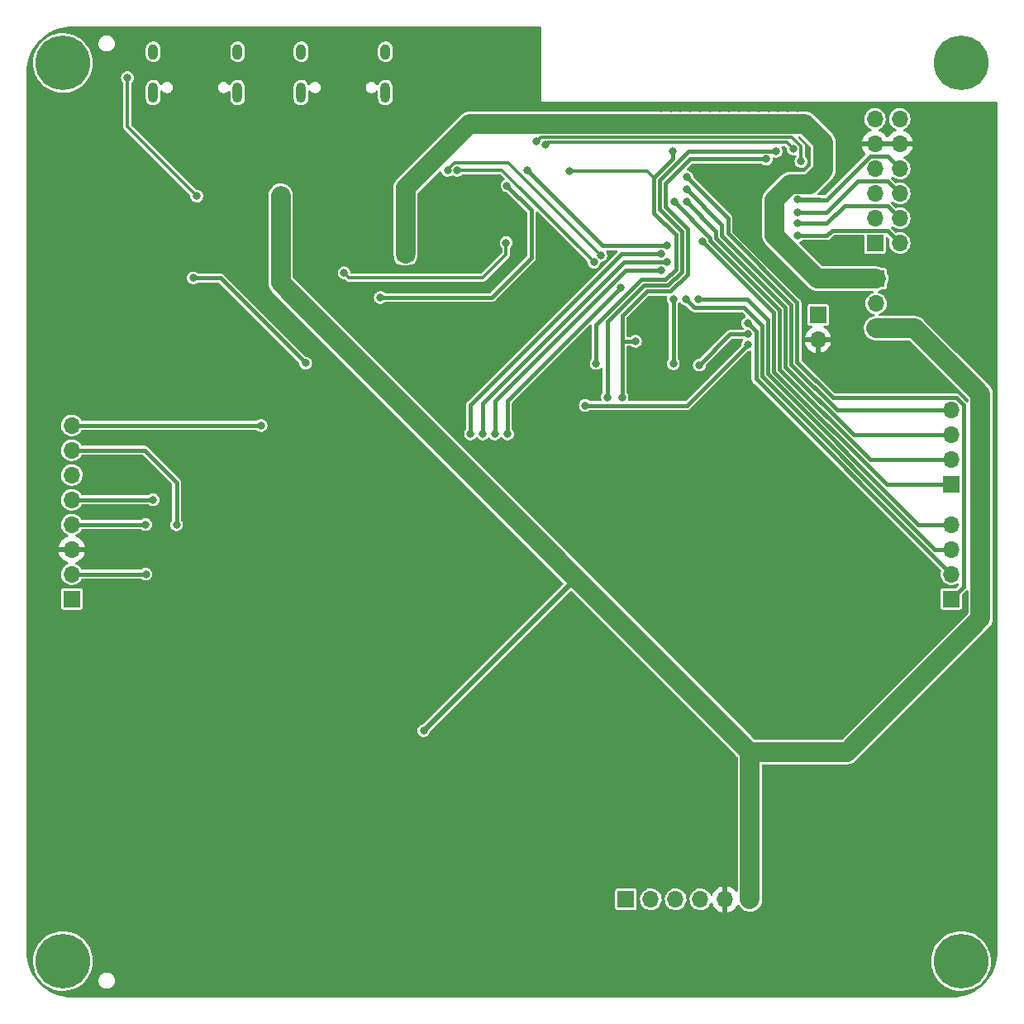
<source format=gbl>
G04 #@! TF.GenerationSoftware,KiCad,Pcbnew,6.0.2+dfsg-1*
G04 #@! TF.CreationDate,2023-06-12T22:06:14+02:00*
G04 #@! TF.ProjectId,Logic_1,4c6f6769-635f-4312-9e6b-696361645f70,rev?*
G04 #@! TF.SameCoordinates,Original*
G04 #@! TF.FileFunction,Copper,L2,Bot*
G04 #@! TF.FilePolarity,Positive*
%FSLAX46Y46*%
G04 Gerber Fmt 4.6, Leading zero omitted, Abs format (unit mm)*
G04 Created by KiCad (PCBNEW 6.0.2+dfsg-1) date 2023-06-12 22:06:14*
%MOMM*%
%LPD*%
G01*
G04 APERTURE LIST*
G04 #@! TA.AperFunction,ComponentPad*
%ADD10R,1.700000X1.700000*%
G04 #@! TD*
G04 #@! TA.AperFunction,ComponentPad*
%ADD11O,1.700000X1.700000*%
G04 #@! TD*
G04 #@! TA.AperFunction,ComponentPad*
%ADD12C,5.600000*%
G04 #@! TD*
G04 #@! TA.AperFunction,ComponentPad*
%ADD13O,1.000000X1.600000*%
G04 #@! TD*
G04 #@! TA.AperFunction,ComponentPad*
%ADD14O,1.000000X2.100000*%
G04 #@! TD*
G04 #@! TA.AperFunction,ViaPad*
%ADD15C,0.800000*%
G04 #@! TD*
G04 #@! TA.AperFunction,Conductor*
%ADD16C,2.000000*%
G04 #@! TD*
G04 #@! TA.AperFunction,Conductor*
%ADD17C,0.500000*%
G04 #@! TD*
G04 #@! TA.AperFunction,Conductor*
%ADD18C,0.300000*%
G04 #@! TD*
G04 #@! TA.AperFunction,Conductor*
%ADD19C,0.400000*%
G04 #@! TD*
G04 APERTURE END LIST*
D10*
G04 #@! TO.P,J3,1,Pin_1*
G04 #@! TO.N,/elektronika.sch/IO35*
X201685000Y-134670000D03*
D11*
G04 #@! TO.P,J3,2,Pin_2*
G04 #@! TO.N,/elektronika.sch/IO36*
X204225000Y-134670000D03*
G04 #@! TO.P,J3,3,Pin_3*
G04 #@! TO.N,/elektronika.sch/IO37*
X206765000Y-134670000D03*
G04 #@! TO.P,J3,4,Pin_4*
G04 #@! TO.N,/elektronika.sch/IO38*
X209305000Y-134670000D03*
G04 #@! TO.P,J3,5,Pin_5*
G04 #@! TO.N,/elektronika.sch/GND*
X211845000Y-134670000D03*
G04 #@! TO.P,J3,6,Pin_6*
G04 #@! TO.N,/elektronika.sch/5V*
X214385000Y-134670000D03*
G04 #@! TD*
D12*
G04 #@! TO.P,H1,1*
G04 #@! TO.N,N/C*
X144000000Y-49000000D03*
G04 #@! TD*
G04 #@! TO.P,H2,1*
G04 #@! TO.N,N/C*
X236000000Y-49000000D03*
G04 #@! TD*
G04 #@! TO.P,H3,1*
G04 #@! TO.N,N/C*
X144000000Y-141000000D03*
G04 #@! TD*
G04 #@! TO.P,H4,1*
G04 #@! TO.N,N/C*
X236000000Y-141000000D03*
G04 #@! TD*
D10*
G04 #@! TO.P,J7,1,Pin_1*
G04 #@! TO.N,/elektronika.sch/3V3*
X144900000Y-103900000D03*
D11*
G04 #@! TO.P,J7,2,Pin_2*
G04 #@! TO.N,/elektronika.sch/SW_7*
X144900000Y-101360000D03*
G04 #@! TO.P,J7,3,Pin_3*
G04 #@! TO.N,/elektronika.sch/GND*
X144900000Y-98820000D03*
G04 #@! TO.P,J7,4,Pin_4*
G04 #@! TO.N,/elektronika.sch/DATA_ZADANI_LED*
X144900000Y-96280000D03*
G04 #@! TO.P,J7,5,Pin_5*
G04 #@! TO.N,/elektronika.sch/DATA_HERNI_LED*
X144900000Y-93740000D03*
G04 #@! TO.P,J7,6,Pin_6*
G04 #@! TO.N,/elektronika.sch/V_LED*
X144900000Y-91200000D03*
G04 #@! TO.P,J7,7,Pin_7*
G04 #@! TO.N,/elektronika.sch/SENZOR_SVETLA*
X144900000Y-88660000D03*
G04 #@! TO.P,J7,8,Pin_8*
G04 #@! TO.N,/elektronika.sch/SW_12*
X144900000Y-86120000D03*
G04 #@! TD*
D13*
G04 #@! TO.P,J8,S1,SHIELD*
G04 #@! TO.N,N/C*
X177030000Y-47850000D03*
D14*
X168390000Y-52030000D03*
D13*
X168390000Y-47850000D03*
D14*
X177030000Y-52030000D03*
G04 #@! TD*
D10*
G04 #@! TO.P,J9,1,Pin_1*
G04 #@! TO.N,/elektronika.sch/SW_5*
X235000000Y-103900000D03*
D11*
G04 #@! TO.P,J9,2,Pin_2*
G04 #@! TO.N,/elektronika.sch/SW_9*
X235000000Y-101360000D03*
G04 #@! TO.P,J9,3,Pin_3*
G04 #@! TO.N,/elektronika.sch/SW_10*
X235000000Y-98820000D03*
G04 #@! TO.P,J9,4,Pin_4*
G04 #@! TO.N,/elektronika.sch/SW_4*
X235000000Y-96280000D03*
G04 #@! TD*
D10*
G04 #@! TO.P,J10,1,Pin_1*
G04 #@! TO.N,/elektronika.sch/SW_11*
X235000000Y-92200000D03*
D11*
G04 #@! TO.P,J10,2,Pin_2*
G04 #@! TO.N,/elektronika.sch/SW_8*
X235000000Y-89660000D03*
G04 #@! TO.P,J10,3,Pin_3*
G04 #@! TO.N,/elektronika.sch/SW_3*
X235000000Y-87120000D03*
G04 #@! TO.P,J10,4,Pin_4*
G04 #@! TO.N,/elektronika.sch/SW_2*
X235000000Y-84580000D03*
G04 #@! TD*
D13*
G04 #@! TO.P,J11,S1,SHIELD*
G04 #@! TO.N,N/C*
X153245000Y-47850000D03*
D14*
X153245000Y-52030000D03*
D13*
X161885000Y-47850000D03*
D14*
X161885000Y-52030000D03*
G04 #@! TD*
D10*
G04 #@! TO.P,J13,1,Pin_1*
G04 #@! TO.N,/elektronika.sch/3V3*
X227300000Y-71100000D03*
D11*
G04 #@! TO.P,J13,2,Pin_2*
G04 #@! TO.N,/elektronika.sch/PMOD-POWER*
X227300000Y-73640000D03*
G04 #@! TO.P,J13,3,Pin_3*
G04 #@! TO.N,/elektronika.sch/5V*
X227300000Y-76180000D03*
G04 #@! TD*
D10*
G04 #@! TO.P,J1,1,Pin_1*
G04 #@! TO.N,/elektronika.sch/IO39*
X227185000Y-67435000D03*
D11*
G04 #@! TO.P,J1,2,Pin_2*
G04 #@! TO.N,/elektronika.sch/IO18*
X229725000Y-67435000D03*
G04 #@! TO.P,J1,3,Pin_3*
G04 #@! TO.N,/elektronika.sch/IO40*
X227185000Y-64895000D03*
G04 #@! TO.P,J1,4,Pin_4*
G04 #@! TO.N,/elektronika.sch/IO17*
X229725000Y-64895000D03*
G04 #@! TO.P,J1,5,Pin_5*
G04 #@! TO.N,/elektronika.sch/IO41*
X227185000Y-62355000D03*
G04 #@! TO.P,J1,6,Pin_6*
G04 #@! TO.N,/elektronika.sch/IO16*
X229725000Y-62355000D03*
G04 #@! TO.P,J1,7,Pin_7*
G04 #@! TO.N,/elektronika.sch/IO42*
X227185000Y-59815000D03*
G04 #@! TO.P,J1,8,Pin_8*
G04 #@! TO.N,/elektronika.sch/IO15*
X229725000Y-59815000D03*
G04 #@! TO.P,J1,9,Pin_9*
G04 #@! TO.N,/elektronika.sch/GND*
X227185000Y-57275000D03*
G04 #@! TO.P,J1,10,Pin_10*
X229725000Y-57275000D03*
G04 #@! TO.P,J1,11,Pin_11*
G04 #@! TO.N,/elektronika.sch/PMOD-POWER*
X227185000Y-54735000D03*
G04 #@! TO.P,J1,12,Pin_12*
X229725000Y-54735000D03*
G04 #@! TD*
D10*
G04 #@! TO.P,J12,1,Pin_1*
G04 #@! TO.N,/elektronika.sch/ESP+programing/IO48*
X221345000Y-74810000D03*
D11*
G04 #@! TO.P,J12,2,Pin_2*
G04 #@! TO.N,/elektronika.sch/GND*
X221345000Y-77350000D03*
G04 #@! TD*
D15*
G04 #@! TO.N,/elektronika.sch/5V*
X166800000Y-64600000D03*
X166800000Y-63600000D03*
X157705000Y-62635000D03*
X166800000Y-62600000D03*
X165800000Y-63600000D03*
X165800000Y-62600000D03*
X189400000Y-67400000D03*
X180950000Y-117400000D03*
X165800000Y-64600000D03*
X150600000Y-50510000D03*
X172800000Y-70500000D03*
G04 #@! TO.N,/elektronika.sch/GND*
X156520000Y-56605000D03*
X228610000Y-128910000D03*
X233300000Y-68200000D03*
X187930000Y-62000000D03*
X164090000Y-78540000D03*
X211460000Y-62395000D03*
X173540000Y-65400000D03*
X164850000Y-113000000D03*
X231910000Y-68195000D03*
X218260000Y-53600000D03*
X165850000Y-112000000D03*
X219260000Y-53600000D03*
X164090000Y-79540000D03*
X158125000Y-56605000D03*
X204100000Y-74605000D03*
X173265000Y-56600000D03*
X177125000Y-65400000D03*
X187930000Y-61000000D03*
X210055000Y-60995000D03*
X168930000Y-54900000D03*
X228625000Y-98985000D03*
X211850000Y-85750000D03*
X205500000Y-82100000D03*
X213260000Y-53600000D03*
X207260000Y-53600000D03*
X228580000Y-80605000D03*
X219000000Y-138200000D03*
X165850000Y-106550000D03*
X228625000Y-97585000D03*
X227220000Y-128905000D03*
X153800000Y-54900000D03*
X218000000Y-138200000D03*
X231905000Y-66795000D03*
X228610000Y-127510000D03*
X212850000Y-61000000D03*
X237005000Y-72195000D03*
X186000000Y-70000000D03*
X186930000Y-62000000D03*
X177125000Y-66400000D03*
X186930000Y-61000000D03*
X164850000Y-106550000D03*
X176530000Y-54900000D03*
X227230000Y-97580000D03*
X211845000Y-84350000D03*
X205260000Y-53600000D03*
X165850000Y-113000000D03*
X172540000Y-65400000D03*
X238400000Y-73600000D03*
X165850000Y-107550000D03*
X227190000Y-82000000D03*
X214260000Y-53600000D03*
X227235000Y-98980000D03*
X172545000Y-64390000D03*
X213240000Y-85755000D03*
X164850000Y-107550000D03*
X213240000Y-84355000D03*
X185000000Y-70000000D03*
X163090000Y-79540000D03*
X172540000Y-66400000D03*
X206260000Y-53600000D03*
X238400000Y-72200000D03*
X209260000Y-53600000D03*
X218000000Y-139200000D03*
X227185000Y-80600000D03*
X216260000Y-53600000D03*
X161300000Y-54900000D03*
X233300000Y-66800000D03*
X173540000Y-66400000D03*
X173545000Y-64390000D03*
X211260000Y-53600000D03*
X204100000Y-82100000D03*
X210260000Y-53600000D03*
X215260000Y-53600000D03*
X227215000Y-127505000D03*
X208260000Y-53600000D03*
X211455000Y-60995000D03*
X163090000Y-78540000D03*
X212850000Y-62400000D03*
X164850000Y-112000000D03*
X217260000Y-53600000D03*
X202700000Y-82100000D03*
X212260000Y-53600000D03*
X228580000Y-82005000D03*
X171660000Y-56600000D03*
X219000000Y-139200000D03*
X237010000Y-73595000D03*
X185000000Y-69000000D03*
G04 #@! TO.N,/elektronika.sch/3V3*
X178600000Y-67000000D03*
X178600000Y-69000000D03*
X179600000Y-67000000D03*
X179600000Y-69000000D03*
X179600000Y-68000000D03*
X178600000Y-68000000D03*
G04 #@! TO.N,/elektronika.sch/DATA_HERNI_LED*
X153220000Y-93740000D03*
G04 #@! TO.N,/elektronika.sch/DATA_ZADANI_LED*
X152480000Y-96280000D03*
G04 #@! TO.N,/elektronika.sch/SENZOR_SVETLA*
X155640000Y-96295000D03*
X217060000Y-58040000D03*
X199765000Y-83230000D03*
G04 #@! TO.N,/elektronika.sch/SW_7*
X201285000Y-83260000D03*
X202645000Y-77500000D03*
X216060000Y-58840000D03*
X152500000Y-101360000D03*
G04 #@! TO.N,/elektronika.sch/SW_10*
X207810000Y-73190000D03*
G04 #@! TO.N,/elektronika.sch/SW_9*
X214165000Y-75655000D03*
G04 #@! TO.N,/elektronika.sch/SW_11*
X209505000Y-67245000D03*
G04 #@! TO.N,/elektronika.sch/SW_8*
X206625000Y-63205000D03*
G04 #@! TO.N,/elektronika.sch/SW_3*
X207885000Y-63210000D03*
G04 #@! TO.N,/elektronika.sch/SW_4*
X209055000Y-73195000D03*
G04 #@! TO.N,/elektronika.sch/IO15*
X219255000Y-62990000D03*
G04 #@! TO.N,/elektronika.sch/IO16*
X219250000Y-64310000D03*
G04 #@! TO.N,/elektronika.sch/IO17*
X219260000Y-65425000D03*
G04 #@! TO.N,/elektronika.sch/IO18*
X219255000Y-66690000D03*
G04 #@! TO.N,/elektronika.sch/ESP+programing/D+*
X198395709Y-69409219D03*
X184405000Y-59995000D03*
G04 #@! TO.N,/elektronika.sch/ESP+programing/D-*
X199102464Y-68702464D03*
X183400000Y-60000000D03*
G04 #@! TO.N,/elektronika.sch/ZAPINANI_1_CAST_LED*
X191570500Y-60000000D03*
X189488268Y-61561732D03*
X176515000Y-73015000D03*
X205905000Y-67720000D03*
G04 #@! TO.N,/elektronika.sch/PIEZO*
X214160000Y-76785000D03*
X209185000Y-79950000D03*
G04 #@! TO.N,/elektronika.sch/DATA_ZADANI_LED_LS*
X206535000Y-79810000D03*
X206540000Y-73190000D03*
G04 #@! TO.N,/elektronika.sch/ESP+programing/TX_ESP*
X193459280Y-57330690D03*
X218825000Y-57805000D03*
G04 #@! TO.N,/elektronika.sch/ESP+programing/RX_ESP*
X192500000Y-57050000D03*
X219605000Y-59075000D03*
G04 #@! TO.N,/elektronika.sch/SW_2*
X207890000Y-61945000D03*
G04 #@! TO.N,/elektronika.sch/EN*
X168865000Y-79745000D03*
X195862500Y-60072500D03*
X157340000Y-71010000D03*
X206470000Y-58020000D03*
X198625000Y-79775000D03*
G04 #@! TO.N,/elektronika.sch/SW_5*
X207910000Y-60665000D03*
G04 #@! TO.N,/elektronika.sch/ESP+programing/IO03-PD*
X189550000Y-87000000D03*
X201100000Y-72050000D03*
G04 #@! TO.N,/elektronika.sch/SW_12*
X197510000Y-84080000D03*
X164290000Y-86135000D03*
X214165000Y-77865000D03*
G04 #@! TO.N,/elektronika.sch/ESP+programing/IO11*
X205295000Y-70220000D03*
X188250000Y-87000000D03*
G04 #@! TO.N,/elektronika.sch/ESP+programing/IO12*
X205905000Y-69395000D03*
X187000000Y-87000000D03*
G04 #@! TO.N,/elektronika.sch/ESP+programing/IO13*
X205300000Y-68570000D03*
X185750000Y-87000000D03*
G04 #@! TD*
D16*
G04 #@! TO.N,/elektronika.sch/5V*
X214385000Y-119585000D02*
X224315000Y-119585000D01*
X166300000Y-71500000D02*
X166300000Y-62600000D01*
D17*
X195900000Y-102450000D02*
X195900000Y-101100000D01*
D16*
X195900000Y-101100000D02*
X214385000Y-119585000D01*
X238000000Y-105900000D02*
X238000000Y-82900000D01*
D18*
X173300000Y-71000000D02*
X172800000Y-70500000D01*
X189400000Y-68600000D02*
X187000000Y-71000000D01*
X189400000Y-67400000D02*
X189400000Y-68600000D01*
X157705000Y-62635000D02*
X150600000Y-55530000D01*
D16*
X224315000Y-119585000D02*
X238000000Y-105900000D01*
X238000000Y-82900000D02*
X231280000Y-76180000D01*
X195900000Y-101100000D02*
X166300000Y-71500000D01*
D18*
X187000000Y-71000000D02*
X173300000Y-71000000D01*
D17*
X180950000Y-117400000D02*
X195900000Y-102450000D01*
D18*
X150600000Y-55530000D02*
X150600000Y-50510000D01*
D16*
X214385000Y-119585000D02*
X214385000Y-134670000D01*
X231280000Y-76180000D02*
X227300000Y-76180000D01*
G04 #@! TO.N,/elektronika.sch/3V3*
X221900000Y-57100000D02*
X221900000Y-59990000D01*
X218510000Y-61390000D02*
X216900000Y-63000000D01*
X220030690Y-55230690D02*
X221900000Y-57100000D01*
X179100000Y-68500000D02*
X179100000Y-61800000D01*
X185669310Y-55230690D02*
X220030690Y-55230690D01*
X221300000Y-71100000D02*
X227300000Y-71100000D01*
X221900000Y-59990000D02*
X220500000Y-61390000D01*
X216900000Y-66700000D02*
X221300000Y-71100000D01*
X179100000Y-61800000D02*
X185669310Y-55230690D01*
X216900000Y-63000000D02*
X216900000Y-66700000D01*
X220500000Y-61390000D02*
X218510000Y-61390000D01*
D19*
G04 #@! TO.N,/elektronika.sch/DATA_HERNI_LED*
X153220000Y-93740000D02*
X144900000Y-93740000D01*
G04 #@! TO.N,/elektronika.sch/DATA_ZADANI_LED*
X144900000Y-96280000D02*
X152480000Y-96280000D01*
G04 #@! TO.N,/elektronika.sch/SENZOR_SVETLA*
X217060000Y-58040000D02*
X208120000Y-58040000D01*
X199765000Y-75490000D02*
X199765000Y-83230000D01*
X152340000Y-88660000D02*
X144900000Y-88660000D01*
X205991472Y-71785000D02*
X203470000Y-71785000D01*
X205135000Y-61025000D02*
X205135000Y-63988528D01*
X207410000Y-70366472D02*
X205991472Y-71785000D01*
X208120000Y-58040000D02*
X205135000Y-61025000D01*
X203470000Y-71785000D02*
X199765000Y-75490000D01*
X155640000Y-91960000D02*
X152340000Y-88660000D01*
X155640000Y-96295000D02*
X155640000Y-91960000D01*
X207410000Y-66263528D02*
X207410000Y-70366472D01*
X205135000Y-63988528D02*
X207410000Y-66263528D01*
G04 #@! TO.N,/elektronika.sch/SW_7*
X201280000Y-74920000D02*
X201280000Y-77600000D01*
X206240000Y-72385000D02*
X203815000Y-72385000D01*
X201380000Y-77500000D02*
X201280000Y-77600000D01*
X208010000Y-70615000D02*
X206240000Y-72385000D01*
X205735000Y-61355000D02*
X205735000Y-63740000D01*
X201280000Y-83255000D02*
X201280000Y-77600000D01*
X201285000Y-83260000D02*
X201280000Y-83255000D01*
X205735000Y-63740000D02*
X208010000Y-66015000D01*
X208010000Y-66015000D02*
X208010000Y-70615000D01*
X216060000Y-58840000D02*
X208250000Y-58840000D01*
X208250000Y-58840000D02*
X205735000Y-61355000D01*
X144900000Y-101360000D02*
X152500000Y-101360000D01*
X203815000Y-72385000D02*
X201280000Y-74920000D01*
X202645000Y-77500000D02*
X201380000Y-77500000D01*
G04 #@! TO.N,/elektronika.sch/SW_10*
X233308528Y-98820000D02*
X215590000Y-81101472D01*
X215590000Y-81101472D02*
X215590000Y-75890000D01*
X215590000Y-75890000D02*
X213780000Y-74080000D01*
X235000000Y-98820000D02*
X233308528Y-98820000D01*
X208700000Y-74080000D02*
X207810000Y-73190000D01*
X213780000Y-74080000D02*
X208700000Y-74080000D01*
G04 #@! TO.N,/elektronika.sch/SW_9*
X214990000Y-81350000D02*
X235000000Y-101360000D01*
X214990000Y-76480000D02*
X214990000Y-81350000D01*
X214165000Y-75655000D02*
X214990000Y-76480000D01*
G04 #@! TO.N,/elektronika.sch/SW_11*
X209505000Y-67245000D02*
X216790000Y-74530000D01*
X216790000Y-80604416D02*
X228385584Y-92200000D01*
X216790000Y-74530000D02*
X216790000Y-80604416D01*
X228385584Y-92200000D02*
X235000000Y-92200000D01*
G04 #@! TO.N,/elektronika.sch/SW_8*
X210305000Y-66913629D02*
X210305000Y-67196472D01*
X217390000Y-74281472D02*
X217390000Y-80355888D01*
X235000000Y-89660000D02*
X230680000Y-89660000D01*
X206625000Y-63205000D02*
X206625000Y-63233629D01*
X206625000Y-63233629D02*
X210305000Y-66913629D01*
X226694112Y-89660000D02*
X230680000Y-89660000D01*
X210305000Y-67196472D02*
X217390000Y-74281472D01*
X217390000Y-80355888D02*
X226694112Y-89660000D01*
X230680000Y-89660000D02*
X229981573Y-89660000D01*
G04 #@! TO.N,/elektronika.sch/SW_3*
X217990000Y-74032944D02*
X217990000Y-80107360D01*
X210905000Y-66230000D02*
X210905000Y-66947944D01*
X210905000Y-66947944D02*
X217990000Y-74032944D01*
X207885000Y-63210000D02*
X210905000Y-66230000D01*
X217990000Y-80107360D02*
X225002640Y-87120000D01*
X225002640Y-87120000D02*
X235000000Y-87120000D01*
G04 #@! TO.N,/elektronika.sch/SW_4*
X209055000Y-73195000D02*
X214115000Y-73195000D01*
X216190000Y-75270000D02*
X216190000Y-80852944D01*
X214115000Y-73195000D02*
X216190000Y-75270000D01*
X216190000Y-80852944D02*
X231617056Y-96280000D01*
X231617056Y-96280000D02*
X235000000Y-96280000D01*
G04 #@! TO.N,/elektronika.sch/IO15*
X228455000Y-58545000D02*
X229725000Y-59815000D01*
X222237233Y-62995000D02*
X226687233Y-58545000D01*
X219260000Y-62995000D02*
X219255000Y-62990000D01*
X226687233Y-58545000D02*
X228455000Y-58545000D01*
X219255000Y-62990000D02*
X221492233Y-62990000D01*
X222237233Y-62995000D02*
X219260000Y-62995000D01*
G04 #@! TO.N,/elektronika.sch/IO16*
X228455000Y-61085000D02*
X229725000Y-62355000D01*
X225465000Y-61085000D02*
X228455000Y-61085000D01*
X219250000Y-64310000D02*
X222230000Y-64310000D01*
X222235000Y-64315000D02*
X225465000Y-61085000D01*
X222230000Y-64310000D02*
X222235000Y-64315000D01*
G04 #@! TO.N,/elektronika.sch/IO17*
X222260000Y-65425000D02*
X219260000Y-65425000D01*
X229725000Y-64895000D02*
X228455000Y-63625000D01*
X228455000Y-63625000D02*
X224060000Y-63625000D01*
X224060000Y-63625000D02*
X222260000Y-65425000D01*
G04 #@! TO.N,/elektronika.sch/IO18*
X222245000Y-66690000D02*
X222775000Y-66160000D01*
X222775000Y-66160000D02*
X228450000Y-66160000D01*
X219255000Y-66690000D02*
X222245000Y-66690000D01*
X228450000Y-66160000D02*
X229725000Y-67435000D01*
D18*
G04 #@! TO.N,/elektronika.sch/ESP+programing/D+*
X188981490Y-59995000D02*
X184405000Y-59995000D01*
X198395709Y-69409219D02*
X188981490Y-59995000D01*
G04 #@! TO.N,/elektronika.sch/ESP+programing/D-*
X189595000Y-59195000D02*
X184144339Y-59195000D01*
X184144339Y-59195000D02*
X183400000Y-59939339D01*
X183400000Y-59939339D02*
X183400000Y-60000000D01*
X199102464Y-68702464D02*
X189595000Y-59195000D01*
D19*
G04 #@! TO.N,/elektronika.sch/ZAPINANI_1_CAST_LED*
X189488268Y-61561732D02*
X191995000Y-64068464D01*
X205905000Y-67720000D02*
X199290500Y-67720000D01*
X191995000Y-68975000D02*
X187955000Y-73015000D01*
X199290500Y-67720000D02*
X191570500Y-60000000D01*
X191995000Y-64068464D02*
X191995000Y-68975000D01*
X187955000Y-73015000D02*
X176515000Y-73015000D01*
G04 #@! TO.N,/elektronika.sch/PIEZO*
X212350000Y-76785000D02*
X209185000Y-79950000D01*
X214160000Y-76785000D02*
X212350000Y-76785000D01*
G04 #@! TO.N,/elektronika.sch/DATA_ZADANI_LED_LS*
X206535000Y-79810000D02*
X206540000Y-79805000D01*
X206540000Y-79805000D02*
X206540000Y-73190000D01*
D18*
G04 #@! TO.N,/elektronika.sch/ESP+programing/TX_ESP*
X193684312Y-57105658D02*
X218125658Y-57105658D01*
X193459280Y-57330690D02*
X193684312Y-57105658D01*
X218125658Y-57105658D02*
X218825000Y-57805000D01*
G04 #@! TO.N,/elektronika.sch/ESP+programing/RX_ESP*
X219605000Y-57524339D02*
X218686319Y-56605658D01*
X219605000Y-59075000D02*
X219605000Y-57524339D01*
X217745032Y-56580690D02*
X192969310Y-56580690D01*
X192969310Y-56580690D02*
X192500000Y-57050000D01*
X218686319Y-56605658D02*
X217770000Y-56605658D01*
X217770000Y-56605658D02*
X217745032Y-56580690D01*
D19*
G04 #@! TO.N,/elektronika.sch/SW_2*
X223311168Y-84580000D02*
X235000000Y-84580000D01*
X218590000Y-73784416D02*
X218590000Y-79858832D01*
X207890000Y-61945000D02*
X211505000Y-65560000D01*
X211505000Y-66699416D02*
X218590000Y-73784416D01*
X211505000Y-65560000D02*
X211505000Y-66699416D01*
X218590000Y-79858832D02*
X223311168Y-84580000D01*
G04 #@! TO.N,/elektronika.sch/EN*
X160130000Y-71010000D02*
X157340000Y-71010000D01*
X206810000Y-66630000D02*
X206810000Y-70117944D01*
D18*
X203831028Y-60072500D02*
X204535000Y-60776472D01*
D19*
X206810000Y-70117944D02*
X205742944Y-71185000D01*
X204535000Y-64355000D02*
X206810000Y-66630000D01*
X205742944Y-71185000D02*
X203221472Y-71185000D01*
X198625000Y-75781472D02*
X198625000Y-79775000D01*
X206470000Y-58020000D02*
X206470000Y-58841472D01*
X204535000Y-60776472D02*
X204535000Y-64355000D01*
X206470000Y-58841472D02*
X204535000Y-60776472D01*
D18*
X195862500Y-60072500D02*
X203831028Y-60072500D01*
D19*
X168865000Y-79745000D02*
X160130000Y-71010000D01*
X203221472Y-71185000D02*
X198625000Y-75781472D01*
G04 #@! TO.N,/elektronika.sch/SW_5*
X235497767Y-83310000D02*
X236250000Y-84062233D01*
X212105000Y-64860000D02*
X212105000Y-66450888D01*
X222889696Y-83310000D02*
X235497767Y-83310000D01*
X212105000Y-66450888D02*
X219190000Y-73535888D01*
X236250000Y-102650000D02*
X235000000Y-103900000D01*
X219190000Y-79610304D02*
X222889696Y-83310000D01*
X236250000Y-84062233D02*
X236250000Y-102650000D01*
X207910000Y-60665000D02*
X212105000Y-64860000D01*
X219190000Y-73535888D02*
X219190000Y-79610304D01*
G04 #@! TO.N,/elektronika.sch/ESP+programing/IO03-PD*
X201100000Y-72050000D02*
X189550000Y-83600000D01*
X189550000Y-83600000D02*
X189550000Y-87000000D01*
G04 #@! TO.N,/elektronika.sch/SW_12*
X164275000Y-86120000D02*
X144900000Y-86120000D01*
X164290000Y-86135000D02*
X164275000Y-86120000D01*
X214165000Y-77865000D02*
X207950000Y-84080000D01*
X207950000Y-84080000D02*
X197510000Y-84080000D01*
G04 #@! TO.N,/elektronika.sch/ESP+programing/IO11*
X188250000Y-83600000D02*
X201630000Y-70220000D01*
X201630000Y-70220000D02*
X205295000Y-70220000D01*
X188250000Y-87000000D02*
X188250000Y-83600000D01*
G04 #@! TO.N,/elektronika.sch/ESP+programing/IO12*
X201455000Y-69395000D02*
X205905000Y-69395000D01*
X187000000Y-83850000D02*
X201455000Y-69395000D01*
X187000000Y-87000000D02*
X187000000Y-83850000D01*
G04 #@! TO.N,/elektronika.sch/ESP+programing/IO13*
X201230000Y-68570000D02*
X205300000Y-68570000D01*
X185750000Y-84050000D02*
X201230000Y-68570000D01*
X185750000Y-87000000D02*
X185750000Y-84050000D01*
G04 #@! TD*
G04 #@! TA.AperFunction,Conductor*
G04 #@! TO.N,/elektronika.sch/GND*
G36*
X192942121Y-45270502D02*
G01*
X192988614Y-45324158D01*
X193000000Y-45376500D01*
X193000000Y-53000000D01*
X239623500Y-53000000D01*
X239691621Y-53020002D01*
X239738114Y-53073658D01*
X239749500Y-53126000D01*
X239749500Y-139962915D01*
X239747079Y-139987496D01*
X239744592Y-140000000D01*
X239747014Y-140012173D01*
X239747014Y-140023119D01*
X239747954Y-140035410D01*
X239731667Y-140408448D01*
X239730709Y-140419399D01*
X239678061Y-140819293D01*
X239676152Y-140830117D01*
X239588856Y-141223889D01*
X239586011Y-141234506D01*
X239568507Y-141290024D01*
X239464726Y-141619174D01*
X239460970Y-141629496D01*
X239408416Y-141756373D01*
X239306612Y-142002149D01*
X239301970Y-142012102D01*
X239115730Y-142369867D01*
X239110234Y-142379387D01*
X238893522Y-142719556D01*
X238887218Y-142728560D01*
X238673898Y-143006565D01*
X238641673Y-143048561D01*
X238634609Y-143056978D01*
X238362298Y-143354155D01*
X238362121Y-143354348D01*
X238354352Y-143362117D01*
X238071311Y-143621476D01*
X238056981Y-143634607D01*
X238048564Y-143641670D01*
X237937199Y-143727124D01*
X237728560Y-143887218D01*
X237719556Y-143893522D01*
X237379387Y-144110234D01*
X237369868Y-144115729D01*
X237012102Y-144301970D01*
X237002158Y-144306608D01*
X236629496Y-144460970D01*
X236619181Y-144464723D01*
X236234507Y-144586011D01*
X236223889Y-144588856D01*
X235830117Y-144676152D01*
X235819293Y-144678061D01*
X235419399Y-144730709D01*
X235408448Y-144731667D01*
X235035410Y-144747954D01*
X235023119Y-144747014D01*
X235012173Y-144747014D01*
X235000000Y-144744592D01*
X234987829Y-144747013D01*
X234987827Y-144747013D01*
X234987496Y-144747079D01*
X234962915Y-144749500D01*
X145037085Y-144749500D01*
X145012504Y-144747079D01*
X145012173Y-144747013D01*
X145012171Y-144747013D01*
X145000000Y-144744592D01*
X144987827Y-144747014D01*
X144976881Y-144747014D01*
X144964590Y-144747954D01*
X144591552Y-144731667D01*
X144580601Y-144730709D01*
X144180707Y-144678061D01*
X144169883Y-144676152D01*
X143776111Y-144588856D01*
X143765493Y-144586011D01*
X143380819Y-144464723D01*
X143370504Y-144460970D01*
X142997842Y-144306608D01*
X142987898Y-144301970D01*
X142630132Y-144115729D01*
X142620613Y-144110234D01*
X142280444Y-143893522D01*
X142271440Y-143887218D01*
X142062801Y-143727124D01*
X141951436Y-143641670D01*
X141943019Y-143634607D01*
X141928689Y-143621476D01*
X141645648Y-143362117D01*
X141637879Y-143354348D01*
X141637703Y-143354155D01*
X141365391Y-143056978D01*
X141358327Y-143048561D01*
X141326103Y-143006565D01*
X141112782Y-142728560D01*
X141106478Y-142719556D01*
X140889766Y-142379387D01*
X140884270Y-142369867D01*
X140698030Y-142012102D01*
X140693388Y-142002149D01*
X140591585Y-141756373D01*
X140539030Y-141629496D01*
X140535274Y-141619174D01*
X140431494Y-141290024D01*
X140413989Y-141234506D01*
X140411144Y-141223889D01*
X140352053Y-140957341D01*
X140944991Y-140957341D01*
X140959275Y-141298146D01*
X140959813Y-141301619D01*
X141010572Y-141629503D01*
X141011459Y-141635234D01*
X141100892Y-141964405D01*
X141102182Y-141967664D01*
X141102184Y-141967669D01*
X141119780Y-142012111D01*
X141226461Y-142281555D01*
X141228107Y-142284651D01*
X141228109Y-142284655D01*
X141384951Y-142579631D01*
X141386600Y-142582732D01*
X141388585Y-142585631D01*
X141577321Y-142861274D01*
X141577326Y-142861280D01*
X141579312Y-142864181D01*
X141802196Y-143122395D01*
X142052474Y-143354155D01*
X142327026Y-143556572D01*
X142330063Y-143558326D01*
X142330067Y-143558328D01*
X142444483Y-143624386D01*
X142622431Y-143727124D01*
X142625652Y-143728531D01*
X142931783Y-143862277D01*
X142931793Y-143862281D01*
X142935005Y-143863684D01*
X142938362Y-143864723D01*
X142938367Y-143864725D01*
X143257494Y-143963511D01*
X143260854Y-143964551D01*
X143264310Y-143965210D01*
X143264309Y-143965210D01*
X143592465Y-144027810D01*
X143592471Y-144027811D01*
X143595916Y-144028468D01*
X143774627Y-144042219D01*
X143932517Y-144054368D01*
X143932518Y-144054368D01*
X143936014Y-144054637D01*
X144148773Y-144047207D01*
X144273395Y-144042856D01*
X144273400Y-144042856D01*
X144276910Y-144042733D01*
X144445632Y-144017818D01*
X144610876Y-143993417D01*
X144610881Y-143993416D01*
X144614355Y-143992903D01*
X144617747Y-143992007D01*
X144617751Y-143992006D01*
X144940751Y-143906666D01*
X144940752Y-143906666D01*
X144944142Y-143905770D01*
X145262161Y-143782418D01*
X145564448Y-143624386D01*
X145847236Y-143433643D01*
X145935642Y-143358404D01*
X146104326Y-143214842D01*
X146104327Y-143214841D01*
X146106999Y-143212567D01*
X146261011Y-143048561D01*
X146306613Y-143000000D01*
X147648947Y-143000000D01*
X147649637Y-143006565D01*
X147661812Y-143122395D01*
X147667108Y-143172786D01*
X147669148Y-143179064D01*
X147669148Y-143179065D01*
X147680773Y-143214842D01*
X147720795Y-143338020D01*
X147724098Y-143343742D01*
X147724099Y-143343743D01*
X147730222Y-143354348D01*
X147807664Y-143488481D01*
X147812082Y-143493388D01*
X147812083Y-143493389D01*
X147871256Y-143559107D01*
X147923917Y-143617593D01*
X147929259Y-143621474D01*
X147929261Y-143621476D01*
X147952456Y-143638328D01*
X148064473Y-143719713D01*
X148070501Y-143722397D01*
X148070503Y-143722398D01*
X148201648Y-143780787D01*
X148223190Y-143790378D01*
X148308160Y-143808439D01*
X148386674Y-143825128D01*
X148386678Y-143825128D01*
X148393131Y-143826500D01*
X148566869Y-143826500D01*
X148573322Y-143825128D01*
X148573326Y-143825128D01*
X148651840Y-143808439D01*
X148736810Y-143790378D01*
X148758352Y-143780787D01*
X148889497Y-143722398D01*
X148889499Y-143722397D01*
X148895527Y-143719713D01*
X149007544Y-143638328D01*
X149030739Y-143621476D01*
X149030741Y-143621474D01*
X149036083Y-143617593D01*
X149088744Y-143559107D01*
X149147917Y-143493389D01*
X149147918Y-143493388D01*
X149152336Y-143488481D01*
X149229778Y-143354348D01*
X149235901Y-143343743D01*
X149235902Y-143343742D01*
X149239205Y-143338020D01*
X149279228Y-143214842D01*
X149290852Y-143179065D01*
X149290852Y-143179064D01*
X149292892Y-143172786D01*
X149298189Y-143122395D01*
X149310363Y-143006565D01*
X149311053Y-143000000D01*
X149297058Y-142866849D01*
X149293582Y-142833778D01*
X149293582Y-142833777D01*
X149292892Y-142827214D01*
X149259422Y-142724201D01*
X149241247Y-142668264D01*
X149241246Y-142668262D01*
X149239205Y-142661980D01*
X149152336Y-142511519D01*
X149051575Y-142399612D01*
X149040505Y-142387318D01*
X149040504Y-142387317D01*
X149036083Y-142382407D01*
X149025545Y-142374750D01*
X148900869Y-142284168D01*
X148900868Y-142284167D01*
X148895527Y-142280287D01*
X148889499Y-142277603D01*
X148889497Y-142277602D01*
X148742841Y-142212307D01*
X148742840Y-142212307D01*
X148736810Y-142209622D01*
X148651840Y-142191561D01*
X148573326Y-142174872D01*
X148573322Y-142174872D01*
X148566869Y-142173500D01*
X148393131Y-142173500D01*
X148386678Y-142174872D01*
X148386674Y-142174872D01*
X148308160Y-142191561D01*
X148223190Y-142209622D01*
X148217160Y-142212307D01*
X148217159Y-142212307D01*
X148070504Y-142277602D01*
X148070502Y-142277603D01*
X148064474Y-142280287D01*
X148059133Y-142284167D01*
X148059132Y-142284168D01*
X147929261Y-142378524D01*
X147929259Y-142378526D01*
X147923917Y-142382407D01*
X147919496Y-142387317D01*
X147919495Y-142387318D01*
X147908426Y-142399612D01*
X147807664Y-142511519D01*
X147720795Y-142661980D01*
X147718754Y-142668262D01*
X147718753Y-142668264D01*
X147700578Y-142724201D01*
X147667108Y-142827214D01*
X147666418Y-142833777D01*
X147666418Y-142833778D01*
X147662942Y-142866849D01*
X147648947Y-143000000D01*
X146306613Y-143000000D01*
X146338090Y-142966481D01*
X146338094Y-142966476D01*
X146340501Y-142963913D01*
X146342606Y-142961099D01*
X146342612Y-142961092D01*
X146519829Y-142724201D01*
X146544830Y-142690781D01*
X146547023Y-142687044D01*
X146610787Y-142578359D01*
X146717440Y-142396574D01*
X146725092Y-142379387D01*
X146854747Y-142088178D01*
X146854749Y-142088173D01*
X146856179Y-142084961D01*
X146959319Y-141759824D01*
X147025573Y-141425217D01*
X147038661Y-141269360D01*
X147053933Y-141087493D01*
X147053934Y-141087482D01*
X147054116Y-141085309D01*
X147055307Y-141000000D01*
X147053120Y-140960868D01*
X147052923Y-140957341D01*
X232944991Y-140957341D01*
X232959275Y-141298146D01*
X232959813Y-141301619D01*
X233010572Y-141629503D01*
X233011459Y-141635234D01*
X233100892Y-141964405D01*
X233102182Y-141967664D01*
X233102184Y-141967669D01*
X233119780Y-142012111D01*
X233226461Y-142281555D01*
X233228107Y-142284651D01*
X233228109Y-142284655D01*
X233384951Y-142579631D01*
X233386600Y-142582732D01*
X233388585Y-142585631D01*
X233577321Y-142861274D01*
X233577326Y-142861280D01*
X233579312Y-142864181D01*
X233802196Y-143122395D01*
X234052474Y-143354155D01*
X234327026Y-143556572D01*
X234330063Y-143558326D01*
X234330067Y-143558328D01*
X234444483Y-143624386D01*
X234622431Y-143727124D01*
X234625652Y-143728531D01*
X234931783Y-143862277D01*
X234931793Y-143862281D01*
X234935005Y-143863684D01*
X234938362Y-143864723D01*
X234938367Y-143864725D01*
X235257494Y-143963511D01*
X235260854Y-143964551D01*
X235264310Y-143965210D01*
X235264309Y-143965210D01*
X235592465Y-144027810D01*
X235592471Y-144027811D01*
X235595916Y-144028468D01*
X235774627Y-144042219D01*
X235932517Y-144054368D01*
X235932518Y-144054368D01*
X235936014Y-144054637D01*
X236148773Y-144047207D01*
X236273395Y-144042856D01*
X236273400Y-144042856D01*
X236276910Y-144042733D01*
X236445632Y-144017818D01*
X236610876Y-143993417D01*
X236610881Y-143993416D01*
X236614355Y-143992903D01*
X236617747Y-143992007D01*
X236617751Y-143992006D01*
X236940751Y-143906666D01*
X236940752Y-143906666D01*
X236944142Y-143905770D01*
X237262161Y-143782418D01*
X237564448Y-143624386D01*
X237847236Y-143433643D01*
X237935642Y-143358404D01*
X238104326Y-143214842D01*
X238104327Y-143214841D01*
X238106999Y-143212567D01*
X238261011Y-143048561D01*
X238338090Y-142966481D01*
X238338094Y-142966476D01*
X238340501Y-142963913D01*
X238342606Y-142961099D01*
X238342612Y-142961092D01*
X238519829Y-142724201D01*
X238544830Y-142690781D01*
X238547023Y-142687044D01*
X238610787Y-142578359D01*
X238717440Y-142396574D01*
X238725092Y-142379387D01*
X238854747Y-142088178D01*
X238854749Y-142088173D01*
X238856179Y-142084961D01*
X238959319Y-141759824D01*
X239025573Y-141425217D01*
X239038661Y-141269360D01*
X239053933Y-141087493D01*
X239053934Y-141087482D01*
X239054116Y-141085309D01*
X239055307Y-141000000D01*
X239053120Y-140960868D01*
X239036462Y-140662937D01*
X239036266Y-140659428D01*
X238998130Y-140433954D01*
X238979968Y-140326570D01*
X238979967Y-140326565D01*
X238979381Y-140323101D01*
X238885360Y-139995211D01*
X238839972Y-139885092D01*
X238756713Y-139683090D01*
X238756709Y-139683083D01*
X238755375Y-139679845D01*
X238591047Y-139380934D01*
X238394424Y-139102203D01*
X238320756Y-139019228D01*
X238170289Y-138849753D01*
X238170283Y-138849747D01*
X238167956Y-138847126D01*
X237914467Y-138618883D01*
X237821404Y-138552257D01*
X237639982Y-138422371D01*
X237639975Y-138422367D01*
X237637115Y-138420319D01*
X237339358Y-138253908D01*
X237024908Y-138121725D01*
X237021545Y-138120735D01*
X237021536Y-138120732D01*
X236820346Y-138061520D01*
X236697682Y-138025418D01*
X236427684Y-137977810D01*
X236365220Y-137966796D01*
X236365218Y-137966796D01*
X236361760Y-137966186D01*
X236358249Y-137965965D01*
X236358248Y-137965965D01*
X236024848Y-137944988D01*
X236024842Y-137944988D01*
X236021330Y-137944767D01*
X235924946Y-137949481D01*
X235684140Y-137961258D01*
X235684132Y-137961259D01*
X235680633Y-137961430D01*
X235677165Y-137961992D01*
X235677162Y-137961992D01*
X235347393Y-138015403D01*
X235347390Y-138015404D01*
X235343918Y-138015966D01*
X235340531Y-138016912D01*
X235340525Y-138016913D01*
X235018774Y-138106748D01*
X235015379Y-138107696D01*
X235012116Y-138109014D01*
X235012114Y-138109015D01*
X234702371Y-138234160D01*
X234699114Y-138235476D01*
X234399062Y-138397713D01*
X234118965Y-138592385D01*
X234116323Y-138594698D01*
X234116319Y-138594701D01*
X234086002Y-138621242D01*
X233862314Y-138817067D01*
X233632307Y-139068956D01*
X233431811Y-139344915D01*
X233263326Y-139641503D01*
X233128951Y-139955023D01*
X233030361Y-140281569D01*
X232968785Y-140617068D01*
X232968539Y-140620584D01*
X232968539Y-140620585D01*
X232954644Y-140819293D01*
X232944991Y-140957341D01*
X147052923Y-140957341D01*
X147036462Y-140662937D01*
X147036266Y-140659428D01*
X146998130Y-140433954D01*
X146979968Y-140326570D01*
X146979967Y-140326565D01*
X146979381Y-140323101D01*
X146885360Y-139995211D01*
X146839972Y-139885092D01*
X146756713Y-139683090D01*
X146756709Y-139683083D01*
X146755375Y-139679845D01*
X146591047Y-139380934D01*
X146394424Y-139102203D01*
X146320756Y-139019228D01*
X146170289Y-138849753D01*
X146170283Y-138849747D01*
X146167956Y-138847126D01*
X145914467Y-138618883D01*
X145821404Y-138552257D01*
X145639982Y-138422371D01*
X145639975Y-138422367D01*
X145637115Y-138420319D01*
X145339358Y-138253908D01*
X145024908Y-138121725D01*
X145021545Y-138120735D01*
X145021536Y-138120732D01*
X144820346Y-138061520D01*
X144697682Y-138025418D01*
X144427684Y-137977810D01*
X144365220Y-137966796D01*
X144365218Y-137966796D01*
X144361760Y-137966186D01*
X144358249Y-137965965D01*
X144358248Y-137965965D01*
X144024848Y-137944988D01*
X144024842Y-137944988D01*
X144021330Y-137944767D01*
X143924946Y-137949481D01*
X143684140Y-137961258D01*
X143684132Y-137961259D01*
X143680633Y-137961430D01*
X143677165Y-137961992D01*
X143677162Y-137961992D01*
X143347393Y-138015403D01*
X143347390Y-138015404D01*
X143343918Y-138015966D01*
X143340531Y-138016912D01*
X143340525Y-138016913D01*
X143018774Y-138106748D01*
X143015379Y-138107696D01*
X143012116Y-138109014D01*
X143012114Y-138109015D01*
X142702371Y-138234160D01*
X142699114Y-138235476D01*
X142399062Y-138397713D01*
X142118965Y-138592385D01*
X142116323Y-138594698D01*
X142116319Y-138594701D01*
X142086002Y-138621242D01*
X141862314Y-138817067D01*
X141632307Y-139068956D01*
X141431811Y-139344915D01*
X141263326Y-139641503D01*
X141128951Y-139955023D01*
X141030361Y-140281569D01*
X140968785Y-140617068D01*
X140968539Y-140620584D01*
X140968539Y-140620585D01*
X140954644Y-140819293D01*
X140944991Y-140957341D01*
X140352053Y-140957341D01*
X140323848Y-140830117D01*
X140321939Y-140819293D01*
X140269291Y-140419399D01*
X140268333Y-140408448D01*
X140252046Y-140035410D01*
X140252986Y-140023119D01*
X140252986Y-140012173D01*
X140255408Y-140000000D01*
X140252921Y-139987496D01*
X140250500Y-139962915D01*
X140250500Y-135544674D01*
X200584500Y-135544674D01*
X200599034Y-135617740D01*
X200654399Y-135700601D01*
X200737260Y-135755966D01*
X200810326Y-135770500D01*
X202559674Y-135770500D01*
X202632740Y-135755966D01*
X202715601Y-135700601D01*
X202770966Y-135617740D01*
X202785500Y-135544674D01*
X202785500Y-134641069D01*
X203120164Y-134641069D01*
X203133392Y-134842894D01*
X203183178Y-135038928D01*
X203267856Y-135222607D01*
X203271189Y-135227323D01*
X203370032Y-135367183D01*
X203384588Y-135387780D01*
X203529466Y-135528913D01*
X203534270Y-135532123D01*
X203601651Y-135577146D01*
X203697637Y-135641282D01*
X203702940Y-135643560D01*
X203702943Y-135643562D01*
X203866409Y-135713792D01*
X203883470Y-135721122D01*
X204080740Y-135765760D01*
X204086509Y-135765987D01*
X204086512Y-135765987D01*
X204162683Y-135768979D01*
X204282842Y-135773700D01*
X204369132Y-135761189D01*
X204477286Y-135745508D01*
X204477291Y-135745507D01*
X204483007Y-135744678D01*
X204488479Y-135742820D01*
X204488481Y-135742820D01*
X204669067Y-135681519D01*
X204669069Y-135681518D01*
X204674531Y-135679664D01*
X204827122Y-135594210D01*
X204845964Y-135583658D01*
X204845965Y-135583657D01*
X204851001Y-135580837D01*
X204913433Y-135528913D01*
X205002073Y-135455191D01*
X205006505Y-135451505D01*
X205121132Y-135313682D01*
X205132146Y-135300439D01*
X205135837Y-135296001D01*
X205234664Y-135119531D01*
X205240764Y-135101563D01*
X205297820Y-134933481D01*
X205297820Y-134933479D01*
X205299678Y-134928007D01*
X205300507Y-134922291D01*
X205300508Y-134922286D01*
X205317809Y-134802956D01*
X205328700Y-134727842D01*
X205330215Y-134670000D01*
X205327557Y-134641069D01*
X205660164Y-134641069D01*
X205673392Y-134842894D01*
X205723178Y-135038928D01*
X205807856Y-135222607D01*
X205811189Y-135227323D01*
X205910032Y-135367183D01*
X205924588Y-135387780D01*
X206069466Y-135528913D01*
X206074270Y-135532123D01*
X206141651Y-135577146D01*
X206237637Y-135641282D01*
X206242940Y-135643560D01*
X206242943Y-135643562D01*
X206406409Y-135713792D01*
X206423470Y-135721122D01*
X206620740Y-135765760D01*
X206626509Y-135765987D01*
X206626512Y-135765987D01*
X206702683Y-135768979D01*
X206822842Y-135773700D01*
X206909132Y-135761189D01*
X207017286Y-135745508D01*
X207017291Y-135745507D01*
X207023007Y-135744678D01*
X207028479Y-135742820D01*
X207028481Y-135742820D01*
X207209067Y-135681519D01*
X207209069Y-135681518D01*
X207214531Y-135679664D01*
X207367122Y-135594210D01*
X207385964Y-135583658D01*
X207385965Y-135583657D01*
X207391001Y-135580837D01*
X207453433Y-135528913D01*
X207542073Y-135455191D01*
X207546505Y-135451505D01*
X207661132Y-135313682D01*
X207672146Y-135300439D01*
X207675837Y-135296001D01*
X207774664Y-135119531D01*
X207780764Y-135101563D01*
X207837820Y-134933481D01*
X207837820Y-134933479D01*
X207839678Y-134928007D01*
X207840507Y-134922291D01*
X207840508Y-134922286D01*
X207857809Y-134802956D01*
X207868700Y-134727842D01*
X207870215Y-134670000D01*
X207867557Y-134641069D01*
X208200164Y-134641069D01*
X208213392Y-134842894D01*
X208263178Y-135038928D01*
X208347856Y-135222607D01*
X208351189Y-135227323D01*
X208450032Y-135367183D01*
X208464588Y-135387780D01*
X208609466Y-135528913D01*
X208614270Y-135532123D01*
X208681651Y-135577146D01*
X208777637Y-135641282D01*
X208782940Y-135643560D01*
X208782943Y-135643562D01*
X208946409Y-135713792D01*
X208963470Y-135721122D01*
X209160740Y-135765760D01*
X209166509Y-135765987D01*
X209166512Y-135765987D01*
X209242683Y-135768979D01*
X209362842Y-135773700D01*
X209449132Y-135761189D01*
X209557286Y-135745508D01*
X209557291Y-135745507D01*
X209563007Y-135744678D01*
X209568479Y-135742820D01*
X209568481Y-135742820D01*
X209749067Y-135681519D01*
X209749069Y-135681518D01*
X209754531Y-135679664D01*
X209907122Y-135594210D01*
X209925964Y-135583658D01*
X209925965Y-135583657D01*
X209931001Y-135580837D01*
X209993433Y-135528913D01*
X210082073Y-135455191D01*
X210086505Y-135451505D01*
X210201132Y-135313682D01*
X210212146Y-135300439D01*
X210215837Y-135296001D01*
X210314664Y-135119531D01*
X210318419Y-135108468D01*
X210359254Y-135050392D01*
X210425006Y-135023611D01*
X210494799Y-135036630D01*
X210546473Y-135085315D01*
X210554476Y-135101563D01*
X210626770Y-135279603D01*
X210631413Y-135288794D01*
X210742694Y-135470388D01*
X210748777Y-135478699D01*
X210888213Y-135639667D01*
X210895580Y-135646883D01*
X211059434Y-135782916D01*
X211067881Y-135788831D01*
X211251756Y-135896279D01*
X211261042Y-135900729D01*
X211460001Y-135976703D01*
X211469899Y-135979579D01*
X211573250Y-136000606D01*
X211587299Y-135999410D01*
X211591000Y-135989065D01*
X211591000Y-133353102D01*
X211587082Y-133339758D01*
X211572806Y-133337771D01*
X211534324Y-133343660D01*
X211524288Y-133346051D01*
X211321868Y-133412212D01*
X211312359Y-133416209D01*
X211123463Y-133514542D01*
X211114738Y-133520036D01*
X210944433Y-133647905D01*
X210936726Y-133654748D01*
X210789590Y-133808717D01*
X210783104Y-133816727D01*
X210663098Y-133992649D01*
X210658000Y-134001623D01*
X210568338Y-134194783D01*
X210564776Y-134204465D01*
X210558684Y-134226432D01*
X210521204Y-134286730D01*
X210457074Y-134317191D01*
X210386656Y-134308147D01*
X210332307Y-134262467D01*
X210324261Y-134248486D01*
X210323555Y-134247053D01*
X210247351Y-134092527D01*
X210229079Y-134068057D01*
X210129788Y-133935091D01*
X210129787Y-133935090D01*
X210126335Y-133930467D01*
X210103350Y-133909220D01*
X209982053Y-133797094D01*
X209982051Y-133797092D01*
X209977812Y-133793174D01*
X209950374Y-133775862D01*
X209811637Y-133688325D01*
X209806757Y-133685246D01*
X209618898Y-133610298D01*
X209420526Y-133570839D01*
X209414752Y-133570763D01*
X209414748Y-133570763D01*
X209312257Y-133569422D01*
X209218286Y-133568192D01*
X209212589Y-133569171D01*
X209212588Y-133569171D01*
X209024646Y-133601465D01*
X209024645Y-133601465D01*
X209018949Y-133602444D01*
X208829193Y-133672449D01*
X208655371Y-133775862D01*
X208503305Y-133909220D01*
X208378089Y-134068057D01*
X208283914Y-134247053D01*
X208223937Y-134440213D01*
X208200164Y-134641069D01*
X207867557Y-134641069D01*
X207851708Y-134468591D01*
X207796807Y-134273926D01*
X207707351Y-134092527D01*
X207689079Y-134068057D01*
X207589788Y-133935091D01*
X207589787Y-133935090D01*
X207586335Y-133930467D01*
X207563350Y-133909220D01*
X207442053Y-133797094D01*
X207442051Y-133797092D01*
X207437812Y-133793174D01*
X207410374Y-133775862D01*
X207271637Y-133688325D01*
X207266757Y-133685246D01*
X207078898Y-133610298D01*
X206880526Y-133570839D01*
X206874752Y-133570763D01*
X206874748Y-133570763D01*
X206772257Y-133569422D01*
X206678286Y-133568192D01*
X206672589Y-133569171D01*
X206672588Y-133569171D01*
X206484646Y-133601465D01*
X206484645Y-133601465D01*
X206478949Y-133602444D01*
X206289193Y-133672449D01*
X206115371Y-133775862D01*
X205963305Y-133909220D01*
X205838089Y-134068057D01*
X205743914Y-134247053D01*
X205683937Y-134440213D01*
X205660164Y-134641069D01*
X205327557Y-134641069D01*
X205311708Y-134468591D01*
X205256807Y-134273926D01*
X205167351Y-134092527D01*
X205149079Y-134068057D01*
X205049788Y-133935091D01*
X205049787Y-133935090D01*
X205046335Y-133930467D01*
X205023350Y-133909220D01*
X204902053Y-133797094D01*
X204902051Y-133797092D01*
X204897812Y-133793174D01*
X204870374Y-133775862D01*
X204731637Y-133688325D01*
X204726757Y-133685246D01*
X204538898Y-133610298D01*
X204340526Y-133570839D01*
X204334752Y-133570763D01*
X204334748Y-133570763D01*
X204232257Y-133569422D01*
X204138286Y-133568192D01*
X204132589Y-133569171D01*
X204132588Y-133569171D01*
X203944646Y-133601465D01*
X203944645Y-133601465D01*
X203938949Y-133602444D01*
X203749193Y-133672449D01*
X203575371Y-133775862D01*
X203423305Y-133909220D01*
X203298089Y-134068057D01*
X203203914Y-134247053D01*
X203143937Y-134440213D01*
X203120164Y-134641069D01*
X202785500Y-134641069D01*
X202785500Y-133795326D01*
X202770966Y-133722260D01*
X202715601Y-133639399D01*
X202632740Y-133584034D01*
X202559674Y-133569500D01*
X200810326Y-133569500D01*
X200737260Y-133584034D01*
X200654399Y-133639399D01*
X200599034Y-133722260D01*
X200584500Y-133795326D01*
X200584500Y-135544674D01*
X140250500Y-135544674D01*
X140250500Y-104774674D01*
X143799500Y-104774674D01*
X143814034Y-104847740D01*
X143869399Y-104930601D01*
X143952260Y-104985966D01*
X144025326Y-105000500D01*
X145774674Y-105000500D01*
X145847740Y-104985966D01*
X145930601Y-104930601D01*
X145985966Y-104847740D01*
X146000500Y-104774674D01*
X146000500Y-103025326D01*
X145985966Y-102952260D01*
X145930601Y-102869399D01*
X145847740Y-102814034D01*
X145774674Y-102799500D01*
X144025326Y-102799500D01*
X143952260Y-102814034D01*
X143869399Y-102869399D01*
X143814034Y-102952260D01*
X143799500Y-103025326D01*
X143799500Y-104774674D01*
X140250500Y-104774674D01*
X140250500Y-99087966D01*
X143568257Y-99087966D01*
X143598565Y-99222446D01*
X143601645Y-99232275D01*
X143681770Y-99429603D01*
X143686413Y-99438794D01*
X143797694Y-99620388D01*
X143803777Y-99628699D01*
X143943213Y-99789667D01*
X143950580Y-99796883D01*
X144114434Y-99932916D01*
X144122881Y-99938831D01*
X144306756Y-100046279D01*
X144316042Y-100050729D01*
X144470802Y-100109825D01*
X144527305Y-100152812D01*
X144551598Y-100219523D01*
X144535968Y-100288778D01*
X144485377Y-100338588D01*
X144469465Y-100345747D01*
X144429606Y-100360452D01*
X144424193Y-100362449D01*
X144250371Y-100465862D01*
X144098305Y-100599220D01*
X143973089Y-100758057D01*
X143878914Y-100937053D01*
X143818937Y-101130213D01*
X143795164Y-101331069D01*
X143808392Y-101532894D01*
X143809815Y-101538496D01*
X143846222Y-101681849D01*
X143858178Y-101728928D01*
X143942856Y-101912607D01*
X144059588Y-102077780D01*
X144204466Y-102218913D01*
X144372637Y-102331282D01*
X144377940Y-102333560D01*
X144377943Y-102333562D01*
X144553163Y-102408842D01*
X144558470Y-102411122D01*
X144755740Y-102455760D01*
X144761509Y-102455987D01*
X144761512Y-102455987D01*
X144837683Y-102458979D01*
X144957842Y-102463700D01*
X145044132Y-102451189D01*
X145152286Y-102435508D01*
X145152291Y-102435507D01*
X145158007Y-102434678D01*
X145163479Y-102432820D01*
X145163481Y-102432820D01*
X145344067Y-102371519D01*
X145344069Y-102371518D01*
X145349531Y-102369664D01*
X145526001Y-102270837D01*
X145588433Y-102218913D01*
X145677073Y-102145191D01*
X145681505Y-102141505D01*
X145810837Y-101986001D01*
X145815187Y-101978233D01*
X145873037Y-101874934D01*
X145923774Y-101825272D01*
X145982972Y-101810500D01*
X151979750Y-101810500D01*
X152047871Y-101830502D01*
X152064549Y-101843306D01*
X152120410Y-101894135D01*
X152127083Y-101897758D01*
X152252099Y-101965637D01*
X152252101Y-101965638D01*
X152258776Y-101969262D01*
X152266125Y-101971190D01*
X152403719Y-102007287D01*
X152403721Y-102007287D01*
X152411069Y-102009215D01*
X152494380Y-102010524D01*
X152560898Y-102011569D01*
X152560901Y-102011569D01*
X152568495Y-102011688D01*
X152721968Y-101976538D01*
X152862625Y-101905795D01*
X152898759Y-101874934D01*
X152976574Y-101808474D01*
X152976576Y-101808471D01*
X152982348Y-101803542D01*
X153074224Y-101675683D01*
X153132950Y-101529598D01*
X153155134Y-101373723D01*
X153155278Y-101360000D01*
X153136363Y-101203694D01*
X153080710Y-101056412D01*
X152991531Y-100926657D01*
X152937424Y-100878449D01*
X152879648Y-100826972D01*
X152879645Y-100826970D01*
X152873976Y-100821919D01*
X152860061Y-100814551D01*
X152790839Y-100777900D01*
X152734831Y-100748245D01*
X152718122Y-100744048D01*
X152589498Y-100711740D01*
X152589496Y-100711740D01*
X152582128Y-100709889D01*
X152574530Y-100709849D01*
X152574528Y-100709849D01*
X152507319Y-100709497D01*
X152424684Y-100709065D01*
X152417305Y-100710837D01*
X152417301Y-100710837D01*
X152278967Y-100744048D01*
X152278963Y-100744049D01*
X152271588Y-100745820D01*
X152131679Y-100818032D01*
X152125962Y-100823019D01*
X152125955Y-100823024D01*
X152062421Y-100878449D01*
X151997939Y-100908157D01*
X151979592Y-100909500D01*
X145983319Y-100909500D01*
X145915198Y-100889498D01*
X145870313Y-100839229D01*
X145842351Y-100782527D01*
X145824079Y-100758057D01*
X145724788Y-100625091D01*
X145724787Y-100625090D01*
X145721335Y-100620467D01*
X145698350Y-100599220D01*
X145577053Y-100487094D01*
X145577051Y-100487092D01*
X145572812Y-100483174D01*
X145545374Y-100465862D01*
X145406637Y-100378325D01*
X145401757Y-100375246D01*
X145325453Y-100344804D01*
X145269594Y-100300983D01*
X145246293Y-100233919D01*
X145262949Y-100164904D01*
X145314273Y-100115850D01*
X145335935Y-100107089D01*
X145392244Y-100090195D01*
X145401842Y-100086433D01*
X145593095Y-99992739D01*
X145601945Y-99987464D01*
X145775328Y-99863792D01*
X145783200Y-99857139D01*
X145934052Y-99706812D01*
X145940730Y-99698965D01*
X146065003Y-99526020D01*
X146070313Y-99517183D01*
X146164670Y-99326267D01*
X146168469Y-99316672D01*
X146230377Y-99112910D01*
X146232555Y-99102837D01*
X146233986Y-99091962D01*
X146231775Y-99077778D01*
X146218617Y-99074000D01*
X143583225Y-99074000D01*
X143569694Y-99077973D01*
X143568257Y-99087966D01*
X140250500Y-99087966D01*
X140250500Y-98554183D01*
X143564389Y-98554183D01*
X143565912Y-98562607D01*
X143578292Y-98566000D01*
X146218344Y-98566000D01*
X146231875Y-98562027D01*
X146233180Y-98552947D01*
X146191214Y-98385875D01*
X146187894Y-98376124D01*
X146102972Y-98180814D01*
X146098105Y-98171739D01*
X145982426Y-97992926D01*
X145976136Y-97984757D01*
X145832806Y-97827240D01*
X145825273Y-97820215D01*
X145658139Y-97688222D01*
X145649552Y-97682517D01*
X145463117Y-97579599D01*
X145453705Y-97575369D01*
X145333300Y-97532731D01*
X145275764Y-97491137D01*
X145249848Y-97425039D01*
X145263782Y-97355423D01*
X145313141Y-97304392D01*
X145334855Y-97294646D01*
X145338897Y-97293274D01*
X145344070Y-97291518D01*
X145344072Y-97291517D01*
X145349531Y-97289664D01*
X145526001Y-97190837D01*
X145588433Y-97138913D01*
X145677073Y-97065191D01*
X145681505Y-97061505D01*
X145810837Y-96906001D01*
X145815187Y-96898233D01*
X145873037Y-96794934D01*
X145923774Y-96745272D01*
X145982972Y-96730500D01*
X151959750Y-96730500D01*
X152027871Y-96750502D01*
X152044549Y-96763306D01*
X152100410Y-96814135D01*
X152128171Y-96829208D01*
X152232099Y-96885637D01*
X152232101Y-96885638D01*
X152238776Y-96889262D01*
X152246125Y-96891190D01*
X152383719Y-96927287D01*
X152383721Y-96927287D01*
X152391069Y-96929215D01*
X152474380Y-96930524D01*
X152540898Y-96931569D01*
X152540901Y-96931569D01*
X152548495Y-96931688D01*
X152701968Y-96896538D01*
X152842625Y-96825795D01*
X152878759Y-96794934D01*
X152956574Y-96728474D01*
X152956576Y-96728471D01*
X152962348Y-96723542D01*
X153054224Y-96595683D01*
X153112950Y-96449598D01*
X153135134Y-96293723D01*
X153135278Y-96280000D01*
X153116363Y-96123694D01*
X153064087Y-95985348D01*
X153063394Y-95983514D01*
X153063393Y-95983511D01*
X153060710Y-95976412D01*
X152971531Y-95846657D01*
X152876702Y-95762167D01*
X152859648Y-95746972D01*
X152859645Y-95746970D01*
X152853976Y-95741919D01*
X152840061Y-95734551D01*
X152743021Y-95683171D01*
X152714831Y-95668245D01*
X152698122Y-95664048D01*
X152569498Y-95631740D01*
X152569496Y-95631740D01*
X152562128Y-95629889D01*
X152554530Y-95629849D01*
X152554528Y-95629849D01*
X152487319Y-95629497D01*
X152404684Y-95629065D01*
X152397305Y-95630837D01*
X152397301Y-95630837D01*
X152258967Y-95664048D01*
X152258963Y-95664049D01*
X152251588Y-95665820D01*
X152111679Y-95738032D01*
X152105962Y-95743019D01*
X152105955Y-95743024D01*
X152042421Y-95798449D01*
X151977939Y-95828157D01*
X151959592Y-95829500D01*
X145983319Y-95829500D01*
X145915198Y-95809498D01*
X145870313Y-95759229D01*
X145842351Y-95702527D01*
X145824079Y-95678057D01*
X145724788Y-95545091D01*
X145724787Y-95545090D01*
X145721335Y-95540467D01*
X145698350Y-95519220D01*
X145577053Y-95407094D01*
X145577051Y-95407092D01*
X145572812Y-95403174D01*
X145545374Y-95385862D01*
X145406637Y-95298325D01*
X145401757Y-95295246D01*
X145213898Y-95220298D01*
X145015526Y-95180839D01*
X145009752Y-95180763D01*
X145009748Y-95180763D01*
X144907257Y-95179422D01*
X144813286Y-95178192D01*
X144807589Y-95179171D01*
X144807588Y-95179171D01*
X144619646Y-95211465D01*
X144619645Y-95211465D01*
X144613949Y-95212444D01*
X144424193Y-95282449D01*
X144250371Y-95385862D01*
X144098305Y-95519220D01*
X143973089Y-95678057D01*
X143878914Y-95857053D01*
X143818937Y-96050213D01*
X143795164Y-96251069D01*
X143808392Y-96452894D01*
X143813156Y-96471652D01*
X143846222Y-96601849D01*
X143858178Y-96648928D01*
X143942856Y-96832607D01*
X143946189Y-96837323D01*
X144022708Y-96945595D01*
X144059588Y-96997780D01*
X144204466Y-97138913D01*
X144372637Y-97251282D01*
X144377940Y-97253560D01*
X144377943Y-97253562D01*
X144478709Y-97296854D01*
X144533402Y-97342122D01*
X144554939Y-97409773D01*
X144536482Y-97478329D01*
X144483891Y-97526023D01*
X144468116Y-97532387D01*
X144376868Y-97562212D01*
X144367359Y-97566209D01*
X144178463Y-97664542D01*
X144169738Y-97670036D01*
X143999433Y-97797905D01*
X143991726Y-97804748D01*
X143844590Y-97958717D01*
X143838104Y-97966727D01*
X143718098Y-98142649D01*
X143713000Y-98151623D01*
X143623338Y-98344783D01*
X143619775Y-98354470D01*
X143564389Y-98554183D01*
X140250500Y-98554183D01*
X140250500Y-93711069D01*
X143795164Y-93711069D01*
X143808392Y-93912894D01*
X143809815Y-93918496D01*
X143846222Y-94061849D01*
X143858178Y-94108928D01*
X143942856Y-94292607D01*
X144059588Y-94457780D01*
X144204466Y-94598913D01*
X144372637Y-94711282D01*
X144377940Y-94713560D01*
X144377943Y-94713562D01*
X144466291Y-94751519D01*
X144558470Y-94791122D01*
X144755740Y-94835760D01*
X144761509Y-94835987D01*
X144761512Y-94835987D01*
X144837683Y-94838979D01*
X144957842Y-94843700D01*
X145044132Y-94831189D01*
X145152286Y-94815508D01*
X145152291Y-94815507D01*
X145158007Y-94814678D01*
X145163479Y-94812820D01*
X145163481Y-94812820D01*
X145344067Y-94751519D01*
X145344069Y-94751518D01*
X145349531Y-94749664D01*
X145526001Y-94650837D01*
X145588433Y-94598913D01*
X145677073Y-94525191D01*
X145681505Y-94521505D01*
X145810837Y-94366001D01*
X145815187Y-94358233D01*
X145873037Y-94254934D01*
X145923774Y-94205272D01*
X145982972Y-94190500D01*
X152699750Y-94190500D01*
X152767871Y-94210502D01*
X152784549Y-94223306D01*
X152840410Y-94274135D01*
X152847083Y-94277758D01*
X152972099Y-94345637D01*
X152972101Y-94345638D01*
X152978776Y-94349262D01*
X152986125Y-94351190D01*
X153123719Y-94387287D01*
X153123721Y-94387287D01*
X153131069Y-94389215D01*
X153214380Y-94390524D01*
X153280898Y-94391569D01*
X153280901Y-94391569D01*
X153288495Y-94391688D01*
X153441968Y-94356538D01*
X153582625Y-94285795D01*
X153618759Y-94254934D01*
X153696574Y-94188474D01*
X153696576Y-94188471D01*
X153702348Y-94183542D01*
X153794224Y-94055683D01*
X153852950Y-93909598D01*
X153875134Y-93753723D01*
X153875278Y-93740000D01*
X153856363Y-93583694D01*
X153800710Y-93436412D01*
X153711531Y-93306657D01*
X153657424Y-93258449D01*
X153599648Y-93206972D01*
X153599645Y-93206970D01*
X153593976Y-93201919D01*
X153580061Y-93194551D01*
X153519578Y-93162527D01*
X153454831Y-93128245D01*
X153438122Y-93124048D01*
X153309498Y-93091740D01*
X153309496Y-93091740D01*
X153302128Y-93089889D01*
X153294530Y-93089849D01*
X153294528Y-93089849D01*
X153227319Y-93089497D01*
X153144684Y-93089065D01*
X153137305Y-93090837D01*
X153137301Y-93090837D01*
X152998967Y-93124048D01*
X152998963Y-93124049D01*
X152991588Y-93125820D01*
X152851679Y-93198032D01*
X152845962Y-93203019D01*
X152845955Y-93203024D01*
X152782421Y-93258449D01*
X152717939Y-93288157D01*
X152699592Y-93289500D01*
X145983319Y-93289500D01*
X145915198Y-93269498D01*
X145870313Y-93219229D01*
X145842351Y-93162527D01*
X145824079Y-93138057D01*
X145724788Y-93005091D01*
X145724787Y-93005090D01*
X145721335Y-93000467D01*
X145698350Y-92979220D01*
X145577053Y-92867094D01*
X145577051Y-92867092D01*
X145572812Y-92863174D01*
X145545374Y-92845862D01*
X145406637Y-92758325D01*
X145401757Y-92755246D01*
X145213898Y-92680298D01*
X145015526Y-92640839D01*
X145009752Y-92640763D01*
X145009748Y-92640763D01*
X144907257Y-92639422D01*
X144813286Y-92638192D01*
X144807589Y-92639171D01*
X144807588Y-92639171D01*
X144619646Y-92671465D01*
X144619645Y-92671465D01*
X144613949Y-92672444D01*
X144424193Y-92742449D01*
X144250371Y-92845862D01*
X144098305Y-92979220D01*
X143973089Y-93138057D01*
X143878914Y-93317053D01*
X143818937Y-93510213D01*
X143795164Y-93711069D01*
X140250500Y-93711069D01*
X140250500Y-91171069D01*
X143795164Y-91171069D01*
X143808392Y-91372894D01*
X143858178Y-91568928D01*
X143942856Y-91752607D01*
X144059588Y-91917780D01*
X144204466Y-92058913D01*
X144372637Y-92171282D01*
X144377940Y-92173560D01*
X144377943Y-92173562D01*
X144466291Y-92211519D01*
X144558470Y-92251122D01*
X144755740Y-92295760D01*
X144761509Y-92295987D01*
X144761512Y-92295987D01*
X144837683Y-92298979D01*
X144957842Y-92303700D01*
X145044132Y-92291189D01*
X145152286Y-92275508D01*
X145152291Y-92275507D01*
X145158007Y-92274678D01*
X145163479Y-92272820D01*
X145163481Y-92272820D01*
X145344067Y-92211519D01*
X145344069Y-92211518D01*
X145349531Y-92209664D01*
X145526001Y-92110837D01*
X145588433Y-92058913D01*
X145677073Y-91985191D01*
X145681505Y-91981505D01*
X145810837Y-91826001D01*
X145909664Y-91649531D01*
X145918501Y-91623500D01*
X145972820Y-91463481D01*
X145972820Y-91463479D01*
X145974678Y-91458007D01*
X145975507Y-91452291D01*
X145975508Y-91452286D01*
X145994795Y-91319259D01*
X146003700Y-91257842D01*
X146005215Y-91200000D01*
X145986708Y-90998591D01*
X145931807Y-90803926D01*
X145846668Y-90631282D01*
X145844906Y-90627708D01*
X145842351Y-90622527D01*
X145824079Y-90598057D01*
X145724788Y-90465091D01*
X145724787Y-90465090D01*
X145721335Y-90460467D01*
X145698350Y-90439220D01*
X145577053Y-90327094D01*
X145577051Y-90327092D01*
X145572812Y-90323174D01*
X145545374Y-90305862D01*
X145406637Y-90218325D01*
X145401757Y-90215246D01*
X145213898Y-90140298D01*
X145015526Y-90100839D01*
X145009752Y-90100763D01*
X145009748Y-90100763D01*
X144907257Y-90099422D01*
X144813286Y-90098192D01*
X144807589Y-90099171D01*
X144807588Y-90099171D01*
X144619646Y-90131465D01*
X144619645Y-90131465D01*
X144613949Y-90132444D01*
X144424193Y-90202449D01*
X144250371Y-90305862D01*
X144098305Y-90439220D01*
X143973089Y-90598057D01*
X143878914Y-90777053D01*
X143818937Y-90970213D01*
X143795164Y-91171069D01*
X140250500Y-91171069D01*
X140250500Y-88631069D01*
X143795164Y-88631069D01*
X143808392Y-88832894D01*
X143858178Y-89028928D01*
X143942856Y-89212607D01*
X144059588Y-89377780D01*
X144204466Y-89518913D01*
X144372637Y-89631282D01*
X144377940Y-89633560D01*
X144377943Y-89633562D01*
X144466291Y-89671519D01*
X144558470Y-89711122D01*
X144755740Y-89755760D01*
X144761509Y-89755987D01*
X144761512Y-89755987D01*
X144837683Y-89758979D01*
X144957842Y-89763700D01*
X145044132Y-89751189D01*
X145152286Y-89735508D01*
X145152291Y-89735507D01*
X145158007Y-89734678D01*
X145163479Y-89732820D01*
X145163481Y-89732820D01*
X145344067Y-89671519D01*
X145344069Y-89671518D01*
X145349531Y-89669664D01*
X145526001Y-89570837D01*
X145588433Y-89518913D01*
X145677073Y-89445191D01*
X145681505Y-89441505D01*
X145810837Y-89286001D01*
X145853679Y-89209500D01*
X145873037Y-89174934D01*
X145923774Y-89125272D01*
X145982972Y-89110500D01*
X152101207Y-89110500D01*
X152169328Y-89130502D01*
X152190302Y-89147405D01*
X155152595Y-92109698D01*
X155186621Y-92172010D01*
X155189500Y-92198793D01*
X155189500Y-95769030D01*
X155169498Y-95837151D01*
X155158020Y-95852184D01*
X155153034Y-95856533D01*
X155062501Y-95985348D01*
X155005309Y-96132039D01*
X154984758Y-96288138D01*
X155002035Y-96444633D01*
X155056143Y-96592490D01*
X155060380Y-96598796D01*
X155060382Y-96598799D01*
X155094068Y-96648928D01*
X155143958Y-96723172D01*
X155166270Y-96743474D01*
X155222824Y-96794934D01*
X155260410Y-96829135D01*
X155281885Y-96840795D01*
X155392099Y-96900637D01*
X155392101Y-96900638D01*
X155398776Y-96904262D01*
X155406125Y-96906190D01*
X155543719Y-96942287D01*
X155543721Y-96942287D01*
X155551069Y-96944215D01*
X155634380Y-96945524D01*
X155700898Y-96946569D01*
X155700901Y-96946569D01*
X155708495Y-96946688D01*
X155861968Y-96911538D01*
X156002625Y-96840795D01*
X156046002Y-96803748D01*
X156116574Y-96743474D01*
X156116576Y-96743471D01*
X156122348Y-96738542D01*
X156214224Y-96610683D01*
X156272950Y-96464598D01*
X156295134Y-96308723D01*
X156295278Y-96295000D01*
X156276363Y-96138694D01*
X156242929Y-96050213D01*
X156223394Y-95998514D01*
X156223393Y-95998511D01*
X156220710Y-95991412D01*
X156131531Y-95861657D01*
X156125865Y-95856609D01*
X156121986Y-95852209D01*
X156091941Y-95787883D01*
X156090500Y-95768884D01*
X156090500Y-91994220D01*
X156091373Y-91979411D01*
X156094257Y-91955043D01*
X156095364Y-91945690D01*
X156093672Y-91936426D01*
X156093672Y-91936422D01*
X156084827Y-91887989D01*
X156084178Y-91884088D01*
X156076851Y-91835355D01*
X156076849Y-91835347D01*
X156075449Y-91826038D01*
X156072323Y-91819528D01*
X156071026Y-91812427D01*
X156043982Y-91760363D01*
X156042214Y-91756825D01*
X156020886Y-91712411D01*
X156016809Y-91703921D01*
X156011922Y-91698635D01*
X156011895Y-91698595D01*
X156008580Y-91692212D01*
X156004275Y-91687172D01*
X155967048Y-91649945D01*
X155963618Y-91646379D01*
X155931246Y-91611359D01*
X155924854Y-91604444D01*
X155918495Y-91600751D01*
X155912337Y-91595234D01*
X152682753Y-88365650D01*
X152672899Y-88354561D01*
X152657707Y-88335291D01*
X152657705Y-88335289D01*
X152651872Y-88327890D01*
X152644125Y-88322535D01*
X152644123Y-88322534D01*
X152603625Y-88294545D01*
X152600403Y-88292243D01*
X152560758Y-88262960D01*
X152560757Y-88262959D01*
X152553184Y-88257366D01*
X152546368Y-88254973D01*
X152540431Y-88250869D01*
X152531451Y-88248029D01*
X152531449Y-88248028D01*
X152511283Y-88241650D01*
X152484481Y-88233174D01*
X152480750Y-88231929D01*
X152434263Y-88215604D01*
X152434261Y-88215604D01*
X152425369Y-88212481D01*
X152418181Y-88212199D01*
X152418122Y-88212188D01*
X152411270Y-88210020D01*
X152404663Y-88209500D01*
X152351984Y-88209500D01*
X152347037Y-88209403D01*
X152290006Y-88207162D01*
X152282900Y-88209046D01*
X152274653Y-88209500D01*
X145983319Y-88209500D01*
X145915198Y-88189498D01*
X145870313Y-88139229D01*
X145864206Y-88126845D01*
X145842351Y-88082527D01*
X145824079Y-88058057D01*
X145724788Y-87925091D01*
X145724787Y-87925090D01*
X145721335Y-87920467D01*
X145698350Y-87899220D01*
X145577053Y-87787094D01*
X145577051Y-87787092D01*
X145572812Y-87783174D01*
X145545374Y-87765862D01*
X145406637Y-87678325D01*
X145401757Y-87675246D01*
X145213898Y-87600298D01*
X145015526Y-87560839D01*
X145009752Y-87560763D01*
X145009748Y-87560763D01*
X144907257Y-87559422D01*
X144813286Y-87558192D01*
X144807589Y-87559171D01*
X144807588Y-87559171D01*
X144619646Y-87591465D01*
X144619645Y-87591465D01*
X144613949Y-87592444D01*
X144424193Y-87662449D01*
X144250371Y-87765862D01*
X144098305Y-87899220D01*
X143973089Y-88058057D01*
X143878914Y-88237053D01*
X143818937Y-88430213D01*
X143795164Y-88631069D01*
X140250500Y-88631069D01*
X140250500Y-86091069D01*
X143795164Y-86091069D01*
X143808392Y-86292894D01*
X143858178Y-86488928D01*
X143942856Y-86672607D01*
X143946189Y-86677323D01*
X144054064Y-86829963D01*
X144059588Y-86837780D01*
X144204466Y-86978913D01*
X144209270Y-86982123D01*
X144262675Y-87017807D01*
X144372637Y-87091282D01*
X144377940Y-87093560D01*
X144377943Y-87093562D01*
X144553163Y-87168842D01*
X144558470Y-87171122D01*
X144755740Y-87215760D01*
X144761509Y-87215987D01*
X144761512Y-87215987D01*
X144837683Y-87218979D01*
X144957842Y-87223700D01*
X145044132Y-87211189D01*
X145152286Y-87195508D01*
X145152291Y-87195507D01*
X145158007Y-87194678D01*
X145163479Y-87192820D01*
X145163481Y-87192820D01*
X145344067Y-87131519D01*
X145344069Y-87131518D01*
X145349531Y-87129664D01*
X145526001Y-87030837D01*
X145588433Y-86978913D01*
X145677073Y-86905191D01*
X145681505Y-86901505D01*
X145810837Y-86746001D01*
X145838608Y-86696412D01*
X145873037Y-86634934D01*
X145923774Y-86585272D01*
X145982972Y-86570500D01*
X163753266Y-86570500D01*
X163821387Y-86590502D01*
X163838063Y-86603305D01*
X163884920Y-86645941D01*
X163903089Y-86662473D01*
X163910410Y-86669135D01*
X163931885Y-86680795D01*
X164042099Y-86740637D01*
X164042101Y-86740638D01*
X164048776Y-86744262D01*
X164056125Y-86746190D01*
X164193719Y-86782287D01*
X164193721Y-86782287D01*
X164201069Y-86784215D01*
X164284380Y-86785524D01*
X164350898Y-86786569D01*
X164350901Y-86786569D01*
X164358495Y-86786688D01*
X164511968Y-86751538D01*
X164652625Y-86680795D01*
X164693434Y-86645941D01*
X164766574Y-86583474D01*
X164766576Y-86583471D01*
X164772348Y-86578542D01*
X164864224Y-86450683D01*
X164922950Y-86304598D01*
X164945134Y-86148723D01*
X164945278Y-86135000D01*
X164926363Y-85978694D01*
X164892929Y-85890213D01*
X164873394Y-85838514D01*
X164873393Y-85838511D01*
X164870710Y-85831412D01*
X164781531Y-85701657D01*
X164703796Y-85632397D01*
X164669648Y-85601972D01*
X164669645Y-85601970D01*
X164663976Y-85596919D01*
X164524831Y-85523245D01*
X164460073Y-85506979D01*
X164379498Y-85486740D01*
X164379496Y-85486740D01*
X164372128Y-85484889D01*
X164364530Y-85484849D01*
X164364528Y-85484849D01*
X164297319Y-85484497D01*
X164214684Y-85484065D01*
X164207305Y-85485837D01*
X164207301Y-85485837D01*
X164068967Y-85519048D01*
X164068963Y-85519049D01*
X164061588Y-85520820D01*
X163921679Y-85593032D01*
X163915957Y-85598024D01*
X163915955Y-85598025D01*
X163869616Y-85638449D01*
X163805134Y-85668157D01*
X163786787Y-85669500D01*
X145983319Y-85669500D01*
X145915198Y-85649498D01*
X145870313Y-85599229D01*
X145842351Y-85542527D01*
X145827953Y-85523245D01*
X145724788Y-85385091D01*
X145724787Y-85385090D01*
X145721335Y-85380467D01*
X145698350Y-85359220D01*
X145577053Y-85247094D01*
X145577051Y-85247092D01*
X145572812Y-85243174D01*
X145545374Y-85225862D01*
X145406637Y-85138325D01*
X145401757Y-85135246D01*
X145213898Y-85060298D01*
X145015526Y-85020839D01*
X145009752Y-85020763D01*
X145009748Y-85020763D01*
X144907257Y-85019422D01*
X144813286Y-85018192D01*
X144807589Y-85019171D01*
X144807588Y-85019171D01*
X144619646Y-85051465D01*
X144619645Y-85051465D01*
X144613949Y-85052444D01*
X144424193Y-85122449D01*
X144250371Y-85225862D01*
X144098305Y-85359220D01*
X143973089Y-85518057D01*
X143878914Y-85697053D01*
X143818937Y-85890213D01*
X143795164Y-86091069D01*
X140250500Y-86091069D01*
X140250500Y-71003138D01*
X156684758Y-71003138D01*
X156702035Y-71159633D01*
X156756143Y-71307490D01*
X156760380Y-71313796D01*
X156760382Y-71313799D01*
X156794358Y-71364360D01*
X156843958Y-71438172D01*
X156960410Y-71544135D01*
X156978259Y-71553826D01*
X157092099Y-71615637D01*
X157092101Y-71615638D01*
X157098776Y-71619262D01*
X157106125Y-71621190D01*
X157243719Y-71657287D01*
X157243721Y-71657287D01*
X157251069Y-71659215D01*
X157334380Y-71660524D01*
X157400898Y-71661569D01*
X157400901Y-71661569D01*
X157408495Y-71661688D01*
X157561968Y-71626538D01*
X157702625Y-71555795D01*
X157708397Y-71550866D01*
X157708399Y-71550864D01*
X157756311Y-71509943D01*
X157778855Y-71490689D01*
X157843644Y-71461658D01*
X157860685Y-71460500D01*
X159891207Y-71460500D01*
X159959328Y-71480502D01*
X159980302Y-71497405D01*
X168177070Y-79694173D01*
X168211096Y-79756485D01*
X168213214Y-79769441D01*
X168227035Y-79894633D01*
X168281143Y-80042490D01*
X168285380Y-80048796D01*
X168285382Y-80048799D01*
X168313527Y-80090683D01*
X168368958Y-80173172D01*
X168418819Y-80218542D01*
X168450633Y-80247490D01*
X168485410Y-80279135D01*
X168540663Y-80309135D01*
X168617099Y-80350637D01*
X168617101Y-80350638D01*
X168623776Y-80354262D01*
X168631125Y-80356190D01*
X168768719Y-80392287D01*
X168768721Y-80392287D01*
X168776069Y-80394215D01*
X168859380Y-80395524D01*
X168925898Y-80396569D01*
X168925901Y-80396569D01*
X168933495Y-80396688D01*
X169086968Y-80361538D01*
X169227625Y-80290795D01*
X169311545Y-80219121D01*
X169341574Y-80193474D01*
X169341576Y-80193471D01*
X169347348Y-80188542D01*
X169439224Y-80060683D01*
X169497950Y-79914598D01*
X169512248Y-79814134D01*
X169519553Y-79762807D01*
X169519553Y-79762804D01*
X169520134Y-79758723D01*
X169520278Y-79745000D01*
X169501363Y-79588694D01*
X169497289Y-79577911D01*
X169448394Y-79448514D01*
X169448393Y-79448511D01*
X169445710Y-79441412D01*
X169356531Y-79311657D01*
X169286240Y-79249030D01*
X169244648Y-79211972D01*
X169244645Y-79211970D01*
X169238976Y-79206919D01*
X169099831Y-79133245D01*
X169092466Y-79131395D01*
X168954499Y-79096740D01*
X168954495Y-79096740D01*
X168947128Y-79094889D01*
X168939527Y-79094849D01*
X168939526Y-79094849D01*
X168903293Y-79094659D01*
X168835278Y-79074300D01*
X168814859Y-79057756D01*
X161204525Y-71447422D01*
X165045547Y-71447422D01*
X165048421Y-71508364D01*
X165049360Y-71528271D01*
X165049500Y-71534207D01*
X165049500Y-71556630D01*
X165049750Y-71559428D01*
X165051804Y-71582452D01*
X165052163Y-71587713D01*
X165056063Y-71670398D01*
X165057314Y-71675861D01*
X165057315Y-71675867D01*
X165060028Y-71687711D01*
X165062710Y-71704645D01*
X165064289Y-71722339D01*
X165065771Y-71727755D01*
X165065771Y-71727757D01*
X165086131Y-71802181D01*
X165087417Y-71807299D01*
X165105897Y-71887987D01*
X165108095Y-71893141D01*
X165108099Y-71893152D01*
X165112866Y-71904326D01*
X165118505Y-71920516D01*
X165123192Y-71937651D01*
X165158835Y-72012377D01*
X165160993Y-72017157D01*
X165163184Y-72022294D01*
X165193476Y-72093313D01*
X165203236Y-72108171D01*
X165211642Y-72123091D01*
X165219292Y-72139129D01*
X165222563Y-72143682D01*
X165222566Y-72143686D01*
X165267589Y-72206341D01*
X165270579Y-72210690D01*
X165312425Y-72274394D01*
X165316031Y-72279884D01*
X165319106Y-72283335D01*
X165334398Y-72300499D01*
X165342640Y-72310786D01*
X165349552Y-72320405D01*
X165395456Y-72364889D01*
X165425791Y-72394286D01*
X165427201Y-72395675D01*
X195247761Y-102216235D01*
X195281787Y-102278547D01*
X195276722Y-102349362D01*
X195247761Y-102394425D01*
X180924074Y-116718112D01*
X180864394Y-116751535D01*
X180805560Y-116765660D01*
X180728967Y-116784048D01*
X180728963Y-116784049D01*
X180721588Y-116785820D01*
X180581679Y-116858032D01*
X180575957Y-116863024D01*
X180575955Y-116863025D01*
X180468759Y-116956538D01*
X180468756Y-116956541D01*
X180463034Y-116961533D01*
X180372501Y-117090348D01*
X180315309Y-117237039D01*
X180294758Y-117393138D01*
X180312035Y-117549633D01*
X180366143Y-117697490D01*
X180370380Y-117703796D01*
X180370382Y-117703799D01*
X180410709Y-117763811D01*
X180453958Y-117828172D01*
X180570410Y-117934135D01*
X180577085Y-117937759D01*
X180702099Y-118005637D01*
X180702101Y-118005638D01*
X180708776Y-118009262D01*
X180716125Y-118011190D01*
X180853719Y-118047287D01*
X180853721Y-118047287D01*
X180861069Y-118049215D01*
X180944380Y-118050524D01*
X181010898Y-118051569D01*
X181010901Y-118051569D01*
X181018495Y-118051688D01*
X181171968Y-118016538D01*
X181312625Y-117945795D01*
X181338869Y-117923381D01*
X181426574Y-117848474D01*
X181426576Y-117848471D01*
X181432348Y-117843542D01*
X181524224Y-117715683D01*
X181582950Y-117569598D01*
X181592747Y-117500761D01*
X181622148Y-117436138D01*
X181628395Y-117429419D01*
X195955575Y-103102239D01*
X196017887Y-103068213D01*
X196088702Y-103073278D01*
X196133765Y-103102239D01*
X213097595Y-120066069D01*
X213131621Y-120128381D01*
X213134500Y-120155164D01*
X213134500Y-133743551D01*
X213114498Y-133811672D01*
X213060842Y-133858165D01*
X212990568Y-133868269D01*
X212925988Y-133838775D01*
X212915307Y-133828351D01*
X212777806Y-133677240D01*
X212770273Y-133670215D01*
X212603139Y-133538222D01*
X212594552Y-133532517D01*
X212408117Y-133429599D01*
X212398705Y-133425369D01*
X212197959Y-133354280D01*
X212187988Y-133351646D01*
X212116837Y-133338972D01*
X212103540Y-133340432D01*
X212099000Y-133354989D01*
X212099000Y-135988517D01*
X212103064Y-136002359D01*
X212116478Y-136004393D01*
X212123184Y-136003534D01*
X212133262Y-136001392D01*
X212337255Y-135940191D01*
X212346842Y-135936433D01*
X212538095Y-135842739D01*
X212546945Y-135837464D01*
X212720328Y-135713792D01*
X212728200Y-135707139D01*
X212879052Y-135556812D01*
X212885730Y-135548965D01*
X213010003Y-135376020D01*
X213015313Y-135367183D01*
X213061490Y-135273752D01*
X213109604Y-135221545D01*
X213178305Y-135203638D01*
X213245781Y-135225717D01*
X213288172Y-135275333D01*
X213304292Y-135309129D01*
X213434552Y-135490405D01*
X213484169Y-135538487D01*
X213588578Y-135639667D01*
X213594854Y-135645749D01*
X213780132Y-135770250D01*
X213785278Y-135772509D01*
X213785280Y-135772510D01*
X213866470Y-135808150D01*
X213984529Y-135859974D01*
X213989977Y-135861282D01*
X213989983Y-135861284D01*
X214196128Y-135910775D01*
X214196129Y-135910775D01*
X214201585Y-135912085D01*
X214285803Y-135916941D01*
X214418831Y-135924611D01*
X214418834Y-135924611D01*
X214424438Y-135924934D01*
X214646044Y-135898117D01*
X214859400Y-135832481D01*
X214973725Y-135773473D01*
X215052774Y-135732672D01*
X215057759Y-135730099D01*
X215062201Y-135726690D01*
X215062205Y-135726688D01*
X215230410Y-135597620D01*
X215234854Y-135594210D01*
X215385086Y-135429107D01*
X215503707Y-135240010D01*
X215586966Y-135032895D01*
X215608688Y-134928007D01*
X215625153Y-134848496D01*
X215632233Y-134814310D01*
X215635500Y-134757651D01*
X215635500Y-120961500D01*
X215655502Y-120893379D01*
X215709158Y-120846886D01*
X215761500Y-120835500D01*
X224224138Y-120835500D01*
X224240585Y-120836578D01*
X224256853Y-120838720D01*
X224256855Y-120838720D01*
X224262422Y-120839453D01*
X224343270Y-120835640D01*
X224349207Y-120835500D01*
X224371630Y-120835500D01*
X224390517Y-120833815D01*
X224397452Y-120833196D01*
X224402713Y-120832837D01*
X224403499Y-120832800D01*
X224485398Y-120828937D01*
X224490861Y-120827686D01*
X224490867Y-120827685D01*
X224502711Y-120824972D01*
X224519645Y-120822290D01*
X224537339Y-120820711D01*
X224542755Y-120819229D01*
X224542757Y-120819229D01*
X224617181Y-120798869D01*
X224622299Y-120797583D01*
X224697521Y-120780355D01*
X224697522Y-120780355D01*
X224702987Y-120779103D01*
X224708141Y-120776905D01*
X224708152Y-120776901D01*
X224719326Y-120772134D01*
X224735517Y-120766495D01*
X224747233Y-120763290D01*
X224747232Y-120763290D01*
X224752651Y-120761808D01*
X224827377Y-120726165D01*
X224832157Y-120724007D01*
X224850646Y-120716121D01*
X224908313Y-120691524D01*
X224923171Y-120681764D01*
X224938091Y-120673358D01*
X224954129Y-120665708D01*
X224958682Y-120662437D01*
X224958686Y-120662434D01*
X225021341Y-120617411D01*
X225025690Y-120614421D01*
X225091024Y-120571505D01*
X225091028Y-120571502D01*
X225094884Y-120568969D01*
X225115501Y-120550601D01*
X225125786Y-120542360D01*
X225135405Y-120535448D01*
X225209286Y-120459209D01*
X225210675Y-120457799D01*
X238819984Y-106848490D01*
X238832375Y-106837622D01*
X238845410Y-106827620D01*
X238849854Y-106824210D01*
X238904346Y-106764324D01*
X238908445Y-106760029D01*
X238924281Y-106744193D01*
X238940916Y-106724298D01*
X238944387Y-106720319D01*
X238996310Y-106663257D01*
X238996311Y-106663256D01*
X239000086Y-106659107D01*
X239009530Y-106644052D01*
X239019600Y-106630193D01*
X239027397Y-106620868D01*
X239027398Y-106620866D01*
X239030997Y-106616562D01*
X239072008Y-106544663D01*
X239074704Y-106540157D01*
X239118707Y-106470010D01*
X239125335Y-106453521D01*
X239132795Y-106438091D01*
X239138814Y-106427539D01*
X239138815Y-106427537D01*
X239141595Y-106422663D01*
X239169227Y-106344634D01*
X239171092Y-106339698D01*
X239199874Y-106268099D01*
X239201966Y-106262895D01*
X239205568Y-106245503D01*
X239210178Y-106228992D01*
X239214234Y-106217538D01*
X239216109Y-106212243D01*
X239229486Y-106130550D01*
X239230448Y-106125359D01*
X239232295Y-106116440D01*
X239247233Y-106044310D01*
X239248823Y-106016738D01*
X239250270Y-106003632D01*
X239251275Y-105997496D01*
X239251275Y-105997491D01*
X239252182Y-105991954D01*
X239250516Y-105885865D01*
X239250500Y-105883887D01*
X239250500Y-82990862D01*
X239251578Y-82974415D01*
X239253720Y-82958147D01*
X239253720Y-82958145D01*
X239254453Y-82952578D01*
X239250640Y-82871729D01*
X239250500Y-82865793D01*
X239250500Y-82843370D01*
X239248646Y-82822595D01*
X239248196Y-82817548D01*
X239247837Y-82812287D01*
X239246858Y-82791533D01*
X239243937Y-82729602D01*
X239242686Y-82724139D01*
X239242685Y-82724133D01*
X239239972Y-82712289D01*
X239237290Y-82695355D01*
X239236210Y-82683257D01*
X239235711Y-82677661D01*
X239213869Y-82597819D01*
X239212583Y-82592701D01*
X239195355Y-82517479D01*
X239195355Y-82517478D01*
X239194103Y-82512013D01*
X239191905Y-82506859D01*
X239191901Y-82506848D01*
X239187134Y-82495674D01*
X239181495Y-82479483D01*
X239178290Y-82467767D01*
X239176808Y-82462349D01*
X239141165Y-82387623D01*
X239139007Y-82382843D01*
X239131121Y-82364354D01*
X239106524Y-82306687D01*
X239096764Y-82291829D01*
X239088358Y-82276909D01*
X239080708Y-82260871D01*
X239077437Y-82256318D01*
X239077434Y-82256314D01*
X239032411Y-82193659D01*
X239029421Y-82189310D01*
X238986502Y-82123972D01*
X238986501Y-82123971D01*
X238983969Y-82120116D01*
X238965595Y-82099493D01*
X238957347Y-82089197D01*
X238953721Y-82084150D01*
X238953720Y-82084149D01*
X238950448Y-82079595D01*
X238874241Y-82005745D01*
X238872831Y-82004356D01*
X235550834Y-78682359D01*
X232228490Y-75360016D01*
X232217622Y-75347625D01*
X232207620Y-75334590D01*
X232204210Y-75330146D01*
X232144324Y-75275654D01*
X232140029Y-75271555D01*
X232124194Y-75255720D01*
X232104296Y-75239083D01*
X232100331Y-75235624D01*
X232043256Y-75183689D01*
X232043254Y-75183687D01*
X232039107Y-75179914D01*
X232024052Y-75170470D01*
X232010193Y-75160400D01*
X232000868Y-75152603D01*
X232000866Y-75152602D01*
X231996562Y-75149003D01*
X231942252Y-75118025D01*
X231924663Y-75107992D01*
X231920157Y-75105296D01*
X231850010Y-75061293D01*
X231833521Y-75054665D01*
X231818091Y-75047205D01*
X231807539Y-75041186D01*
X231807537Y-75041185D01*
X231802663Y-75038405D01*
X231724639Y-75010775D01*
X231719703Y-75008910D01*
X231648094Y-74980124D01*
X231642895Y-74978034D01*
X231637409Y-74976898D01*
X231637403Y-74976896D01*
X231625494Y-74974430D01*
X231608998Y-74969825D01*
X231592244Y-74963892D01*
X231529352Y-74953593D01*
X231510551Y-74950514D01*
X231505363Y-74949552D01*
X231445248Y-74937103D01*
X231424310Y-74932767D01*
X231419699Y-74932501D01*
X231419698Y-74932501D01*
X231396739Y-74931177D01*
X231383636Y-74929730D01*
X231377502Y-74928726D01*
X231377496Y-74928726D01*
X231371954Y-74927818D01*
X231366340Y-74927906D01*
X231366338Y-74927906D01*
X231265895Y-74929484D01*
X231263916Y-74929500D01*
X227688332Y-74929500D01*
X227620211Y-74909498D01*
X227573718Y-74855842D01*
X227563614Y-74785568D01*
X227593108Y-74720988D01*
X227647830Y-74684187D01*
X227744067Y-74651519D01*
X227744069Y-74651518D01*
X227749531Y-74649664D01*
X227872017Y-74581069D01*
X227920964Y-74553658D01*
X227920965Y-74553657D01*
X227926001Y-74550837D01*
X227949539Y-74531261D01*
X228004385Y-74485645D01*
X228081505Y-74421505D01*
X228210837Y-74266001D01*
X228309664Y-74089531D01*
X228364070Y-73929259D01*
X228372820Y-73903481D01*
X228372820Y-73903479D01*
X228374678Y-73898007D01*
X228375507Y-73892291D01*
X228375508Y-73892286D01*
X228400253Y-73721613D01*
X228403700Y-73697842D01*
X228405215Y-73640000D01*
X228386708Y-73438591D01*
X228376368Y-73401926D01*
X228333376Y-73249490D01*
X228331807Y-73243926D01*
X228242351Y-73062527D01*
X228224079Y-73038057D01*
X228124788Y-72905091D01*
X228124787Y-72905090D01*
X228121335Y-72900467D01*
X228115844Y-72895391D01*
X227977053Y-72767094D01*
X227977051Y-72767092D01*
X227972812Y-72763174D01*
X227943216Y-72744500D01*
X227806637Y-72658325D01*
X227801757Y-72655246D01*
X227613898Y-72580298D01*
X227597434Y-72577023D01*
X227567015Y-72570972D01*
X227504106Y-72538063D01*
X227468975Y-72476368D01*
X227472776Y-72405473D01*
X227514302Y-72347888D01*
X227558348Y-72325860D01*
X227737651Y-72276808D01*
X227742709Y-72274396D01*
X227742713Y-72274394D01*
X227871901Y-72212774D01*
X227926145Y-72200500D01*
X228174674Y-72200500D01*
X228247740Y-72185966D01*
X228330601Y-72130601D01*
X228385966Y-72047740D01*
X228400500Y-71974674D01*
X228400500Y-71730735D01*
X228411127Y-71680089D01*
X228487717Y-71505613D01*
X228487718Y-71505611D01*
X228489974Y-71500471D01*
X228542085Y-71283415D01*
X228549823Y-71149215D01*
X228554611Y-71066169D01*
X228554611Y-71066166D01*
X228554934Y-71060562D01*
X228528117Y-70838956D01*
X228462481Y-70625600D01*
X228414535Y-70532708D01*
X228400500Y-70474917D01*
X228400500Y-70225326D01*
X228385966Y-70152260D01*
X228330601Y-70069399D01*
X228247740Y-70014034D01*
X228174674Y-69999500D01*
X227934895Y-69999500D01*
X227877692Y-69985767D01*
X227874762Y-69984274D01*
X227870010Y-69981293D01*
X227864811Y-69979203D01*
X227864805Y-69979200D01*
X227668097Y-69900125D01*
X227668095Y-69900124D01*
X227662895Y-69898034D01*
X227657407Y-69896897D01*
X227657402Y-69896896D01*
X227490468Y-69862326D01*
X227444310Y-69852767D01*
X227439697Y-69852501D01*
X227389474Y-69849605D01*
X227389470Y-69849605D01*
X227387651Y-69849500D01*
X221870164Y-69849500D01*
X221802043Y-69829498D01*
X221781069Y-69812595D01*
X219465902Y-67497428D01*
X219431876Y-67435116D01*
X219436941Y-67364301D01*
X219479488Y-67307465D01*
X219498382Y-67295768D01*
X219582098Y-67253663D01*
X219617625Y-67235795D01*
X219623397Y-67230866D01*
X219623399Y-67230864D01*
X219693854Y-67170689D01*
X219758644Y-67141658D01*
X219775685Y-67140500D01*
X222210780Y-67140500D01*
X222225589Y-67141373D01*
X222259310Y-67145364D01*
X222268574Y-67143672D01*
X222268575Y-67143672D01*
X222317001Y-67134828D01*
X222320904Y-67134178D01*
X222369645Y-67126850D01*
X222369646Y-67126850D01*
X222378962Y-67125449D01*
X222385475Y-67122321D01*
X222392573Y-67121025D01*
X222444647Y-67093975D01*
X222448137Y-67092232D01*
X222501079Y-67066809D01*
X222506365Y-67061923D01*
X222506413Y-67061890D01*
X222512788Y-67058579D01*
X222517828Y-67054275D01*
X222555055Y-67017048D01*
X222558621Y-67013618D01*
X222593641Y-66981246D01*
X222600556Y-66974854D01*
X222604249Y-66968495D01*
X222609766Y-66962337D01*
X222924698Y-66647405D01*
X222987010Y-66613379D01*
X223013793Y-66610500D01*
X225958500Y-66610500D01*
X226026621Y-66630502D01*
X226073114Y-66684158D01*
X226084500Y-66736500D01*
X226084500Y-68309674D01*
X226099034Y-68382740D01*
X226105928Y-68393057D01*
X226105928Y-68393058D01*
X226112619Y-68403072D01*
X226154399Y-68465601D01*
X226237260Y-68520966D01*
X226310326Y-68535500D01*
X228059674Y-68535500D01*
X228132740Y-68520966D01*
X228215601Y-68465601D01*
X228257381Y-68403072D01*
X228264072Y-68393058D01*
X228264072Y-68393057D01*
X228270966Y-68382740D01*
X228285500Y-68309674D01*
X228285500Y-66936793D01*
X228305502Y-66868672D01*
X228359158Y-66822179D01*
X228429432Y-66812075D01*
X228494012Y-66841569D01*
X228500595Y-66847698D01*
X228640883Y-66987986D01*
X228674909Y-67050298D01*
X228672121Y-67114444D01*
X228643937Y-67205213D01*
X228620164Y-67406069D01*
X228633392Y-67607894D01*
X228651268Y-67678282D01*
X228675584Y-67774025D01*
X228683178Y-67803928D01*
X228767856Y-67987607D01*
X228884588Y-68152780D01*
X229029466Y-68293913D01*
X229197637Y-68406282D01*
X229202940Y-68408560D01*
X229202943Y-68408562D01*
X229378163Y-68483842D01*
X229383470Y-68486122D01*
X229580740Y-68530760D01*
X229586509Y-68530987D01*
X229586512Y-68530987D01*
X229662683Y-68533979D01*
X229782842Y-68538700D01*
X229869132Y-68526189D01*
X229977286Y-68510508D01*
X229977291Y-68510507D01*
X229983007Y-68509678D01*
X229988479Y-68507820D01*
X229988481Y-68507820D01*
X230169067Y-68446519D01*
X230169069Y-68446518D01*
X230174531Y-68444664D01*
X230351001Y-68345837D01*
X230366286Y-68333125D01*
X230447241Y-68265795D01*
X230506505Y-68216505D01*
X230635837Y-68061001D01*
X230734664Y-67884531D01*
X230746905Y-67848472D01*
X230797820Y-67698481D01*
X230797820Y-67698479D01*
X230799678Y-67693007D01*
X230800507Y-67687291D01*
X230800508Y-67687286D01*
X230820587Y-67548799D01*
X230828700Y-67492842D01*
X230830215Y-67435000D01*
X230811708Y-67233591D01*
X230756807Y-67038926D01*
X230667351Y-66857527D01*
X230640956Y-66822179D01*
X230549788Y-66700091D01*
X230549787Y-66700090D01*
X230546335Y-66695467D01*
X230522015Y-66672986D01*
X230402053Y-66562094D01*
X230402051Y-66562092D01*
X230397812Y-66558174D01*
X230226757Y-66450246D01*
X230038898Y-66375298D01*
X229840526Y-66335839D01*
X229834752Y-66335763D01*
X229834748Y-66335763D01*
X229732257Y-66334422D01*
X229638286Y-66333192D01*
X229632589Y-66334171D01*
X229632588Y-66334171D01*
X229444646Y-66366465D01*
X229444645Y-66366465D01*
X229438949Y-66367444D01*
X229420715Y-66374171D01*
X229409135Y-66378443D01*
X229338302Y-66383255D01*
X229276429Y-66349326D01*
X228883952Y-65956849D01*
X228849926Y-65894537D01*
X228854991Y-65823722D01*
X228897538Y-65766886D01*
X228964058Y-65742075D01*
X229033432Y-65757166D01*
X229043049Y-65762989D01*
X229088580Y-65793412D01*
X229197637Y-65866282D01*
X229202940Y-65868560D01*
X229202943Y-65868562D01*
X229371623Y-65941032D01*
X229383470Y-65946122D01*
X229580740Y-65990760D01*
X229586509Y-65990987D01*
X229586512Y-65990987D01*
X229662683Y-65993979D01*
X229782842Y-65998700D01*
X229869132Y-65986189D01*
X229977286Y-65970508D01*
X229977291Y-65970507D01*
X229983007Y-65969678D01*
X229988479Y-65967820D01*
X229988481Y-65967820D01*
X230169067Y-65906519D01*
X230169069Y-65906518D01*
X230174531Y-65904664D01*
X230351001Y-65805837D01*
X230413433Y-65753913D01*
X230502073Y-65680191D01*
X230506505Y-65676505D01*
X230588469Y-65577954D01*
X230632146Y-65525439D01*
X230635837Y-65521001D01*
X230734664Y-65344531D01*
X230762667Y-65262039D01*
X230797820Y-65158481D01*
X230797820Y-65158479D01*
X230799678Y-65153007D01*
X230800507Y-65147291D01*
X230800508Y-65147286D01*
X230825560Y-64974500D01*
X230828700Y-64952842D01*
X230830215Y-64895000D01*
X230811708Y-64693591D01*
X230804159Y-64666822D01*
X230758376Y-64504490D01*
X230756807Y-64498926D01*
X230667351Y-64317527D01*
X230649079Y-64293057D01*
X230549788Y-64160091D01*
X230549787Y-64160090D01*
X230546335Y-64155467D01*
X230537218Y-64147039D01*
X230402053Y-64022094D01*
X230402051Y-64022092D01*
X230397812Y-64018174D01*
X230226757Y-63910246D01*
X230038898Y-63835298D01*
X229840526Y-63795839D01*
X229834752Y-63795763D01*
X229834748Y-63795763D01*
X229732257Y-63794422D01*
X229638286Y-63793192D01*
X229632589Y-63794171D01*
X229632588Y-63794171D01*
X229444646Y-63826465D01*
X229444645Y-63826465D01*
X229438949Y-63827444D01*
X229420715Y-63834171D01*
X229409135Y-63838443D01*
X229338302Y-63843255D01*
X229276429Y-63809326D01*
X228883952Y-63416849D01*
X228849926Y-63354537D01*
X228854991Y-63283722D01*
X228897538Y-63226886D01*
X228964058Y-63202075D01*
X229033432Y-63217166D01*
X229043049Y-63222989D01*
X229096063Y-63258412D01*
X229197637Y-63326282D01*
X229202940Y-63328560D01*
X229202943Y-63328562D01*
X229291291Y-63366519D01*
X229383470Y-63406122D01*
X229580740Y-63450760D01*
X229586509Y-63450987D01*
X229586512Y-63450987D01*
X229662683Y-63453979D01*
X229782842Y-63458700D01*
X229873883Y-63445500D01*
X229977286Y-63430508D01*
X229977291Y-63430507D01*
X229983007Y-63429678D01*
X229988479Y-63427820D01*
X229988481Y-63427820D01*
X230169067Y-63366519D01*
X230169069Y-63366518D01*
X230174531Y-63364664D01*
X230302694Y-63292890D01*
X230345964Y-63268658D01*
X230345965Y-63268657D01*
X230351001Y-63265837D01*
X230358556Y-63259554D01*
X230461736Y-63173739D01*
X230506505Y-63136505D01*
X230635837Y-62981001D01*
X230638659Y-62975963D01*
X230679875Y-62902364D01*
X230734664Y-62804531D01*
X230738998Y-62791765D01*
X230797820Y-62618481D01*
X230797820Y-62618479D01*
X230799678Y-62613007D01*
X230800507Y-62607291D01*
X230800508Y-62607286D01*
X230820310Y-62470708D01*
X230828700Y-62412842D01*
X230830215Y-62355000D01*
X230811708Y-62153591D01*
X230806656Y-62135676D01*
X230764651Y-61986740D01*
X230756807Y-61958926D01*
X230667351Y-61777527D01*
X230649079Y-61753057D01*
X230549788Y-61620091D01*
X230549787Y-61620090D01*
X230546335Y-61615467D01*
X230539510Y-61609158D01*
X230402053Y-61482094D01*
X230402051Y-61482092D01*
X230397812Y-61478174D01*
X230287728Y-61408716D01*
X230231637Y-61373325D01*
X230226757Y-61370246D01*
X230038898Y-61295298D01*
X229840526Y-61255839D01*
X229834752Y-61255763D01*
X229834748Y-61255763D01*
X229732257Y-61254422D01*
X229638286Y-61253192D01*
X229632589Y-61254171D01*
X229632588Y-61254171D01*
X229444646Y-61286465D01*
X229444645Y-61286465D01*
X229438949Y-61287444D01*
X229420715Y-61294171D01*
X229409135Y-61298443D01*
X229338302Y-61303255D01*
X229276429Y-61269326D01*
X228883952Y-60876849D01*
X228849926Y-60814537D01*
X228854991Y-60743722D01*
X228897538Y-60686886D01*
X228964058Y-60662075D01*
X229033432Y-60677166D01*
X229043049Y-60682989D01*
X229096063Y-60718412D01*
X229197637Y-60786282D01*
X229202940Y-60788560D01*
X229202943Y-60788562D01*
X229378163Y-60863842D01*
X229383470Y-60866122D01*
X229580740Y-60910760D01*
X229586509Y-60910987D01*
X229586512Y-60910987D01*
X229662683Y-60913979D01*
X229782842Y-60918700D01*
X229869132Y-60906189D01*
X229977286Y-60890508D01*
X229977291Y-60890507D01*
X229983007Y-60889678D01*
X229988479Y-60887820D01*
X229988481Y-60887820D01*
X230169067Y-60826519D01*
X230169069Y-60826518D01*
X230174531Y-60824664D01*
X230351001Y-60725837D01*
X230357148Y-60720725D01*
X230463632Y-60632162D01*
X230506505Y-60596505D01*
X230635837Y-60441001D01*
X230638659Y-60435963D01*
X230666069Y-60387017D01*
X230734664Y-60264531D01*
X230751355Y-60215363D01*
X230797820Y-60078481D01*
X230797820Y-60078479D01*
X230799678Y-60073007D01*
X230800507Y-60067291D01*
X230800508Y-60067286D01*
X230828167Y-59876516D01*
X230828700Y-59872842D01*
X230830215Y-59815000D01*
X230811708Y-59613591D01*
X230795618Y-59556538D01*
X230768079Y-59458895D01*
X230756807Y-59418926D01*
X230667351Y-59237527D01*
X230652086Y-59217084D01*
X230549788Y-59080091D01*
X230549787Y-59080090D01*
X230546335Y-59075467D01*
X230538407Y-59068138D01*
X230402053Y-58942094D01*
X230402051Y-58942092D01*
X230397812Y-58938174D01*
X230226757Y-58830246D01*
X230150453Y-58799804D01*
X230094594Y-58755983D01*
X230071293Y-58688919D01*
X230087949Y-58619904D01*
X230139273Y-58570850D01*
X230160935Y-58562089D01*
X230217244Y-58545195D01*
X230226842Y-58541433D01*
X230418095Y-58447739D01*
X230426945Y-58442464D01*
X230600328Y-58318792D01*
X230608200Y-58312139D01*
X230759052Y-58161812D01*
X230765730Y-58153965D01*
X230890003Y-57981020D01*
X230895313Y-57972183D01*
X230989670Y-57781267D01*
X230993469Y-57771672D01*
X231055377Y-57567910D01*
X231057555Y-57557837D01*
X231058986Y-57546962D01*
X231056775Y-57532778D01*
X231043617Y-57529000D01*
X225868225Y-57529000D01*
X225854694Y-57532973D01*
X225853257Y-57542966D01*
X225883565Y-57677446D01*
X225886645Y-57687275D01*
X225966770Y-57884603D01*
X225971413Y-57893794D01*
X226082694Y-58075388D01*
X226088777Y-58083699D01*
X226208161Y-58221519D01*
X226237644Y-58286104D01*
X226227529Y-58356376D01*
X226202019Y-58393111D01*
X222087535Y-62507595D01*
X222025223Y-62541621D01*
X221998440Y-62544500D01*
X221594390Y-62544500D01*
X221570323Y-62542177D01*
X221563503Y-62540020D01*
X221556896Y-62539500D01*
X221425069Y-62539500D01*
X221356948Y-62519498D01*
X221310455Y-62465842D01*
X221300351Y-62395568D01*
X221334586Y-62325815D01*
X221394287Y-62264209D01*
X221395675Y-62262799D01*
X222719984Y-60938490D01*
X222732375Y-60927622D01*
X222745410Y-60917620D01*
X222749854Y-60914210D01*
X222804346Y-60854324D01*
X222808445Y-60850029D01*
X222824280Y-60834194D01*
X222840917Y-60814296D01*
X222844376Y-60810331D01*
X222846465Y-60808036D01*
X222900086Y-60749107D01*
X222909530Y-60734052D01*
X222919600Y-60720193D01*
X222919940Y-60719787D01*
X222930997Y-60706562D01*
X222958618Y-60658138D01*
X222972008Y-60634663D01*
X222974704Y-60630157D01*
X223018707Y-60560010D01*
X223025335Y-60543521D01*
X223032795Y-60528091D01*
X223038814Y-60517539D01*
X223038815Y-60517537D01*
X223041595Y-60512663D01*
X223060807Y-60458411D01*
X223069224Y-60434642D01*
X223071089Y-60429707D01*
X223099874Y-60358101D01*
X223099876Y-60358093D01*
X223101966Y-60352895D01*
X223105571Y-60335489D01*
X223110176Y-60318996D01*
X223116108Y-60302243D01*
X223129488Y-60220542D01*
X223130448Y-60215363D01*
X223131205Y-60211710D01*
X223147233Y-60134310D01*
X223148823Y-60106739D01*
X223150270Y-60093636D01*
X223151274Y-60087502D01*
X223151274Y-60087496D01*
X223152182Y-60081954D01*
X223152045Y-60073188D01*
X223150516Y-59975895D01*
X223150500Y-59973916D01*
X223150500Y-57190862D01*
X223151578Y-57174415D01*
X223153721Y-57158136D01*
X223154453Y-57152578D01*
X223150640Y-57071722D01*
X223150500Y-57065787D01*
X223150500Y-57043370D01*
X223150252Y-57040586D01*
X223150251Y-57040574D01*
X223148197Y-57017561D01*
X223147838Y-57012298D01*
X223147691Y-57009183D01*
X225849389Y-57009183D01*
X225850912Y-57017607D01*
X225863292Y-57021000D01*
X231043344Y-57021000D01*
X231056875Y-57017027D01*
X231058180Y-57007947D01*
X231016214Y-56840875D01*
X231012894Y-56831124D01*
X230927972Y-56635814D01*
X230923105Y-56626739D01*
X230807426Y-56447926D01*
X230801136Y-56439757D01*
X230657806Y-56282240D01*
X230650273Y-56275215D01*
X230483139Y-56143222D01*
X230474552Y-56137517D01*
X230288117Y-56034599D01*
X230278705Y-56030369D01*
X230158300Y-55987731D01*
X230100764Y-55946137D01*
X230074848Y-55880039D01*
X230088782Y-55810423D01*
X230138141Y-55759392D01*
X230159855Y-55749646D01*
X230163897Y-55748274D01*
X230169070Y-55746518D01*
X230169072Y-55746517D01*
X230174531Y-55744664D01*
X230318317Y-55664141D01*
X230345964Y-55648658D01*
X230345965Y-55648657D01*
X230351001Y-55645837D01*
X230413433Y-55593913D01*
X230502073Y-55520191D01*
X230506505Y-55516505D01*
X230635837Y-55361001D01*
X230734664Y-55184531D01*
X230799678Y-54993007D01*
X230800507Y-54987291D01*
X230800508Y-54987286D01*
X230828167Y-54796516D01*
X230828700Y-54792842D01*
X230830215Y-54735000D01*
X230811708Y-54533591D01*
X230756807Y-54338926D01*
X230667351Y-54157527D01*
X230653245Y-54138636D01*
X230549788Y-54000091D01*
X230549787Y-54000090D01*
X230546335Y-53995467D01*
X230538263Y-53988005D01*
X230402053Y-53862094D01*
X230402051Y-53862092D01*
X230397812Y-53858174D01*
X230370374Y-53840862D01*
X230231637Y-53753325D01*
X230226757Y-53750246D01*
X230038898Y-53675298D01*
X229840526Y-53635839D01*
X229834752Y-53635763D01*
X229834748Y-53635763D01*
X229732257Y-53634422D01*
X229638286Y-53633192D01*
X229632589Y-53634171D01*
X229632588Y-53634171D01*
X229444646Y-53666465D01*
X229444645Y-53666465D01*
X229438949Y-53667444D01*
X229249193Y-53737449D01*
X229075371Y-53840862D01*
X228923305Y-53974220D01*
X228798089Y-54133057D01*
X228703914Y-54312053D01*
X228643937Y-54505213D01*
X228620164Y-54706069D01*
X228633392Y-54907894D01*
X228683178Y-55103928D01*
X228767856Y-55287607D01*
X228771189Y-55292323D01*
X228821921Y-55364107D01*
X228884588Y-55452780D01*
X229029466Y-55593913D01*
X229197637Y-55706282D01*
X229202940Y-55708560D01*
X229202943Y-55708562D01*
X229303709Y-55751854D01*
X229358402Y-55797122D01*
X229379939Y-55864773D01*
X229361482Y-55933329D01*
X229308891Y-55981023D01*
X229293116Y-55987387D01*
X229201868Y-56017212D01*
X229192359Y-56021209D01*
X229003463Y-56119542D01*
X228994738Y-56125036D01*
X228824433Y-56252905D01*
X228816726Y-56259748D01*
X228669590Y-56413717D01*
X228663104Y-56421727D01*
X228558193Y-56575521D01*
X228503282Y-56620524D01*
X228432757Y-56628695D01*
X228369010Y-56597441D01*
X228348313Y-56572957D01*
X228267427Y-56447926D01*
X228261136Y-56439757D01*
X228117806Y-56282240D01*
X228110273Y-56275215D01*
X227943139Y-56143222D01*
X227934552Y-56137517D01*
X227748117Y-56034599D01*
X227738705Y-56030369D01*
X227618300Y-55987731D01*
X227560764Y-55946137D01*
X227534848Y-55880039D01*
X227548782Y-55810423D01*
X227598141Y-55759392D01*
X227619855Y-55749646D01*
X227623897Y-55748274D01*
X227629070Y-55746518D01*
X227629072Y-55746517D01*
X227634531Y-55744664D01*
X227778317Y-55664141D01*
X227805964Y-55648658D01*
X227805965Y-55648657D01*
X227811001Y-55645837D01*
X227873433Y-55593913D01*
X227962073Y-55520191D01*
X227966505Y-55516505D01*
X228095837Y-55361001D01*
X228194664Y-55184531D01*
X228259678Y-54993007D01*
X228260507Y-54987291D01*
X228260508Y-54987286D01*
X228288167Y-54796516D01*
X228288700Y-54792842D01*
X228290215Y-54735000D01*
X228271708Y-54533591D01*
X228216807Y-54338926D01*
X228127351Y-54157527D01*
X228113245Y-54138636D01*
X228009788Y-54000091D01*
X228009787Y-54000090D01*
X228006335Y-53995467D01*
X227998263Y-53988005D01*
X227862053Y-53862094D01*
X227862051Y-53862092D01*
X227857812Y-53858174D01*
X227830374Y-53840862D01*
X227691637Y-53753325D01*
X227686757Y-53750246D01*
X227498898Y-53675298D01*
X227300526Y-53635839D01*
X227294752Y-53635763D01*
X227294748Y-53635763D01*
X227192257Y-53634422D01*
X227098286Y-53633192D01*
X227092589Y-53634171D01*
X227092588Y-53634171D01*
X226904646Y-53666465D01*
X226904645Y-53666465D01*
X226898949Y-53667444D01*
X226709193Y-53737449D01*
X226535371Y-53840862D01*
X226383305Y-53974220D01*
X226258089Y-54133057D01*
X226163914Y-54312053D01*
X226103937Y-54505213D01*
X226080164Y-54706069D01*
X226093392Y-54907894D01*
X226143178Y-55103928D01*
X226227856Y-55287607D01*
X226231189Y-55292323D01*
X226281921Y-55364107D01*
X226344588Y-55452780D01*
X226489466Y-55593913D01*
X226657637Y-55706282D01*
X226662940Y-55708560D01*
X226662943Y-55708562D01*
X226763709Y-55751854D01*
X226818402Y-55797122D01*
X226839939Y-55864773D01*
X226821482Y-55933329D01*
X226768891Y-55981023D01*
X226753116Y-55987387D01*
X226661868Y-56017212D01*
X226652359Y-56021209D01*
X226463463Y-56119542D01*
X226454738Y-56125036D01*
X226284433Y-56252905D01*
X226276726Y-56259748D01*
X226129590Y-56413717D01*
X226123104Y-56421727D01*
X226003098Y-56597649D01*
X225998000Y-56606623D01*
X225908338Y-56799783D01*
X225904775Y-56809470D01*
X225849389Y-57009183D01*
X223147691Y-57009183D01*
X223144202Y-56935208D01*
X223143938Y-56929602D01*
X223139970Y-56912275D01*
X223137291Y-56895360D01*
X223136210Y-56883247D01*
X223136209Y-56883243D01*
X223135711Y-56877661D01*
X223134232Y-56872255D01*
X223134231Y-56872249D01*
X223113875Y-56797841D01*
X223112589Y-56792723D01*
X223102215Y-56747430D01*
X223094104Y-56712013D01*
X223087396Y-56696285D01*
X223087131Y-56695664D01*
X223081494Y-56679477D01*
X223078289Y-56667760D01*
X223078286Y-56667753D01*
X223076808Y-56662349D01*
X223064152Y-56635814D01*
X223041175Y-56587644D01*
X223039014Y-56582859D01*
X223006524Y-56506688D01*
X223003447Y-56502004D01*
X223003444Y-56501998D01*
X222996767Y-56491834D01*
X222988355Y-56476903D01*
X222983124Y-56465937D01*
X222980708Y-56460871D01*
X222932399Y-56393643D01*
X222929410Y-56389293D01*
X222886510Y-56323983D01*
X222883970Y-56320116D01*
X222880896Y-56316666D01*
X222880890Y-56316658D01*
X222865596Y-56299492D01*
X222857352Y-56289203D01*
X222850448Y-56279595D01*
X222774209Y-56205714D01*
X222772799Y-56204325D01*
X220979180Y-54410706D01*
X220968312Y-54398315D01*
X220958310Y-54385280D01*
X220954900Y-54380836D01*
X220895014Y-54326344D01*
X220890719Y-54322245D01*
X220874884Y-54306410D01*
X220854986Y-54289773D01*
X220851021Y-54286314D01*
X220832526Y-54269484D01*
X220789797Y-54230604D01*
X220774742Y-54221160D01*
X220760883Y-54211090D01*
X220751558Y-54203293D01*
X220751556Y-54203292D01*
X220747252Y-54199693D01*
X220682411Y-54162708D01*
X220675353Y-54158682D01*
X220670847Y-54155986D01*
X220600700Y-54111983D01*
X220584211Y-54105355D01*
X220568781Y-54097895D01*
X220558229Y-54091876D01*
X220558227Y-54091875D01*
X220553353Y-54089095D01*
X220475329Y-54061465D01*
X220470393Y-54059600D01*
X220398784Y-54030814D01*
X220393585Y-54028724D01*
X220388099Y-54027588D01*
X220388093Y-54027586D01*
X220376184Y-54025120D01*
X220359688Y-54020515D01*
X220342934Y-54014582D01*
X220286486Y-54005338D01*
X220261241Y-54001204D01*
X220256053Y-54000242D01*
X220195938Y-53987793D01*
X220175000Y-53983457D01*
X220170389Y-53983191D01*
X220170388Y-53983191D01*
X220147429Y-53981867D01*
X220134326Y-53980420D01*
X220128192Y-53979416D01*
X220128186Y-53979416D01*
X220122644Y-53978508D01*
X220117030Y-53978596D01*
X220117028Y-53978596D01*
X220016585Y-53980174D01*
X220014606Y-53980190D01*
X185760164Y-53980190D01*
X185743718Y-53979112D01*
X185727447Y-53976970D01*
X185721887Y-53976238D01*
X185716287Y-53976502D01*
X185716286Y-53976502D01*
X185641052Y-53980050D01*
X185635117Y-53980190D01*
X185612680Y-53980190D01*
X185609896Y-53980438D01*
X185609884Y-53980439D01*
X185586849Y-53982495D01*
X185581586Y-53982854D01*
X185545513Y-53984555D01*
X185498912Y-53986753D01*
X185493449Y-53988004D01*
X185493443Y-53988005D01*
X185481599Y-53990718D01*
X185464665Y-53993400D01*
X185446971Y-53994979D01*
X185441555Y-53996461D01*
X185441553Y-53996461D01*
X185367133Y-54016820D01*
X185362015Y-54018106D01*
X185286788Y-54035335D01*
X185286787Y-54035335D01*
X185281322Y-54036587D01*
X185276161Y-54038788D01*
X185276162Y-54038788D01*
X185264975Y-54043559D01*
X185248800Y-54049192D01*
X185237071Y-54052401D01*
X185237067Y-54052402D01*
X185231659Y-54053882D01*
X185226593Y-54056298D01*
X185226594Y-54056298D01*
X185156944Y-54089519D01*
X185152135Y-54091690D01*
X185104559Y-54111983D01*
X185075997Y-54124166D01*
X185061139Y-54133926D01*
X185046219Y-54142332D01*
X185030181Y-54149982D01*
X185025620Y-54153260D01*
X185025619Y-54153260D01*
X184962941Y-54198297D01*
X184958596Y-54201284D01*
X184889425Y-54246721D01*
X184868801Y-54265097D01*
X184858520Y-54273334D01*
X184848905Y-54280242D01*
X184823036Y-54306937D01*
X184775024Y-54356481D01*
X184773635Y-54357891D01*
X178280016Y-60851510D01*
X178267626Y-60862377D01*
X178250146Y-60875790D01*
X178211308Y-60918473D01*
X178195654Y-60935676D01*
X178191555Y-60939971D01*
X178175720Y-60955806D01*
X178159083Y-60975704D01*
X178155624Y-60979669D01*
X178114597Y-61024757D01*
X178099914Y-61040893D01*
X178090470Y-61055948D01*
X178080401Y-61069806D01*
X178069003Y-61083438D01*
X178066222Y-61088314D01*
X178027992Y-61155337D01*
X178025296Y-61159843D01*
X177981293Y-61229990D01*
X177974665Y-61246479D01*
X177967205Y-61261909D01*
X177958405Y-61277337D01*
X177952444Y-61294171D01*
X177930775Y-61355361D01*
X177928910Y-61360297D01*
X177924911Y-61370246D01*
X177898034Y-61437105D01*
X177896898Y-61442591D01*
X177896896Y-61442597D01*
X177894430Y-61454506D01*
X177889825Y-61471002D01*
X177883892Y-61487756D01*
X177879800Y-61512747D01*
X177870514Y-61569449D01*
X177869552Y-61574637D01*
X177852767Y-61655690D01*
X177852501Y-61660301D01*
X177852501Y-61660302D01*
X177851177Y-61683261D01*
X177849730Y-61696364D01*
X177848726Y-61702498D01*
X177848726Y-61702504D01*
X177847818Y-61708046D01*
X177847906Y-61713660D01*
X177847906Y-61713662D01*
X177849484Y-61814105D01*
X177849500Y-61816084D01*
X177849500Y-68556630D01*
X177849749Y-68559417D01*
X177849749Y-68559423D01*
X177852282Y-68587807D01*
X177864289Y-68722339D01*
X177865770Y-68727753D01*
X177865771Y-68727758D01*
X177917320Y-68916188D01*
X177923192Y-68937651D01*
X177925609Y-68942718D01*
X177925610Y-68942721D01*
X177934108Y-68960538D01*
X177945621Y-69000956D01*
X177962035Y-69149633D01*
X178016143Y-69297490D01*
X178020380Y-69303796D01*
X178020382Y-69303799D01*
X178037926Y-69329907D01*
X178103958Y-69428172D01*
X178220410Y-69534135D01*
X178265933Y-69558852D01*
X178352099Y-69605637D01*
X178352101Y-69605638D01*
X178358776Y-69609262D01*
X178366125Y-69611190D01*
X178503718Y-69647287D01*
X178503722Y-69647288D01*
X178511069Y-69649215D01*
X178566957Y-69650093D01*
X178584822Y-69650374D01*
X178633487Y-69660984D01*
X178686555Y-69684279D01*
X178699529Y-69689974D01*
X178704980Y-69691283D01*
X178704984Y-69691284D01*
X178911128Y-69740775D01*
X178911129Y-69740775D01*
X178916585Y-69742085D01*
X179000803Y-69746941D01*
X179133831Y-69754611D01*
X179133834Y-69754611D01*
X179139438Y-69754934D01*
X179361044Y-69728117D01*
X179574400Y-69662481D01*
X179578618Y-69660304D01*
X179627831Y-69651049D01*
X179630748Y-69651095D01*
X179660897Y-69651569D01*
X179660900Y-69651569D01*
X179668495Y-69651688D01*
X179821968Y-69616538D01*
X179962625Y-69545795D01*
X179988869Y-69523381D01*
X180076574Y-69448474D01*
X180076576Y-69448471D01*
X180082348Y-69443542D01*
X180174224Y-69315683D01*
X180232950Y-69169598D01*
X180248108Y-69063089D01*
X180254553Y-69017807D01*
X180254553Y-69017804D01*
X180255134Y-69013723D01*
X180255255Y-69002169D01*
X180264341Y-68956493D01*
X180299872Y-68868107D01*
X180299876Y-68868095D01*
X180301966Y-68862895D01*
X180308881Y-68829507D01*
X180346296Y-68648834D01*
X180347233Y-68644310D01*
X180350500Y-68587651D01*
X180350500Y-62370164D01*
X180370502Y-62302043D01*
X180387405Y-62281069D01*
X182557299Y-60111175D01*
X182619611Y-60077149D01*
X182690426Y-60082214D01*
X182747262Y-60124761D01*
X182764719Y-60156967D01*
X182816143Y-60297490D01*
X182820380Y-60303796D01*
X182820382Y-60303799D01*
X182826274Y-60312567D01*
X182903958Y-60428172D01*
X182920890Y-60443579D01*
X183013734Y-60528060D01*
X183020410Y-60534135D01*
X183037710Y-60543528D01*
X183152099Y-60605637D01*
X183152101Y-60605638D01*
X183158776Y-60609262D01*
X183166125Y-60611190D01*
X183303719Y-60647287D01*
X183303721Y-60647287D01*
X183311069Y-60649215D01*
X183394380Y-60650524D01*
X183460898Y-60651569D01*
X183460901Y-60651569D01*
X183468495Y-60651688D01*
X183621968Y-60616538D01*
X183762625Y-60545795D01*
X183823154Y-60494099D01*
X183887943Y-60465069D01*
X183958143Y-60475674D01*
X183989782Y-60496717D01*
X184019789Y-60524021D01*
X184019793Y-60524024D01*
X184025410Y-60529135D01*
X184053171Y-60544208D01*
X184157099Y-60600637D01*
X184157101Y-60600638D01*
X184163776Y-60604262D01*
X184171125Y-60606190D01*
X184308719Y-60642287D01*
X184308721Y-60642287D01*
X184316069Y-60644215D01*
X184399380Y-60645524D01*
X184465898Y-60646569D01*
X184465901Y-60646569D01*
X184473495Y-60646688D01*
X184626968Y-60611538D01*
X184767625Y-60540795D01*
X184803793Y-60509905D01*
X184881568Y-60443479D01*
X184881570Y-60443477D01*
X184887348Y-60438542D01*
X184889610Y-60435394D01*
X184949082Y-60399609D01*
X184980997Y-60395500D01*
X188763407Y-60395500D01*
X188831528Y-60415502D01*
X188852502Y-60432405D01*
X189208996Y-60788899D01*
X189243022Y-60851211D01*
X189237957Y-60922026D01*
X189195410Y-60978862D01*
X189177691Y-60989960D01*
X189126695Y-61016281D01*
X189119947Y-61019764D01*
X189114225Y-61024756D01*
X189114223Y-61024757D01*
X189007027Y-61118270D01*
X189007024Y-61118273D01*
X189001302Y-61123265D01*
X188910769Y-61252080D01*
X188853577Y-61398771D01*
X188852586Y-61406300D01*
X188834548Y-61543312D01*
X188833026Y-61554870D01*
X188850303Y-61711365D01*
X188904411Y-61859222D01*
X188992226Y-61989904D01*
X188997842Y-61995014D01*
X189099026Y-62087084D01*
X189108678Y-62095867D01*
X189115353Y-62099491D01*
X189240367Y-62167369D01*
X189240369Y-62167370D01*
X189247044Y-62170994D01*
X189254393Y-62172922D01*
X189391986Y-62209019D01*
X189391990Y-62209020D01*
X189399337Y-62210947D01*
X189450965Y-62211758D01*
X189518762Y-62232827D01*
X189538080Y-62248647D01*
X191507595Y-64218162D01*
X191541621Y-64280474D01*
X191544500Y-64307257D01*
X191544500Y-68736207D01*
X191524498Y-68804328D01*
X191507595Y-68825302D01*
X187805302Y-72527595D01*
X187742990Y-72561621D01*
X187716207Y-72564500D01*
X177035263Y-72564500D01*
X176967142Y-72544498D01*
X176951444Y-72532576D01*
X176894648Y-72481972D01*
X176894645Y-72481970D01*
X176888976Y-72476919D01*
X176749831Y-72403245D01*
X176733122Y-72399048D01*
X176604498Y-72366740D01*
X176604496Y-72366740D01*
X176597128Y-72364889D01*
X176589530Y-72364849D01*
X176589528Y-72364849D01*
X176522319Y-72364497D01*
X176439684Y-72364065D01*
X176432305Y-72365837D01*
X176432301Y-72365837D01*
X176293967Y-72399048D01*
X176293963Y-72399049D01*
X176286588Y-72400820D01*
X176146679Y-72473032D01*
X176140957Y-72478024D01*
X176140955Y-72478025D01*
X176033759Y-72571538D01*
X176033756Y-72571541D01*
X176028034Y-72576533D01*
X176023667Y-72582747D01*
X175971538Y-72656919D01*
X175937501Y-72705348D01*
X175880309Y-72852039D01*
X175876731Y-72879220D01*
X175860972Y-72998918D01*
X175859758Y-73008138D01*
X175877035Y-73164633D01*
X175931143Y-73312490D01*
X175935380Y-73318796D01*
X175935382Y-73318799D01*
X175948700Y-73338618D01*
X176018958Y-73443172D01*
X176135410Y-73549135D01*
X176174037Y-73570108D01*
X176267099Y-73620637D01*
X176267101Y-73620638D01*
X176273776Y-73624262D01*
X176281125Y-73626190D01*
X176418719Y-73662287D01*
X176418721Y-73662287D01*
X176426069Y-73664215D01*
X176509380Y-73665524D01*
X176575898Y-73666569D01*
X176575901Y-73666569D01*
X176583495Y-73666688D01*
X176736968Y-73631538D01*
X176877625Y-73560795D01*
X176883397Y-73555866D01*
X176883399Y-73555864D01*
X176953854Y-73495689D01*
X177018644Y-73466658D01*
X177035685Y-73465500D01*
X187920780Y-73465500D01*
X187935589Y-73466373D01*
X187969310Y-73470364D01*
X187978574Y-73468672D01*
X187978575Y-73468672D01*
X188027001Y-73459828D01*
X188030904Y-73459178D01*
X188079645Y-73451850D01*
X188079646Y-73451850D01*
X188088962Y-73450449D01*
X188095475Y-73447321D01*
X188102573Y-73446025D01*
X188154647Y-73418975D01*
X188158137Y-73417232D01*
X188211079Y-73391809D01*
X188216365Y-73386923D01*
X188216413Y-73386890D01*
X188222788Y-73383579D01*
X188227828Y-73379275D01*
X188265055Y-73342048D01*
X188268621Y-73338618D01*
X188274982Y-73332738D01*
X188310556Y-73299854D01*
X188314249Y-73293495D01*
X188319766Y-73287337D01*
X192289350Y-69317753D01*
X192300439Y-69307899D01*
X192319711Y-69292706D01*
X192319715Y-69292702D01*
X192327110Y-69286872D01*
X192332464Y-69279125D01*
X192332468Y-69279121D01*
X192360477Y-69238596D01*
X192362758Y-69235402D01*
X192397635Y-69188183D01*
X192400029Y-69181366D01*
X192404131Y-69175431D01*
X192421812Y-69119525D01*
X192423060Y-69115785D01*
X192439400Y-69069255D01*
X192439401Y-69069252D01*
X192442520Y-69060369D01*
X192442803Y-69053184D01*
X192442817Y-69053111D01*
X192444980Y-69046270D01*
X192445500Y-69039663D01*
X192445500Y-68986994D01*
X192445597Y-68982048D01*
X192447468Y-68934415D01*
X192447838Y-68925006D01*
X192445954Y-68917900D01*
X192445500Y-68909653D01*
X192445500Y-64329592D01*
X192465502Y-64261471D01*
X192519158Y-64214978D01*
X192589432Y-64204874D01*
X192654012Y-64234368D01*
X192660595Y-64240497D01*
X197706068Y-69285970D01*
X197740094Y-69348282D01*
X197741895Y-69391510D01*
X197740467Y-69402357D01*
X197757744Y-69558852D01*
X197811852Y-69706709D01*
X197816089Y-69713015D01*
X197816091Y-69713018D01*
X197834743Y-69740775D01*
X197899667Y-69837391D01*
X198016119Y-69943354D01*
X198052348Y-69963025D01*
X198147808Y-70014856D01*
X198147810Y-70014857D01*
X198154485Y-70018481D01*
X198161834Y-70020409D01*
X198299428Y-70056506D01*
X198299430Y-70056506D01*
X198306778Y-70058434D01*
X198390089Y-70059743D01*
X198456607Y-70060788D01*
X198456610Y-70060788D01*
X198464204Y-70060907D01*
X198617677Y-70025757D01*
X198758334Y-69955014D01*
X198826382Y-69896896D01*
X198872283Y-69857693D01*
X198872285Y-69857690D01*
X198878057Y-69852761D01*
X198969933Y-69724902D01*
X199028659Y-69578817D01*
X199045245Y-69462277D01*
X199074646Y-69397654D01*
X199134317Y-69359185D01*
X199156820Y-69354720D01*
X199163361Y-69354033D01*
X199170959Y-69354152D01*
X199324432Y-69319002D01*
X199465089Y-69248259D01*
X199491333Y-69225845D01*
X199579038Y-69150938D01*
X199579040Y-69150935D01*
X199584812Y-69146006D01*
X199676688Y-69018147D01*
X199689212Y-68986994D01*
X199712660Y-68928663D01*
X199735414Y-68872062D01*
X199748318Y-68781395D01*
X199757017Y-68720271D01*
X199757017Y-68720268D01*
X199757598Y-68716187D01*
X199757742Y-68702464D01*
X199738827Y-68546158D01*
X199716623Y-68487397D01*
X199685858Y-68405978D01*
X199685857Y-68405975D01*
X199683174Y-68398876D01*
X199678872Y-68392616D01*
X199661863Y-68367867D01*
X199639763Y-68300397D01*
X199657649Y-68231690D01*
X199709841Y-68183560D01*
X199765703Y-68170500D01*
X200688207Y-68170500D01*
X200756328Y-68190502D01*
X200802821Y-68244158D01*
X200812925Y-68314432D01*
X200783431Y-68379012D01*
X200777302Y-68385595D01*
X185455650Y-83707247D01*
X185444561Y-83717101D01*
X185425291Y-83732293D01*
X185425289Y-83732295D01*
X185417890Y-83738128D01*
X185412535Y-83745875D01*
X185412534Y-83745877D01*
X185402428Y-83760500D01*
X185385059Y-83785632D01*
X185384545Y-83786375D01*
X185382250Y-83789587D01*
X185347366Y-83836816D01*
X185344973Y-83843632D01*
X185340869Y-83849569D01*
X185338029Y-83858549D01*
X185338028Y-83858551D01*
X185331650Y-83878717D01*
X185324067Y-83902698D01*
X185323182Y-83905495D01*
X185321929Y-83909250D01*
X185315250Y-83928271D01*
X185302481Y-83964631D01*
X185302199Y-83971819D01*
X185302188Y-83971878D01*
X185300020Y-83978730D01*
X185299500Y-83985337D01*
X185299500Y-84038016D01*
X185299403Y-84042962D01*
X185297162Y-84099994D01*
X185299046Y-84107100D01*
X185299500Y-84115347D01*
X185299500Y-86474030D01*
X185279498Y-86542151D01*
X185268020Y-86557184D01*
X185263034Y-86561533D01*
X185258667Y-86567747D01*
X185184864Y-86672758D01*
X185172501Y-86690348D01*
X185115309Y-86837039D01*
X185114318Y-86844568D01*
X185096631Y-86978913D01*
X185094758Y-86993138D01*
X185112035Y-87149633D01*
X185166143Y-87297490D01*
X185170380Y-87303796D01*
X185170382Y-87303799D01*
X185210709Y-87363811D01*
X185253958Y-87428172D01*
X185370410Y-87534135D01*
X185419592Y-87560839D01*
X185502099Y-87605637D01*
X185502101Y-87605638D01*
X185508776Y-87609262D01*
X185516125Y-87611190D01*
X185653719Y-87647287D01*
X185653721Y-87647287D01*
X185661069Y-87649215D01*
X185744380Y-87650524D01*
X185810898Y-87651569D01*
X185810901Y-87651569D01*
X185818495Y-87651688D01*
X185971968Y-87616538D01*
X186112625Y-87545795D01*
X186138869Y-87523381D01*
X186226574Y-87448474D01*
X186226576Y-87448471D01*
X186232348Y-87443542D01*
X186272251Y-87388011D01*
X186328246Y-87344363D01*
X186398949Y-87337917D01*
X186461914Y-87370720D01*
X186479150Y-87391253D01*
X186503958Y-87428172D01*
X186620410Y-87534135D01*
X186669592Y-87560839D01*
X186752099Y-87605637D01*
X186752101Y-87605638D01*
X186758776Y-87609262D01*
X186766125Y-87611190D01*
X186903719Y-87647287D01*
X186903721Y-87647287D01*
X186911069Y-87649215D01*
X186994380Y-87650524D01*
X187060898Y-87651569D01*
X187060901Y-87651569D01*
X187068495Y-87651688D01*
X187221968Y-87616538D01*
X187362625Y-87545795D01*
X187388869Y-87523381D01*
X187476574Y-87448474D01*
X187476576Y-87448471D01*
X187482348Y-87443542D01*
X187522251Y-87388011D01*
X187578246Y-87344363D01*
X187648949Y-87337917D01*
X187711914Y-87370720D01*
X187729150Y-87391253D01*
X187753958Y-87428172D01*
X187870410Y-87534135D01*
X187919592Y-87560839D01*
X188002099Y-87605637D01*
X188002101Y-87605638D01*
X188008776Y-87609262D01*
X188016125Y-87611190D01*
X188153719Y-87647287D01*
X188153721Y-87647287D01*
X188161069Y-87649215D01*
X188244380Y-87650524D01*
X188310898Y-87651569D01*
X188310901Y-87651569D01*
X188318495Y-87651688D01*
X188471968Y-87616538D01*
X188612625Y-87545795D01*
X188638869Y-87523381D01*
X188726574Y-87448474D01*
X188726576Y-87448471D01*
X188732348Y-87443542D01*
X188739721Y-87433282D01*
X188798090Y-87352054D01*
X188854084Y-87308406D01*
X188924788Y-87301960D01*
X188987752Y-87334763D01*
X189004987Y-87355295D01*
X189053958Y-87428172D01*
X189170410Y-87534135D01*
X189219592Y-87560839D01*
X189302099Y-87605637D01*
X189302101Y-87605638D01*
X189308776Y-87609262D01*
X189316125Y-87611190D01*
X189453719Y-87647287D01*
X189453721Y-87647287D01*
X189461069Y-87649215D01*
X189544380Y-87650524D01*
X189610898Y-87651569D01*
X189610901Y-87651569D01*
X189618495Y-87651688D01*
X189771968Y-87616538D01*
X189912625Y-87545795D01*
X189938869Y-87523381D01*
X190026574Y-87448474D01*
X190026576Y-87448471D01*
X190032348Y-87443542D01*
X190124224Y-87315683D01*
X190182950Y-87169598D01*
X190202297Y-87033658D01*
X190204553Y-87017807D01*
X190204553Y-87017804D01*
X190205134Y-87013723D01*
X190205278Y-87000000D01*
X190186363Y-86843694D01*
X190164777Y-86786569D01*
X190133394Y-86703514D01*
X190133393Y-86703511D01*
X190130710Y-86696412D01*
X190041531Y-86566657D01*
X190035865Y-86561609D01*
X190031986Y-86557209D01*
X190001941Y-86492883D01*
X190000500Y-86473884D01*
X190000500Y-83838793D01*
X190020502Y-83770672D01*
X190037405Y-83749698D01*
X197959405Y-75827698D01*
X198021717Y-75793672D01*
X198092532Y-75798737D01*
X198149368Y-75841284D01*
X198174179Y-75907804D01*
X198174500Y-75916793D01*
X198174500Y-79249030D01*
X198154498Y-79317151D01*
X198143020Y-79332184D01*
X198138034Y-79336533D01*
X198119580Y-79362791D01*
X198064324Y-79441412D01*
X198047501Y-79465348D01*
X197990309Y-79612039D01*
X197989318Y-79619568D01*
X197970998Y-79758723D01*
X197969758Y-79768138D01*
X197987035Y-79924633D01*
X198041143Y-80072490D01*
X198045380Y-80078796D01*
X198045382Y-80078799D01*
X198072152Y-80118636D01*
X198128958Y-80203172D01*
X198146486Y-80219121D01*
X198225255Y-80290795D01*
X198245410Y-80309135D01*
X198252085Y-80312759D01*
X198377099Y-80380637D01*
X198377101Y-80380638D01*
X198383776Y-80384262D01*
X198391125Y-80386190D01*
X198528719Y-80422287D01*
X198528721Y-80422287D01*
X198536069Y-80424215D01*
X198619380Y-80425524D01*
X198685898Y-80426569D01*
X198685901Y-80426569D01*
X198693495Y-80426688D01*
X198846968Y-80391538D01*
X198987625Y-80320795D01*
X199106670Y-80219121D01*
X199171459Y-80190090D01*
X199241659Y-80200695D01*
X199294982Y-80247570D01*
X199314500Y-80314932D01*
X199314500Y-82704030D01*
X199294498Y-82772151D01*
X199283020Y-82787184D01*
X199278034Y-82791533D01*
X199273667Y-82797747D01*
X199198307Y-82904973D01*
X199187501Y-82920348D01*
X199130309Y-83067039D01*
X199127291Y-83089963D01*
X199114508Y-83187060D01*
X199109758Y-83223138D01*
X199127035Y-83379633D01*
X199156518Y-83460199D01*
X199161144Y-83531045D01*
X199126734Y-83593145D01*
X199064213Y-83626784D01*
X199038192Y-83629500D01*
X198030263Y-83629500D01*
X197962142Y-83609498D01*
X197946444Y-83597576D01*
X197889648Y-83546972D01*
X197889645Y-83546970D01*
X197883976Y-83541919D01*
X197859067Y-83528730D01*
X197751543Y-83471799D01*
X197751544Y-83471799D01*
X197744831Y-83468245D01*
X197728122Y-83464048D01*
X197599498Y-83431740D01*
X197599496Y-83431740D01*
X197592128Y-83429889D01*
X197584530Y-83429849D01*
X197584528Y-83429849D01*
X197517319Y-83429497D01*
X197434684Y-83429065D01*
X197427305Y-83430837D01*
X197427301Y-83430837D01*
X197288967Y-83464048D01*
X197288963Y-83464049D01*
X197281588Y-83465820D01*
X197141679Y-83538032D01*
X197135957Y-83543024D01*
X197135955Y-83543025D01*
X197028759Y-83636538D01*
X197028756Y-83636541D01*
X197023034Y-83641533D01*
X197010890Y-83658812D01*
X196939197Y-83760821D01*
X196932501Y-83770348D01*
X196875309Y-83917039D01*
X196874318Y-83924568D01*
X196858078Y-84047922D01*
X196854758Y-84073138D01*
X196872035Y-84229633D01*
X196926143Y-84377490D01*
X197013958Y-84508172D01*
X197130410Y-84614135D01*
X197151885Y-84625795D01*
X197262099Y-84685637D01*
X197262101Y-84685638D01*
X197268776Y-84689262D01*
X197276125Y-84691190D01*
X197413719Y-84727287D01*
X197413721Y-84727287D01*
X197421069Y-84729215D01*
X197504380Y-84730524D01*
X197570898Y-84731569D01*
X197570901Y-84731569D01*
X197578495Y-84731688D01*
X197731968Y-84696538D01*
X197872625Y-84625795D01*
X197878397Y-84620866D01*
X197878399Y-84620864D01*
X197948854Y-84560689D01*
X198013644Y-84531658D01*
X198030685Y-84530500D01*
X207915780Y-84530500D01*
X207930589Y-84531373D01*
X207964310Y-84535364D01*
X207973574Y-84533672D01*
X207973575Y-84533672D01*
X208022001Y-84524828D01*
X208025904Y-84524178D01*
X208074645Y-84516850D01*
X208074646Y-84516850D01*
X208083962Y-84515449D01*
X208090475Y-84512321D01*
X208097573Y-84511025D01*
X208149647Y-84483975D01*
X208153137Y-84482232D01*
X208206079Y-84456809D01*
X208211365Y-84451923D01*
X208211413Y-84451890D01*
X208217788Y-84448579D01*
X208222828Y-84444275D01*
X208260055Y-84407048D01*
X208263621Y-84403618D01*
X208298641Y-84371246D01*
X208305556Y-84364854D01*
X208309249Y-84358495D01*
X208314766Y-84352337D01*
X214113973Y-78553130D01*
X214176285Y-78519104D01*
X214205047Y-78516241D01*
X214209599Y-78516313D01*
X214225898Y-78516569D01*
X214225901Y-78516569D01*
X214233495Y-78516688D01*
X214385370Y-78481904D01*
X214456237Y-78486193D01*
X214513536Y-78528115D01*
X214539073Y-78594360D01*
X214539500Y-78604724D01*
X214539500Y-81315780D01*
X214538627Y-81330589D01*
X214534636Y-81364310D01*
X214536328Y-81373574D01*
X214536328Y-81373575D01*
X214545172Y-81422001D01*
X214545822Y-81425904D01*
X214554551Y-81483962D01*
X214557679Y-81490475D01*
X214558975Y-81497573D01*
X214586025Y-81549647D01*
X214587768Y-81553137D01*
X214613191Y-81606079D01*
X214618077Y-81611365D01*
X214618110Y-81611413D01*
X214621421Y-81617788D01*
X214625725Y-81622828D01*
X214662952Y-81660055D01*
X214666381Y-81663620D01*
X214705146Y-81705556D01*
X214711505Y-81709249D01*
X214717663Y-81714766D01*
X233915883Y-100912986D01*
X233949909Y-100975298D01*
X233947121Y-101039444D01*
X233918937Y-101130213D01*
X233895164Y-101331069D01*
X233908392Y-101532894D01*
X233909815Y-101538496D01*
X233946222Y-101681849D01*
X233958178Y-101728928D01*
X234042856Y-101912607D01*
X234159588Y-102077780D01*
X234304466Y-102218913D01*
X234472637Y-102331282D01*
X234477940Y-102333560D01*
X234477943Y-102333562D01*
X234653163Y-102408842D01*
X234658470Y-102411122D01*
X234855740Y-102455760D01*
X234861509Y-102455987D01*
X234861512Y-102455987D01*
X234937683Y-102458979D01*
X235057842Y-102463700D01*
X235144132Y-102451189D01*
X235252286Y-102435508D01*
X235252291Y-102435507D01*
X235258007Y-102434678D01*
X235263479Y-102432820D01*
X235263481Y-102432820D01*
X235444067Y-102371519D01*
X235444069Y-102371518D01*
X235449531Y-102369664D01*
X235611933Y-102278715D01*
X235681143Y-102262882D01*
X235747925Y-102286979D01*
X235791078Y-102343356D01*
X235799500Y-102388650D01*
X235799500Y-102411207D01*
X235779498Y-102479328D01*
X235762595Y-102500302D01*
X235500302Y-102762595D01*
X235437990Y-102796621D01*
X235411207Y-102799500D01*
X234125326Y-102799500D01*
X234052260Y-102814034D01*
X233969399Y-102869399D01*
X233914034Y-102952260D01*
X233899500Y-103025326D01*
X233899500Y-104774674D01*
X233914034Y-104847740D01*
X233969399Y-104930601D01*
X234052260Y-104985966D01*
X234125326Y-105000500D01*
X235874674Y-105000500D01*
X235947740Y-104985966D01*
X236030601Y-104930601D01*
X236085966Y-104847740D01*
X236100500Y-104774674D01*
X236100500Y-103488793D01*
X236120502Y-103420672D01*
X236137405Y-103399698D01*
X236534405Y-103002698D01*
X236596717Y-102968672D01*
X236667532Y-102973737D01*
X236724368Y-103016284D01*
X236749179Y-103082804D01*
X236749500Y-103091793D01*
X236749500Y-105329836D01*
X236729498Y-105397957D01*
X236712595Y-105418931D01*
X223833931Y-118297595D01*
X223771619Y-118331621D01*
X223744836Y-118334500D01*
X214955164Y-118334500D01*
X214887043Y-118314498D01*
X214866069Y-118297595D01*
X167587405Y-71018931D01*
X167553379Y-70956619D01*
X167550500Y-70929836D01*
X167550500Y-70493138D01*
X172144758Y-70493138D01*
X172162035Y-70649633D01*
X172216143Y-70797490D01*
X172220380Y-70803796D01*
X172220382Y-70803799D01*
X172238140Y-70830225D01*
X172303958Y-70928172D01*
X172420410Y-71034135D01*
X172427085Y-71037759D01*
X172552099Y-71105637D01*
X172552101Y-71105638D01*
X172558776Y-71109262D01*
X172566125Y-71111190D01*
X172703719Y-71147287D01*
X172703721Y-71147287D01*
X172711069Y-71149215D01*
X172772786Y-71150185D01*
X172834536Y-71151155D01*
X172902334Y-71172224D01*
X172921651Y-71188044D01*
X173039091Y-71305484D01*
X173039095Y-71305487D01*
X173061658Y-71328050D01*
X173070497Y-71332554D01*
X173070499Y-71332555D01*
X173081258Y-71338037D01*
X173098113Y-71348365D01*
X173107888Y-71355467D01*
X173115911Y-71361296D01*
X173136830Y-71368093D01*
X173155092Y-71375658D01*
X173165859Y-71381144D01*
X173165863Y-71381145D01*
X173174696Y-71385646D01*
X173184487Y-71387197D01*
X173184488Y-71387197D01*
X173196422Y-71389087D01*
X173215647Y-71393703D01*
X173227132Y-71397435D01*
X173227136Y-71397436D01*
X173236567Y-71400500D01*
X187063433Y-71400500D01*
X187072864Y-71397436D01*
X187072868Y-71397435D01*
X187084353Y-71393703D01*
X187103578Y-71389087D01*
X187115512Y-71387197D01*
X187115513Y-71387197D01*
X187125304Y-71385646D01*
X187134137Y-71381145D01*
X187134141Y-71381144D01*
X187144906Y-71375659D01*
X187163166Y-71368095D01*
X187184090Y-71361296D01*
X187201893Y-71348361D01*
X187218745Y-71338035D01*
X187229502Y-71332554D01*
X187238342Y-71328050D01*
X187260905Y-71305487D01*
X187260909Y-71305484D01*
X189705484Y-68860909D01*
X189705487Y-68860905D01*
X189728050Y-68838342D01*
X189732552Y-68829507D01*
X189738037Y-68818743D01*
X189748366Y-68801887D01*
X189755467Y-68792113D01*
X189761297Y-68784089D01*
X189768096Y-68763164D01*
X189775660Y-68744903D01*
X189781144Y-68734140D01*
X189781144Y-68734139D01*
X189785646Y-68725304D01*
X189789087Y-68703578D01*
X189793703Y-68684352D01*
X189797435Y-68672867D01*
X189797435Y-68672865D01*
X189800500Y-68663433D01*
X189800500Y-67971534D01*
X189820502Y-67903413D01*
X189844669Y-67875723D01*
X189876576Y-67848472D01*
X189876577Y-67848471D01*
X189882348Y-67843542D01*
X189974224Y-67715683D01*
X190032950Y-67569598D01*
X190051579Y-67438704D01*
X190054553Y-67417807D01*
X190054553Y-67417804D01*
X190055134Y-67413723D01*
X190055202Y-67407254D01*
X190055235Y-67404134D01*
X190055235Y-67404128D01*
X190055278Y-67400000D01*
X190036363Y-67243694D01*
X190008777Y-67170689D01*
X189983394Y-67103514D01*
X189983393Y-67103511D01*
X189980710Y-67096412D01*
X189891531Y-66966657D01*
X189835509Y-66916743D01*
X189779648Y-66866972D01*
X189779645Y-66866970D01*
X189773976Y-66861919D01*
X189634831Y-66788245D01*
X189625177Y-66785820D01*
X189489498Y-66751740D01*
X189489496Y-66751740D01*
X189482128Y-66749889D01*
X189474530Y-66749849D01*
X189474528Y-66749849D01*
X189407319Y-66749497D01*
X189324684Y-66749065D01*
X189317305Y-66750837D01*
X189317301Y-66750837D01*
X189178967Y-66784048D01*
X189178963Y-66784049D01*
X189171588Y-66785820D01*
X189031679Y-66858032D01*
X189025957Y-66863024D01*
X189025955Y-66863025D01*
X188918759Y-66956538D01*
X188918756Y-66956541D01*
X188913034Y-66961533D01*
X188884466Y-67002181D01*
X188828341Y-67082039D01*
X188822501Y-67090348D01*
X188765309Y-67237039D01*
X188761212Y-67268157D01*
X188751269Y-67343686D01*
X188744758Y-67393138D01*
X188762035Y-67549633D01*
X188816143Y-67697490D01*
X188820380Y-67703796D01*
X188820382Y-67703799D01*
X188860709Y-67763811D01*
X188903958Y-67828172D01*
X188909576Y-67833284D01*
X188958299Y-67877618D01*
X188995222Y-67938258D01*
X188999500Y-67970812D01*
X188999500Y-68381917D01*
X188979498Y-68450038D01*
X188962595Y-68471012D01*
X186871012Y-70562595D01*
X186808700Y-70596621D01*
X186781917Y-70599500D01*
X173578990Y-70599500D01*
X173510869Y-70579498D01*
X173464376Y-70525842D01*
X173453903Y-70488637D01*
X173442456Y-70394048D01*
X173436363Y-70343694D01*
X173380710Y-70196412D01*
X173291531Y-70066657D01*
X173233391Y-70014856D01*
X173179648Y-69966972D01*
X173179645Y-69966970D01*
X173173976Y-69961919D01*
X173034831Y-69888245D01*
X173018122Y-69884048D01*
X172889498Y-69851740D01*
X172889496Y-69851740D01*
X172882128Y-69849889D01*
X172874530Y-69849849D01*
X172874528Y-69849849D01*
X172807319Y-69849497D01*
X172724684Y-69849065D01*
X172717305Y-69850837D01*
X172717301Y-69850837D01*
X172578967Y-69884048D01*
X172578963Y-69884049D01*
X172571588Y-69885820D01*
X172431679Y-69958032D01*
X172425957Y-69963024D01*
X172425955Y-69963025D01*
X172318759Y-70056538D01*
X172318756Y-70056541D01*
X172313034Y-70061533D01*
X172222501Y-70190348D01*
X172165309Y-70337039D01*
X172164318Y-70344568D01*
X172147157Y-70474917D01*
X172144758Y-70493138D01*
X167550500Y-70493138D01*
X167550500Y-62543370D01*
X167549683Y-62534208D01*
X167543230Y-62461909D01*
X167535711Y-62377661D01*
X167533661Y-62370164D01*
X167490325Y-62211758D01*
X167476808Y-62162349D01*
X167473688Y-62155806D01*
X167412154Y-62026799D01*
X167380708Y-61960871D01*
X167250448Y-61779595D01*
X167157843Y-61689854D01*
X167094174Y-61628154D01*
X167094171Y-61628152D01*
X167090146Y-61624251D01*
X166904868Y-61499750D01*
X166890157Y-61493292D01*
X166763102Y-61437519D01*
X166700471Y-61410026D01*
X166695023Y-61408718D01*
X166695017Y-61408716D01*
X166488872Y-61359225D01*
X166488871Y-61359225D01*
X166483415Y-61357915D01*
X166399197Y-61353059D01*
X166266169Y-61345389D01*
X166266166Y-61345389D01*
X166260562Y-61345066D01*
X166038956Y-61371883D01*
X165825600Y-61437519D01*
X165820610Y-61440095D01*
X165820609Y-61440095D01*
X165679850Y-61512747D01*
X165627241Y-61539901D01*
X165622799Y-61543310D01*
X165622795Y-61543312D01*
X165502851Y-61635348D01*
X165450146Y-61675790D01*
X165299914Y-61840893D01*
X165181293Y-62029990D01*
X165121907Y-62177719D01*
X165108502Y-62211066D01*
X165098034Y-62237105D01*
X165096897Y-62242593D01*
X165096896Y-62242598D01*
X165067767Y-62383256D01*
X165052767Y-62455690D01*
X165052501Y-62460303D01*
X165051344Y-62480377D01*
X165049500Y-62512349D01*
X165049500Y-71409138D01*
X165048422Y-71425585D01*
X165045547Y-71447422D01*
X161204525Y-71447422D01*
X160472753Y-70715650D01*
X160462899Y-70704561D01*
X160447707Y-70685291D01*
X160447705Y-70685289D01*
X160441872Y-70677890D01*
X160434125Y-70672535D01*
X160434123Y-70672534D01*
X160393625Y-70644545D01*
X160390403Y-70642243D01*
X160350758Y-70612960D01*
X160350757Y-70612959D01*
X160343184Y-70607366D01*
X160336368Y-70604973D01*
X160330431Y-70600869D01*
X160321451Y-70598029D01*
X160321449Y-70598028D01*
X160301283Y-70591650D01*
X160274481Y-70583174D01*
X160270750Y-70581929D01*
X160224263Y-70565604D01*
X160224261Y-70565604D01*
X160215369Y-70562481D01*
X160208181Y-70562199D01*
X160208122Y-70562188D01*
X160201270Y-70560020D01*
X160194663Y-70559500D01*
X160141984Y-70559500D01*
X160137037Y-70559403D01*
X160080006Y-70557162D01*
X160072900Y-70559046D01*
X160064653Y-70559500D01*
X157860263Y-70559500D01*
X157792142Y-70539498D01*
X157776444Y-70527576D01*
X157719648Y-70476972D01*
X157719645Y-70476970D01*
X157713976Y-70471919D01*
X157574831Y-70398245D01*
X157558122Y-70394048D01*
X157429498Y-70361740D01*
X157429496Y-70361740D01*
X157422128Y-70359889D01*
X157414530Y-70359849D01*
X157414528Y-70359849D01*
X157347319Y-70359497D01*
X157264684Y-70359065D01*
X157257305Y-70360837D01*
X157257301Y-70360837D01*
X157118967Y-70394048D01*
X157118963Y-70394049D01*
X157111588Y-70395820D01*
X156971679Y-70468032D01*
X156965957Y-70473024D01*
X156965955Y-70473025D01*
X156858759Y-70566538D01*
X156858756Y-70566541D01*
X156853034Y-70571533D01*
X156832481Y-70600777D01*
X156777039Y-70679663D01*
X156762501Y-70700348D01*
X156705309Y-70847039D01*
X156704318Y-70854568D01*
X156694628Y-70928172D01*
X156684758Y-71003138D01*
X140250500Y-71003138D01*
X140250500Y-50037085D01*
X140252921Y-50012504D01*
X140252987Y-50012173D01*
X140252987Y-50012171D01*
X140255408Y-50000000D01*
X140252986Y-49987827D01*
X140252986Y-49976881D01*
X140252046Y-49964590D01*
X140268333Y-49591552D01*
X140269291Y-49580601D01*
X140321939Y-49180707D01*
X140323848Y-49169883D01*
X140370967Y-48957341D01*
X140944991Y-48957341D01*
X140959275Y-49298146D01*
X140959813Y-49301619D01*
X141004697Y-49591552D01*
X141011459Y-49635234D01*
X141100892Y-49964405D01*
X141102182Y-49967664D01*
X141102184Y-49967669D01*
X141106974Y-49979767D01*
X141226461Y-50281555D01*
X141228107Y-50284651D01*
X141228109Y-50284655D01*
X141348293Y-50510688D01*
X141386600Y-50582732D01*
X141388585Y-50585631D01*
X141577321Y-50861274D01*
X141577326Y-50861280D01*
X141579312Y-50864181D01*
X141802196Y-51122395D01*
X141804766Y-51124775D01*
X141804770Y-51124779D01*
X141895753Y-51209030D01*
X142052474Y-51354155D01*
X142055296Y-51356236D01*
X142055299Y-51356238D01*
X142147658Y-51424331D01*
X142327026Y-51556572D01*
X142330063Y-51558326D01*
X142330067Y-51558328D01*
X142444483Y-51624386D01*
X142622431Y-51727124D01*
X142625652Y-51728531D01*
X142931783Y-51862277D01*
X142931793Y-51862281D01*
X142935005Y-51863684D01*
X142938362Y-51864723D01*
X142938367Y-51864725D01*
X143257494Y-51963511D01*
X143260854Y-51964551D01*
X143264310Y-51965210D01*
X143264309Y-51965210D01*
X143592465Y-52027810D01*
X143592471Y-52027811D01*
X143595916Y-52028468D01*
X143774627Y-52042219D01*
X143932517Y-52054368D01*
X143932518Y-52054368D01*
X143936014Y-52054637D01*
X144148773Y-52047207D01*
X144273395Y-52042856D01*
X144273400Y-52042856D01*
X144276910Y-52042733D01*
X144445632Y-52017818D01*
X144610876Y-51993417D01*
X144610881Y-51993416D01*
X144614355Y-51992903D01*
X144617747Y-51992007D01*
X144617751Y-51992006D01*
X144940751Y-51906666D01*
X144940752Y-51906666D01*
X144944142Y-51905770D01*
X145262161Y-51782418D01*
X145564448Y-51624386D01*
X145847236Y-51433643D01*
X145936173Y-51357952D01*
X146104326Y-51214842D01*
X146104327Y-51214841D01*
X146106999Y-51212567D01*
X146227241Y-51084523D01*
X146338090Y-50966481D01*
X146338094Y-50966476D01*
X146340501Y-50963913D01*
X146342606Y-50961099D01*
X146342612Y-50961092D01*
X146542721Y-50693600D01*
X146544830Y-50690781D01*
X146547253Y-50686652D01*
X146650893Y-50510000D01*
X146654919Y-50503138D01*
X149944758Y-50503138D01*
X149962035Y-50659633D01*
X150016143Y-50807490D01*
X150020380Y-50813796D01*
X150020382Y-50813799D01*
X150052284Y-50861274D01*
X150103958Y-50938172D01*
X150109576Y-50943284D01*
X150158299Y-50987618D01*
X150195222Y-51048258D01*
X150199500Y-51080812D01*
X150199500Y-55593433D01*
X150202564Y-55602864D01*
X150202565Y-55602868D01*
X150206297Y-55614353D01*
X150210913Y-55633578D01*
X150214354Y-55655304D01*
X150218855Y-55664137D01*
X150218856Y-55664141D01*
X150224341Y-55674906D01*
X150231905Y-55693166D01*
X150238704Y-55714090D01*
X150251639Y-55731893D01*
X150261965Y-55748745D01*
X150271950Y-55768342D01*
X150294513Y-55790905D01*
X150294516Y-55790909D01*
X153665457Y-59161849D01*
X157015359Y-62511751D01*
X157049385Y-62574063D01*
X157051186Y-62617291D01*
X157049758Y-62628138D01*
X157067035Y-62784633D01*
X157121143Y-62932490D01*
X157125380Y-62938796D01*
X157125382Y-62938799D01*
X157153741Y-62981001D01*
X157208958Y-63063172D01*
X157325410Y-63169135D01*
X157341986Y-63178135D01*
X157457099Y-63240637D01*
X157457101Y-63240638D01*
X157463776Y-63244262D01*
X157471125Y-63246190D01*
X157608719Y-63282287D01*
X157608721Y-63282287D01*
X157616069Y-63284215D01*
X157699380Y-63285524D01*
X157765898Y-63286569D01*
X157765901Y-63286569D01*
X157773495Y-63286688D01*
X157926968Y-63251538D01*
X158067625Y-63180795D01*
X158148304Y-63111889D01*
X158181574Y-63083474D01*
X158181576Y-63083471D01*
X158187348Y-63078542D01*
X158279224Y-62950683D01*
X158337950Y-62804598D01*
X158356825Y-62671972D01*
X158359553Y-62652807D01*
X158359553Y-62652804D01*
X158360134Y-62648723D01*
X158360278Y-62635000D01*
X158341363Y-62478694D01*
X158332671Y-62455690D01*
X158288394Y-62338514D01*
X158288393Y-62338511D01*
X158285710Y-62331412D01*
X158196531Y-62201657D01*
X158136338Y-62148027D01*
X158084648Y-62101972D01*
X158084645Y-62101970D01*
X158078976Y-62096919D01*
X157939831Y-62023245D01*
X157807094Y-61989904D01*
X157794498Y-61986740D01*
X157794496Y-61986740D01*
X157787128Y-61984889D01*
X157779530Y-61984849D01*
X157779528Y-61984849D01*
X157742133Y-61984654D01*
X157672212Y-61984288D01*
X157604198Y-61963930D01*
X157583777Y-61947385D01*
X151037405Y-55401012D01*
X151003379Y-55338700D01*
X151000500Y-55311917D01*
X151000500Y-52623822D01*
X152494500Y-52623822D01*
X152509657Y-52753828D01*
X152512153Y-52760705D01*
X152512154Y-52760708D01*
X152566872Y-52911452D01*
X152569369Y-52918331D01*
X152665323Y-53064685D01*
X152792372Y-53185040D01*
X152943702Y-53272939D01*
X153111193Y-53323667D01*
X153285862Y-53334503D01*
X153293078Y-53333263D01*
X153293080Y-53333263D01*
X153451125Y-53306106D01*
X153451127Y-53306105D01*
X153458340Y-53304866D01*
X153619373Y-53236346D01*
X153760324Y-53132617D01*
X153765063Y-53127039D01*
X153765066Y-53127036D01*
X153868893Y-53004824D01*
X153868896Y-53004820D01*
X153873632Y-52999245D01*
X153953219Y-52843384D01*
X153994815Y-52673394D01*
X153995500Y-52662352D01*
X153995500Y-51931003D01*
X154015502Y-51862882D01*
X154069158Y-51816389D01*
X154139432Y-51806285D01*
X154204012Y-51835779D01*
X154221461Y-51854298D01*
X154264549Y-51910451D01*
X154384767Y-52002698D01*
X154524764Y-52060687D01*
X154637280Y-52075500D01*
X154712720Y-52075500D01*
X154825236Y-52060687D01*
X154965233Y-52002698D01*
X155085451Y-51910451D01*
X155177698Y-51790233D01*
X155235687Y-51650236D01*
X155255466Y-51500000D01*
X159874534Y-51500000D01*
X159894313Y-51650236D01*
X159952302Y-51790233D01*
X160044549Y-51910451D01*
X160164767Y-52002698D01*
X160304764Y-52060687D01*
X160417280Y-52075500D01*
X160492720Y-52075500D01*
X160605236Y-52060687D01*
X160745233Y-52002698D01*
X160865451Y-51910451D01*
X160908538Y-51854299D01*
X160965876Y-51812432D01*
X161036747Y-51808210D01*
X161098649Y-51842974D01*
X161131931Y-51905687D01*
X161134500Y-51931003D01*
X161134500Y-52623822D01*
X161149657Y-52753828D01*
X161152153Y-52760705D01*
X161152154Y-52760708D01*
X161206872Y-52911452D01*
X161209369Y-52918331D01*
X161305323Y-53064685D01*
X161432372Y-53185040D01*
X161583702Y-53272939D01*
X161751193Y-53323667D01*
X161925862Y-53334503D01*
X161933078Y-53333263D01*
X161933080Y-53333263D01*
X162091125Y-53306106D01*
X162091127Y-53306105D01*
X162098340Y-53304866D01*
X162259373Y-53236346D01*
X162400324Y-53132617D01*
X162405063Y-53127039D01*
X162405066Y-53127036D01*
X162508893Y-53004824D01*
X162508896Y-53004820D01*
X162513632Y-52999245D01*
X162593219Y-52843384D01*
X162634815Y-52673394D01*
X162635500Y-52662352D01*
X162635500Y-52623822D01*
X167639500Y-52623822D01*
X167654657Y-52753828D01*
X167657153Y-52760705D01*
X167657154Y-52760708D01*
X167711872Y-52911452D01*
X167714369Y-52918331D01*
X167810323Y-53064685D01*
X167937372Y-53185040D01*
X168088702Y-53272939D01*
X168256193Y-53323667D01*
X168430862Y-53334503D01*
X168438078Y-53333263D01*
X168438080Y-53333263D01*
X168596125Y-53306106D01*
X168596127Y-53306105D01*
X168603340Y-53304866D01*
X168764373Y-53236346D01*
X168905324Y-53132617D01*
X168910063Y-53127039D01*
X168910066Y-53127036D01*
X169013893Y-53004824D01*
X169013896Y-53004820D01*
X169018632Y-52999245D01*
X169098219Y-52843384D01*
X169139815Y-52673394D01*
X169140500Y-52662352D01*
X169140500Y-51931003D01*
X169160502Y-51862882D01*
X169214158Y-51816389D01*
X169284432Y-51806285D01*
X169349012Y-51835779D01*
X169366461Y-51854298D01*
X169409549Y-51910451D01*
X169529767Y-52002698D01*
X169669764Y-52060687D01*
X169782280Y-52075500D01*
X169857720Y-52075500D01*
X169970236Y-52060687D01*
X170110233Y-52002698D01*
X170230451Y-51910451D01*
X170322698Y-51790233D01*
X170380687Y-51650236D01*
X170400466Y-51500000D01*
X175019534Y-51500000D01*
X175039313Y-51650236D01*
X175097302Y-51790233D01*
X175189549Y-51910451D01*
X175309767Y-52002698D01*
X175449764Y-52060687D01*
X175562280Y-52075500D01*
X175637720Y-52075500D01*
X175750236Y-52060687D01*
X175890233Y-52002698D01*
X176010451Y-51910451D01*
X176053538Y-51854299D01*
X176110876Y-51812432D01*
X176181747Y-51808210D01*
X176243649Y-51842974D01*
X176276931Y-51905687D01*
X176279500Y-51931003D01*
X176279500Y-52623822D01*
X176294657Y-52753828D01*
X176297153Y-52760705D01*
X176297154Y-52760708D01*
X176351872Y-52911452D01*
X176354369Y-52918331D01*
X176450323Y-53064685D01*
X176577372Y-53185040D01*
X176728702Y-53272939D01*
X176896193Y-53323667D01*
X177070862Y-53334503D01*
X177078078Y-53333263D01*
X177078080Y-53333263D01*
X177236125Y-53306106D01*
X177236127Y-53306105D01*
X177243340Y-53304866D01*
X177404373Y-53236346D01*
X177545324Y-53132617D01*
X177550063Y-53127039D01*
X177550066Y-53127036D01*
X177653893Y-53004824D01*
X177653896Y-53004820D01*
X177658632Y-52999245D01*
X177738219Y-52843384D01*
X177779815Y-52673394D01*
X177780500Y-52662352D01*
X177780500Y-51436178D01*
X177765343Y-51306172D01*
X177756061Y-51280599D01*
X177708128Y-51148548D01*
X177708127Y-51148546D01*
X177705631Y-51141669D01*
X177609677Y-50995315D01*
X177482628Y-50874960D01*
X177331298Y-50787061D01*
X177163807Y-50736333D01*
X176989138Y-50725497D01*
X176981922Y-50726737D01*
X176981920Y-50726737D01*
X176823875Y-50753894D01*
X176823873Y-50753895D01*
X176816660Y-50755134D01*
X176655627Y-50823654D01*
X176514676Y-50927383D01*
X176509937Y-50932961D01*
X176509934Y-50932964D01*
X176406107Y-51055176D01*
X176406104Y-51055180D01*
X176401368Y-51060755D01*
X176386665Y-51089549D01*
X176325654Y-51209030D01*
X176276860Y-51260603D01*
X176207930Y-51277609D01*
X176140749Y-51254648D01*
X176105116Y-51215604D01*
X176102698Y-51209767D01*
X176010451Y-51089549D01*
X175890233Y-50997302D01*
X175750236Y-50939313D01*
X175702011Y-50932964D01*
X175641807Y-50925038D01*
X175641806Y-50925038D01*
X175637720Y-50924500D01*
X175562280Y-50924500D01*
X175558194Y-50925038D01*
X175558193Y-50925038D01*
X175497989Y-50932964D01*
X175449764Y-50939313D01*
X175309767Y-50997302D01*
X175189549Y-51089549D01*
X175097302Y-51209767D01*
X175039313Y-51349764D01*
X175019534Y-51500000D01*
X170400466Y-51500000D01*
X170380687Y-51349764D01*
X170322698Y-51209767D01*
X170230451Y-51089549D01*
X170110233Y-50997302D01*
X169970236Y-50939313D01*
X169922011Y-50932964D01*
X169861807Y-50925038D01*
X169861806Y-50925038D01*
X169857720Y-50924500D01*
X169782280Y-50924500D01*
X169778194Y-50925038D01*
X169778193Y-50925038D01*
X169717989Y-50932964D01*
X169669764Y-50939313D01*
X169529767Y-50997302D01*
X169409549Y-51089549D01*
X169404523Y-51096099D01*
X169322333Y-51203211D01*
X169317302Y-51209767D01*
X169314142Y-51217396D01*
X169313694Y-51218172D01*
X169262311Y-51267164D01*
X169192597Y-51280599D01*
X169126686Y-51254211D01*
X169086137Y-51198162D01*
X169068127Y-51148546D01*
X169065631Y-51141669D01*
X168969677Y-50995315D01*
X168842628Y-50874960D01*
X168691298Y-50787061D01*
X168523807Y-50736333D01*
X168349138Y-50725497D01*
X168341922Y-50726737D01*
X168341920Y-50726737D01*
X168183875Y-50753894D01*
X168183873Y-50753895D01*
X168176660Y-50755134D01*
X168015627Y-50823654D01*
X167874676Y-50927383D01*
X167869937Y-50932961D01*
X167869934Y-50932964D01*
X167766107Y-51055176D01*
X167766104Y-51055180D01*
X167761368Y-51060755D01*
X167731251Y-51119735D01*
X167685655Y-51209030D01*
X167681781Y-51216616D01*
X167680042Y-51223721D01*
X167680041Y-51223725D01*
X167661550Y-51299292D01*
X167640185Y-51386606D01*
X167639500Y-51397648D01*
X167639500Y-52623822D01*
X162635500Y-52623822D01*
X162635500Y-51436178D01*
X162620343Y-51306172D01*
X162611061Y-51280599D01*
X162563128Y-51148548D01*
X162563127Y-51148546D01*
X162560631Y-51141669D01*
X162464677Y-50995315D01*
X162337628Y-50874960D01*
X162186298Y-50787061D01*
X162018807Y-50736333D01*
X161844138Y-50725497D01*
X161836922Y-50726737D01*
X161836920Y-50726737D01*
X161678875Y-50753894D01*
X161678873Y-50753895D01*
X161671660Y-50755134D01*
X161510627Y-50823654D01*
X161369676Y-50927383D01*
X161364937Y-50932961D01*
X161364934Y-50932964D01*
X161261107Y-51055176D01*
X161261104Y-51055180D01*
X161256368Y-51060755D01*
X161241665Y-51089549D01*
X161180654Y-51209030D01*
X161131860Y-51260603D01*
X161062930Y-51277609D01*
X160995749Y-51254648D01*
X160960116Y-51215604D01*
X160957698Y-51209767D01*
X160865451Y-51089549D01*
X160745233Y-50997302D01*
X160605236Y-50939313D01*
X160557011Y-50932964D01*
X160496807Y-50925038D01*
X160496806Y-50925038D01*
X160492720Y-50924500D01*
X160417280Y-50924500D01*
X160413194Y-50925038D01*
X160413193Y-50925038D01*
X160352989Y-50932964D01*
X160304764Y-50939313D01*
X160164767Y-50997302D01*
X160044549Y-51089549D01*
X159952302Y-51209767D01*
X159894313Y-51349764D01*
X159874534Y-51500000D01*
X155255466Y-51500000D01*
X155235687Y-51349764D01*
X155177698Y-51209767D01*
X155085451Y-51089549D01*
X154965233Y-50997302D01*
X154825236Y-50939313D01*
X154777011Y-50932964D01*
X154716807Y-50925038D01*
X154716806Y-50925038D01*
X154712720Y-50924500D01*
X154637280Y-50924500D01*
X154633194Y-50925038D01*
X154633193Y-50925038D01*
X154572989Y-50932964D01*
X154524764Y-50939313D01*
X154384767Y-50997302D01*
X154264549Y-51089549D01*
X154259523Y-51096099D01*
X154177333Y-51203211D01*
X154172302Y-51209767D01*
X154169142Y-51217396D01*
X154168694Y-51218172D01*
X154117311Y-51267164D01*
X154047597Y-51280599D01*
X153981686Y-51254211D01*
X153941137Y-51198162D01*
X153923127Y-51148546D01*
X153920631Y-51141669D01*
X153824677Y-50995315D01*
X153697628Y-50874960D01*
X153546298Y-50787061D01*
X153378807Y-50736333D01*
X153204138Y-50725497D01*
X153196922Y-50726737D01*
X153196920Y-50726737D01*
X153038875Y-50753894D01*
X153038873Y-50753895D01*
X153031660Y-50755134D01*
X152870627Y-50823654D01*
X152729676Y-50927383D01*
X152724937Y-50932961D01*
X152724934Y-50932964D01*
X152621107Y-51055176D01*
X152621104Y-51055180D01*
X152616368Y-51060755D01*
X152586251Y-51119735D01*
X152540655Y-51209030D01*
X152536781Y-51216616D01*
X152535042Y-51223721D01*
X152535041Y-51223725D01*
X152516550Y-51299292D01*
X152495185Y-51386606D01*
X152494500Y-51397648D01*
X152494500Y-52623822D01*
X151000500Y-52623822D01*
X151000500Y-51081534D01*
X151020502Y-51013413D01*
X151044669Y-50985723D01*
X151076576Y-50958472D01*
X151076577Y-50958471D01*
X151082348Y-50953542D01*
X151174224Y-50825683D01*
X151232950Y-50679598D01*
X151255134Y-50523723D01*
X151255278Y-50510000D01*
X151236363Y-50353694D01*
X151231175Y-50339963D01*
X151183394Y-50213514D01*
X151183393Y-50213511D01*
X151180710Y-50206412D01*
X151091531Y-50076657D01*
X151033187Y-50024674D01*
X150979648Y-49976972D01*
X150979645Y-49976970D01*
X150973976Y-49971919D01*
X150834831Y-49898245D01*
X150818122Y-49894048D01*
X150689498Y-49861740D01*
X150689496Y-49861740D01*
X150682128Y-49859889D01*
X150674530Y-49859849D01*
X150674528Y-49859849D01*
X150607319Y-49859497D01*
X150524684Y-49859065D01*
X150517305Y-49860837D01*
X150517301Y-49860837D01*
X150378967Y-49894048D01*
X150378963Y-49894049D01*
X150371588Y-49895820D01*
X150231679Y-49968032D01*
X150225957Y-49973024D01*
X150225955Y-49973025D01*
X150118759Y-50066538D01*
X150118756Y-50066541D01*
X150113034Y-50071533D01*
X150022501Y-50200348D01*
X149965309Y-50347039D01*
X149944758Y-50503138D01*
X146654919Y-50503138D01*
X146717440Y-50396574D01*
X146718872Y-50393358D01*
X146854747Y-50088178D01*
X146854749Y-50088173D01*
X146856179Y-50084961D01*
X146959319Y-49759824D01*
X147025573Y-49425217D01*
X147054116Y-49085309D01*
X147055307Y-49000000D01*
X147053120Y-48960868D01*
X147038681Y-48702617D01*
X147036266Y-48659428D01*
X147028515Y-48613602D01*
X146979968Y-48326570D01*
X146979967Y-48326565D01*
X146979381Y-48323101D01*
X146942311Y-48193822D01*
X152494500Y-48193822D01*
X152509657Y-48323828D01*
X152512153Y-48330705D01*
X152512154Y-48330708D01*
X152566872Y-48481452D01*
X152569369Y-48488331D01*
X152665323Y-48634685D01*
X152792372Y-48755040D01*
X152943702Y-48842939D01*
X153111193Y-48893667D01*
X153285862Y-48904503D01*
X153293078Y-48903263D01*
X153293080Y-48903263D01*
X153451125Y-48876106D01*
X153451127Y-48876105D01*
X153458340Y-48874866D01*
X153619373Y-48806346D01*
X153760324Y-48702617D01*
X153765063Y-48697039D01*
X153765066Y-48697036D01*
X153868893Y-48574824D01*
X153868896Y-48574820D01*
X153873632Y-48569245D01*
X153953219Y-48413384D01*
X153963714Y-48370497D01*
X153984628Y-48285024D01*
X153994815Y-48243394D01*
X153995500Y-48232352D01*
X153995500Y-48193822D01*
X161134500Y-48193822D01*
X161149657Y-48323828D01*
X161152153Y-48330705D01*
X161152154Y-48330708D01*
X161206872Y-48481452D01*
X161209369Y-48488331D01*
X161305323Y-48634685D01*
X161432372Y-48755040D01*
X161583702Y-48842939D01*
X161751193Y-48893667D01*
X161925862Y-48904503D01*
X161933078Y-48903263D01*
X161933080Y-48903263D01*
X162091125Y-48876106D01*
X162091127Y-48876105D01*
X162098340Y-48874866D01*
X162259373Y-48806346D01*
X162400324Y-48702617D01*
X162405063Y-48697039D01*
X162405066Y-48697036D01*
X162508893Y-48574824D01*
X162508896Y-48574820D01*
X162513632Y-48569245D01*
X162593219Y-48413384D01*
X162603714Y-48370497D01*
X162624628Y-48285024D01*
X162634815Y-48243394D01*
X162635500Y-48232352D01*
X162635500Y-48193822D01*
X167639500Y-48193822D01*
X167654657Y-48323828D01*
X167657153Y-48330705D01*
X167657154Y-48330708D01*
X167711872Y-48481452D01*
X167714369Y-48488331D01*
X167810323Y-48634685D01*
X167937372Y-48755040D01*
X168088702Y-48842939D01*
X168256193Y-48893667D01*
X168430862Y-48904503D01*
X168438078Y-48903263D01*
X168438080Y-48903263D01*
X168596125Y-48876106D01*
X168596127Y-48876105D01*
X168603340Y-48874866D01*
X168764373Y-48806346D01*
X168905324Y-48702617D01*
X168910063Y-48697039D01*
X168910066Y-48697036D01*
X169013893Y-48574824D01*
X169013896Y-48574820D01*
X169018632Y-48569245D01*
X169098219Y-48413384D01*
X169108714Y-48370497D01*
X169129628Y-48285024D01*
X169139815Y-48243394D01*
X169140500Y-48232352D01*
X169140500Y-48193822D01*
X176279500Y-48193822D01*
X176294657Y-48323828D01*
X176297153Y-48330705D01*
X176297154Y-48330708D01*
X176351872Y-48481452D01*
X176354369Y-48488331D01*
X176450323Y-48634685D01*
X176577372Y-48755040D01*
X176728702Y-48842939D01*
X176896193Y-48893667D01*
X177070862Y-48904503D01*
X177078078Y-48903263D01*
X177078080Y-48903263D01*
X177236125Y-48876106D01*
X177236127Y-48876105D01*
X177243340Y-48874866D01*
X177404373Y-48806346D01*
X177545324Y-48702617D01*
X177550063Y-48697039D01*
X177550066Y-48697036D01*
X177653893Y-48574824D01*
X177653896Y-48574820D01*
X177658632Y-48569245D01*
X177738219Y-48413384D01*
X177748714Y-48370497D01*
X177769628Y-48285024D01*
X177779815Y-48243394D01*
X177780500Y-48232352D01*
X177780500Y-47506178D01*
X177765343Y-47376172D01*
X177752962Y-47342061D01*
X177708128Y-47218548D01*
X177705631Y-47211669D01*
X177609677Y-47065315D01*
X177482628Y-46944960D01*
X177331298Y-46857061D01*
X177163807Y-46806333D01*
X176989138Y-46795497D01*
X176981922Y-46796737D01*
X176981920Y-46796737D01*
X176823875Y-46823894D01*
X176823873Y-46823895D01*
X176816660Y-46825134D01*
X176655627Y-46893654D01*
X176514676Y-46997383D01*
X176509937Y-47002961D01*
X176509934Y-47002964D01*
X176406107Y-47125176D01*
X176406104Y-47125180D01*
X176401368Y-47130755D01*
X176321781Y-47286616D01*
X176320042Y-47293721D01*
X176320041Y-47293725D01*
X176308214Y-47342061D01*
X176280185Y-47456606D01*
X176279500Y-47467648D01*
X176279500Y-48193822D01*
X169140500Y-48193822D01*
X169140500Y-47506178D01*
X169125343Y-47376172D01*
X169112962Y-47342061D01*
X169068128Y-47218548D01*
X169065631Y-47211669D01*
X168969677Y-47065315D01*
X168842628Y-46944960D01*
X168691298Y-46857061D01*
X168523807Y-46806333D01*
X168349138Y-46795497D01*
X168341922Y-46796737D01*
X168341920Y-46796737D01*
X168183875Y-46823894D01*
X168183873Y-46823895D01*
X168176660Y-46825134D01*
X168015627Y-46893654D01*
X167874676Y-46997383D01*
X167869937Y-47002961D01*
X167869934Y-47002964D01*
X167766107Y-47125176D01*
X167766104Y-47125180D01*
X167761368Y-47130755D01*
X167681781Y-47286616D01*
X167680042Y-47293721D01*
X167680041Y-47293725D01*
X167668214Y-47342061D01*
X167640185Y-47456606D01*
X167639500Y-47467648D01*
X167639500Y-48193822D01*
X162635500Y-48193822D01*
X162635500Y-47506178D01*
X162620343Y-47376172D01*
X162607962Y-47342061D01*
X162563128Y-47218548D01*
X162560631Y-47211669D01*
X162464677Y-47065315D01*
X162337628Y-46944960D01*
X162186298Y-46857061D01*
X162018807Y-46806333D01*
X161844138Y-46795497D01*
X161836922Y-46796737D01*
X161836920Y-46796737D01*
X161678875Y-46823894D01*
X161678873Y-46823895D01*
X161671660Y-46825134D01*
X161510627Y-46893654D01*
X161369676Y-46997383D01*
X161364937Y-47002961D01*
X161364934Y-47002964D01*
X161261107Y-47125176D01*
X161261104Y-47125180D01*
X161256368Y-47130755D01*
X161176781Y-47286616D01*
X161175042Y-47293721D01*
X161175041Y-47293725D01*
X161163214Y-47342061D01*
X161135185Y-47456606D01*
X161134500Y-47467648D01*
X161134500Y-48193822D01*
X153995500Y-48193822D01*
X153995500Y-47506178D01*
X153980343Y-47376172D01*
X153967962Y-47342061D01*
X153923128Y-47218548D01*
X153920631Y-47211669D01*
X153824677Y-47065315D01*
X153697628Y-46944960D01*
X153546298Y-46857061D01*
X153378807Y-46806333D01*
X153204138Y-46795497D01*
X153196922Y-46796737D01*
X153196920Y-46796737D01*
X153038875Y-46823894D01*
X153038873Y-46823895D01*
X153031660Y-46825134D01*
X152870627Y-46893654D01*
X152729676Y-46997383D01*
X152724937Y-47002961D01*
X152724934Y-47002964D01*
X152621107Y-47125176D01*
X152621104Y-47125180D01*
X152616368Y-47130755D01*
X152536781Y-47286616D01*
X152535042Y-47293721D01*
X152535041Y-47293725D01*
X152523214Y-47342061D01*
X152495185Y-47456606D01*
X152494500Y-47467648D01*
X152494500Y-48193822D01*
X146942311Y-48193822D01*
X146885360Y-47995211D01*
X146799827Y-47787693D01*
X146756713Y-47683090D01*
X146756709Y-47683083D01*
X146755375Y-47679845D01*
X146591047Y-47380934D01*
X146394424Y-47102203D01*
X146309513Y-47006565D01*
X146303684Y-47000000D01*
X147648947Y-47000000D01*
X147667108Y-47172786D01*
X147669148Y-47179064D01*
X147669148Y-47179065D01*
X147702088Y-47280444D01*
X147720795Y-47338020D01*
X147807664Y-47488481D01*
X147812082Y-47493388D01*
X147812083Y-47493389D01*
X147919495Y-47612682D01*
X147923917Y-47617593D01*
X147929259Y-47621474D01*
X147929261Y-47621476D01*
X148059131Y-47715832D01*
X148064473Y-47719713D01*
X148070501Y-47722397D01*
X148070503Y-47722398D01*
X148217159Y-47787693D01*
X148223190Y-47790378D01*
X148308160Y-47808439D01*
X148386674Y-47825128D01*
X148386678Y-47825128D01*
X148393131Y-47826500D01*
X148566869Y-47826500D01*
X148573322Y-47825128D01*
X148573326Y-47825128D01*
X148651840Y-47808439D01*
X148736810Y-47790378D01*
X148742841Y-47787693D01*
X148889497Y-47722398D01*
X148889499Y-47722397D01*
X148895527Y-47719713D01*
X148900869Y-47715832D01*
X149030739Y-47621476D01*
X149030741Y-47621474D01*
X149036083Y-47617593D01*
X149040505Y-47612682D01*
X149147917Y-47493389D01*
X149147918Y-47493388D01*
X149152336Y-47488481D01*
X149239205Y-47338020D01*
X149257913Y-47280444D01*
X149290852Y-47179065D01*
X149290852Y-47179064D01*
X149292892Y-47172786D01*
X149311053Y-47000000D01*
X149292892Y-46827214D01*
X149286797Y-46808455D01*
X149241247Y-46668264D01*
X149241246Y-46668262D01*
X149239205Y-46661980D01*
X149152336Y-46511519D01*
X149051675Y-46399723D01*
X149040505Y-46387318D01*
X149040504Y-46387317D01*
X149036083Y-46382407D01*
X149012666Y-46365393D01*
X148900869Y-46284168D01*
X148900868Y-46284167D01*
X148895527Y-46280287D01*
X148889499Y-46277603D01*
X148889497Y-46277602D01*
X148742841Y-46212307D01*
X148742840Y-46212307D01*
X148736810Y-46209622D01*
X148651839Y-46191561D01*
X148573326Y-46174872D01*
X148573322Y-46174872D01*
X148566869Y-46173500D01*
X148393131Y-46173500D01*
X148386678Y-46174872D01*
X148386674Y-46174872D01*
X148308160Y-46191561D01*
X148223190Y-46209622D01*
X148217160Y-46212307D01*
X148217159Y-46212307D01*
X148070504Y-46277602D01*
X148070502Y-46277603D01*
X148064474Y-46280287D01*
X148059133Y-46284167D01*
X148059132Y-46284168D01*
X147929261Y-46378524D01*
X147929259Y-46378526D01*
X147923917Y-46382407D01*
X147919496Y-46387317D01*
X147919495Y-46387318D01*
X147908326Y-46399723D01*
X147807664Y-46511519D01*
X147720795Y-46661980D01*
X147718754Y-46668262D01*
X147718753Y-46668264D01*
X147673203Y-46808455D01*
X147667108Y-46827214D01*
X147648947Y-47000000D01*
X146303684Y-47000000D01*
X146170289Y-46849753D01*
X146170283Y-46849747D01*
X146167956Y-46847126D01*
X146146715Y-46828000D01*
X145917087Y-46621242D01*
X145917086Y-46621241D01*
X145914467Y-46618883D01*
X145665853Y-46440893D01*
X145639982Y-46422371D01*
X145639975Y-46422367D01*
X145637115Y-46420319D01*
X145339358Y-46253908D01*
X145024908Y-46121725D01*
X145021545Y-46120735D01*
X145021536Y-46120732D01*
X144820346Y-46061520D01*
X144697682Y-46025418D01*
X144427684Y-45977810D01*
X144365220Y-45966796D01*
X144365218Y-45966796D01*
X144361760Y-45966186D01*
X144358249Y-45965965D01*
X144358248Y-45965965D01*
X144024848Y-45944988D01*
X144024842Y-45944988D01*
X144021330Y-45944767D01*
X143924946Y-45949481D01*
X143684140Y-45961258D01*
X143684132Y-45961259D01*
X143680633Y-45961430D01*
X143677165Y-45961992D01*
X143677162Y-45961992D01*
X143347393Y-46015403D01*
X143347390Y-46015404D01*
X143343918Y-46015966D01*
X143340531Y-46016912D01*
X143340525Y-46016913D01*
X143019741Y-46106478D01*
X143015379Y-46107696D01*
X143012116Y-46109014D01*
X143012114Y-46109015D01*
X142756459Y-46212307D01*
X142699114Y-46235476D01*
X142399062Y-46397713D01*
X142118965Y-46592385D01*
X142116323Y-46594698D01*
X142116319Y-46594701D01*
X141885537Y-46796737D01*
X141862314Y-46817067D01*
X141632307Y-47068956D01*
X141431811Y-47344915D01*
X141430069Y-47347981D01*
X141430068Y-47347983D01*
X141409600Y-47384014D01*
X141263326Y-47641503D01*
X141128951Y-47955023D01*
X141115797Y-47998591D01*
X141041887Y-48243394D01*
X141030361Y-48281569D01*
X141029727Y-48285024D01*
X140978759Y-48562727D01*
X140968785Y-48617068D01*
X140968539Y-48620584D01*
X140968539Y-48620585D01*
X140948686Y-48904503D01*
X140944991Y-48957341D01*
X140370967Y-48957341D01*
X140411144Y-48776111D01*
X140413989Y-48765493D01*
X140535277Y-48380819D01*
X140539033Y-48370497D01*
X140693392Y-47997842D01*
X140698034Y-47987889D01*
X140713390Y-47958392D01*
X140884271Y-47630132D01*
X140889766Y-47620613D01*
X141106478Y-47280444D01*
X141112782Y-47271440D01*
X141304276Y-47021880D01*
X141358330Y-46951436D01*
X141365393Y-46943019D01*
X141366984Y-46941283D01*
X141637883Y-46645648D01*
X141645652Y-46637879D01*
X141663809Y-46621242D01*
X141943022Y-46365391D01*
X141951439Y-46358327D01*
X142085281Y-46255627D01*
X142147023Y-46208250D01*
X142271440Y-46112782D01*
X142280444Y-46106478D01*
X142620613Y-45889766D01*
X142630133Y-45884270D01*
X142690058Y-45853075D01*
X142987898Y-45698030D01*
X142997842Y-45693392D01*
X143370504Y-45539030D01*
X143380819Y-45535277D01*
X143765494Y-45413989D01*
X143776111Y-45411144D01*
X144169883Y-45323848D01*
X144180707Y-45321939D01*
X144580601Y-45269291D01*
X144591552Y-45268333D01*
X144964590Y-45252046D01*
X144976881Y-45252986D01*
X144987827Y-45252986D01*
X145000000Y-45255408D01*
X145012171Y-45252987D01*
X145012173Y-45252987D01*
X145012504Y-45252921D01*
X145037085Y-45250500D01*
X192874000Y-45250500D01*
X192942121Y-45270502D01*
G37*
G04 #@! TD.AperFunction*
G04 #@! TA.AperFunction,Conductor*
G36*
X219528647Y-56501192D02*
G01*
X219549621Y-56518095D01*
X220612595Y-57581069D01*
X220646621Y-57643381D01*
X220649500Y-57670164D01*
X220649500Y-59419836D01*
X220629498Y-59487957D01*
X220612595Y-59508931D01*
X220018931Y-60102595D01*
X219956619Y-60136621D01*
X219929836Y-60139500D01*
X218600862Y-60139500D01*
X218584415Y-60138422D01*
X218568147Y-60136280D01*
X218568145Y-60136280D01*
X218562578Y-60135547D01*
X218486572Y-60139132D01*
X218481729Y-60139360D01*
X218475793Y-60139500D01*
X218453370Y-60139500D01*
X218434483Y-60141185D01*
X218427548Y-60141804D01*
X218422287Y-60142163D01*
X218339602Y-60146063D01*
X218334139Y-60147314D01*
X218334133Y-60147315D01*
X218322289Y-60150028D01*
X218305355Y-60152710D01*
X218287661Y-60154289D01*
X218282245Y-60155771D01*
X218282243Y-60155771D01*
X218207819Y-60176131D01*
X218202701Y-60177417D01*
X218127479Y-60194645D01*
X218127478Y-60194645D01*
X218122013Y-60195897D01*
X218116859Y-60198095D01*
X218116848Y-60198099D01*
X218105674Y-60202866D01*
X218089484Y-60208505D01*
X218072349Y-60213192D01*
X217997623Y-60248835D01*
X217992843Y-60250993D01*
X217974354Y-60258879D01*
X217916687Y-60283476D01*
X217901829Y-60293236D01*
X217886909Y-60301642D01*
X217870871Y-60309292D01*
X217866315Y-60312566D01*
X217866313Y-60312567D01*
X217803646Y-60357598D01*
X217799297Y-60360587D01*
X217730116Y-60406030D01*
X217726666Y-60409104D01*
X217726658Y-60409110D01*
X217709492Y-60424404D01*
X217699205Y-60432646D01*
X217689595Y-60439552D01*
X217621418Y-60509905D01*
X217615714Y-60515791D01*
X217614325Y-60517201D01*
X216080016Y-62051510D01*
X216067626Y-62062377D01*
X216050146Y-62075790D01*
X216010195Y-62119696D01*
X215995654Y-62135676D01*
X215991555Y-62139971D01*
X215975720Y-62155806D01*
X215959083Y-62175704D01*
X215955624Y-62179669D01*
X215907254Y-62232827D01*
X215899914Y-62240893D01*
X215890470Y-62255948D01*
X215880401Y-62269806D01*
X215869003Y-62283438D01*
X215866222Y-62288314D01*
X215827992Y-62355337D01*
X215825296Y-62359843D01*
X215781293Y-62429990D01*
X215774665Y-62446479D01*
X215767205Y-62461909D01*
X215761683Y-62471591D01*
X215758405Y-62477337D01*
X215747690Y-62507595D01*
X215730775Y-62555361D01*
X215728910Y-62560297D01*
X215698034Y-62637105D01*
X215696898Y-62642591D01*
X215696896Y-62642597D01*
X215694430Y-62654506D01*
X215689825Y-62671002D01*
X215683892Y-62687756D01*
X215674648Y-62744204D01*
X215670514Y-62769449D01*
X215669552Y-62774637D01*
X215657103Y-62834752D01*
X215652767Y-62855690D01*
X215652501Y-62860301D01*
X215652501Y-62860302D01*
X215651177Y-62883261D01*
X215649730Y-62896364D01*
X215648726Y-62902498D01*
X215648726Y-62902504D01*
X215647818Y-62908046D01*
X215647906Y-62913660D01*
X215647906Y-62913662D01*
X215649484Y-63014105D01*
X215649500Y-63016084D01*
X215649500Y-66609138D01*
X215648422Y-66625585D01*
X215645547Y-66647422D01*
X215646753Y-66672986D01*
X215649360Y-66728271D01*
X215649500Y-66734207D01*
X215649500Y-66756630D01*
X215649750Y-66759428D01*
X215651804Y-66782452D01*
X215652163Y-66787713D01*
X215656063Y-66870398D01*
X215657314Y-66875861D01*
X215657315Y-66875867D01*
X215660028Y-66887711D01*
X215662710Y-66904645D01*
X215664289Y-66922339D01*
X215665771Y-66927755D01*
X215665771Y-66927757D01*
X215686131Y-67002181D01*
X215687417Y-67007299D01*
X215699162Y-67058579D01*
X215705897Y-67087987D01*
X215708095Y-67093141D01*
X215708099Y-67093152D01*
X215712866Y-67104326D01*
X215718505Y-67120516D01*
X215723192Y-67137651D01*
X215758835Y-67212377D01*
X215760993Y-67217157D01*
X215793476Y-67293313D01*
X215803236Y-67308171D01*
X215811642Y-67323091D01*
X215819292Y-67339129D01*
X215822563Y-67343682D01*
X215822566Y-67343686D01*
X215837380Y-67364301D01*
X215867394Y-67406069D01*
X215867589Y-67406341D01*
X215870577Y-67410687D01*
X215916031Y-67479884D01*
X215927576Y-67492842D01*
X215934398Y-67500499D01*
X215942640Y-67510786D01*
X215949552Y-67520405D01*
X215992549Y-67562072D01*
X216025791Y-67594286D01*
X216027201Y-67595675D01*
X220351510Y-71919984D01*
X220362377Y-71932374D01*
X220375790Y-71949854D01*
X220435342Y-72004042D01*
X220435676Y-72004346D01*
X220439971Y-72008445D01*
X220455807Y-72024281D01*
X220457960Y-72026081D01*
X220457962Y-72026083D01*
X220475702Y-72040916D01*
X220479669Y-72044376D01*
X220519261Y-72080403D01*
X220533450Y-72093313D01*
X220540893Y-72100086D01*
X220555948Y-72109530D01*
X220569806Y-72119599D01*
X220583438Y-72130997D01*
X220588314Y-72133778D01*
X220655337Y-72172008D01*
X220659843Y-72174704D01*
X220729990Y-72218707D01*
X220746479Y-72225335D01*
X220761909Y-72232795D01*
X220777337Y-72241595D01*
X220843226Y-72264928D01*
X220855366Y-72269227D01*
X220860302Y-72271092D01*
X220878203Y-72278288D01*
X220937105Y-72301966D01*
X220942599Y-72303104D01*
X220942603Y-72303105D01*
X220954497Y-72305568D01*
X220971009Y-72310178D01*
X220987757Y-72316109D01*
X221058963Y-72327769D01*
X221069450Y-72329486D01*
X221074641Y-72330448D01*
X221155690Y-72347233D01*
X221160300Y-72347499D01*
X221160301Y-72347499D01*
X221183262Y-72348823D01*
X221196368Y-72350270D01*
X221202504Y-72351275D01*
X221202509Y-72351275D01*
X221208046Y-72352182D01*
X221213660Y-72352094D01*
X221213662Y-72352094D01*
X221314135Y-72350516D01*
X221316113Y-72350500D01*
X226909978Y-72350500D01*
X226978099Y-72370502D01*
X227024592Y-72424158D01*
X227034696Y-72494432D01*
X227005202Y-72559012D01*
X226953589Y-72594712D01*
X226824193Y-72642449D01*
X226819232Y-72645401D01*
X226819231Y-72645401D01*
X226806405Y-72653032D01*
X226650371Y-72745862D01*
X226498305Y-72879220D01*
X226373089Y-73038057D01*
X226278914Y-73217053D01*
X226234653Y-73359598D01*
X226224652Y-73391809D01*
X226218937Y-73410213D01*
X226195164Y-73611069D01*
X226208392Y-73812894D01*
X226258178Y-74008928D01*
X226342856Y-74192607D01*
X226459588Y-74357780D01*
X226604466Y-74498913D01*
X226772637Y-74611282D01*
X226777940Y-74613560D01*
X226777943Y-74613562D01*
X226866291Y-74651519D01*
X226958470Y-74691122D01*
X227022348Y-74705576D01*
X227038212Y-74709166D01*
X227100239Y-74743709D01*
X227133743Y-74806303D01*
X227128089Y-74877074D01*
X227085070Y-74933553D01*
X227043653Y-74953593D01*
X226862349Y-75003192D01*
X226857291Y-75005604D01*
X226857287Y-75005606D01*
X226792448Y-75036533D01*
X226660871Y-75099292D01*
X226479595Y-75229552D01*
X226452303Y-75257715D01*
X226346599Y-75366793D01*
X226324251Y-75389854D01*
X226199750Y-75575132D01*
X226197491Y-75580278D01*
X226197490Y-75580280D01*
X226171008Y-75640607D01*
X226110026Y-75779529D01*
X226108718Y-75784977D01*
X226108716Y-75784983D01*
X226064760Y-75968075D01*
X226057915Y-75996585D01*
X226057592Y-76002190D01*
X226046185Y-76200036D01*
X226045066Y-76219438D01*
X226071883Y-76441044D01*
X226137519Y-76654400D01*
X226239901Y-76852759D01*
X226243310Y-76857201D01*
X226243312Y-76857205D01*
X226269857Y-76891799D01*
X226375790Y-77029854D01*
X226540893Y-77180086D01*
X226729990Y-77298707D01*
X226937105Y-77381966D01*
X226942593Y-77383103D01*
X226942598Y-77383104D01*
X227107155Y-77417182D01*
X227155690Y-77427233D01*
X227160303Y-77427499D01*
X227210526Y-77430395D01*
X227210530Y-77430395D01*
X227212349Y-77430500D01*
X230709836Y-77430500D01*
X230777957Y-77450502D01*
X230798931Y-77467405D01*
X236712595Y-83381069D01*
X236746621Y-83443381D01*
X236749500Y-83470164D01*
X236749500Y-83618040D01*
X236729498Y-83686161D01*
X236675842Y-83732654D01*
X236605568Y-83742758D01*
X236544721Y-83716375D01*
X236541243Y-83713589D01*
X236534854Y-83706677D01*
X236528497Y-83702984D01*
X236522337Y-83697467D01*
X235840520Y-83015650D01*
X235830666Y-83004561D01*
X235815474Y-82985291D01*
X235815472Y-82985289D01*
X235809639Y-82977890D01*
X235801892Y-82972535D01*
X235801890Y-82972534D01*
X235761392Y-82944545D01*
X235758170Y-82942243D01*
X235718525Y-82912960D01*
X235718524Y-82912959D01*
X235710951Y-82907366D01*
X235704135Y-82904973D01*
X235698198Y-82900869D01*
X235689218Y-82898029D01*
X235689216Y-82898028D01*
X235669050Y-82891650D01*
X235642248Y-82883174D01*
X235638517Y-82881929D01*
X235592030Y-82865604D01*
X235592028Y-82865604D01*
X235583136Y-82862481D01*
X235575948Y-82862199D01*
X235575889Y-82862188D01*
X235569037Y-82860020D01*
X235562430Y-82859500D01*
X235509751Y-82859500D01*
X235504804Y-82859403D01*
X235447773Y-82857162D01*
X235440667Y-82859046D01*
X235432420Y-82859500D01*
X223128489Y-82859500D01*
X223060368Y-82839498D01*
X223039394Y-82822595D01*
X219677405Y-79460606D01*
X219643379Y-79398294D01*
X219640500Y-79371511D01*
X219640500Y-77617966D01*
X220013257Y-77617966D01*
X220043565Y-77752446D01*
X220046645Y-77762275D01*
X220126770Y-77959603D01*
X220131413Y-77968794D01*
X220242694Y-78150388D01*
X220248777Y-78158699D01*
X220388213Y-78319667D01*
X220395580Y-78326883D01*
X220559434Y-78462916D01*
X220567881Y-78468831D01*
X220751756Y-78576279D01*
X220761042Y-78580729D01*
X220960001Y-78656703D01*
X220969899Y-78659579D01*
X221073250Y-78680606D01*
X221087299Y-78679410D01*
X221091000Y-78669065D01*
X221091000Y-78668517D01*
X221599000Y-78668517D01*
X221603064Y-78682359D01*
X221616478Y-78684393D01*
X221623184Y-78683534D01*
X221633262Y-78681392D01*
X221837255Y-78620191D01*
X221846842Y-78616433D01*
X222038095Y-78522739D01*
X222046945Y-78517464D01*
X222220328Y-78393792D01*
X222228200Y-78387139D01*
X222379052Y-78236812D01*
X222385730Y-78228965D01*
X222510003Y-78056020D01*
X222515313Y-78047183D01*
X222609670Y-77856267D01*
X222613469Y-77846672D01*
X222675377Y-77642910D01*
X222677555Y-77632837D01*
X222678986Y-77621962D01*
X222676775Y-77607778D01*
X222663617Y-77604000D01*
X221617115Y-77604000D01*
X221601876Y-77608475D01*
X221600671Y-77609865D01*
X221599000Y-77617548D01*
X221599000Y-78668517D01*
X221091000Y-78668517D01*
X221091000Y-77622115D01*
X221086525Y-77606876D01*
X221085135Y-77605671D01*
X221077452Y-77604000D01*
X220028225Y-77604000D01*
X220014694Y-77607973D01*
X220013257Y-77617966D01*
X219640500Y-77617966D01*
X219640500Y-77084183D01*
X220009389Y-77084183D01*
X220010912Y-77092607D01*
X220023292Y-77096000D01*
X222663344Y-77096000D01*
X222676875Y-77092027D01*
X222678180Y-77082947D01*
X222636214Y-76915875D01*
X222632894Y-76906124D01*
X222547972Y-76710814D01*
X222543105Y-76701739D01*
X222427426Y-76522926D01*
X222421136Y-76514757D01*
X222277806Y-76357240D01*
X222270273Y-76350215D01*
X222103139Y-76218222D01*
X222094552Y-76212517D01*
X221975521Y-76146808D01*
X221925551Y-76096376D01*
X221910779Y-76026933D01*
X221935895Y-75960528D01*
X221992926Y-75918243D01*
X222036415Y-75910500D01*
X222219674Y-75910500D01*
X222292740Y-75895966D01*
X222375601Y-75840601D01*
X222430966Y-75757740D01*
X222445500Y-75684674D01*
X222445500Y-73935326D01*
X222430966Y-73862260D01*
X222375601Y-73779399D01*
X222292740Y-73724034D01*
X222219674Y-73709500D01*
X220470326Y-73709500D01*
X220397260Y-73724034D01*
X220314399Y-73779399D01*
X220259034Y-73862260D01*
X220244500Y-73935326D01*
X220244500Y-75684674D01*
X220259034Y-75757740D01*
X220314399Y-75840601D01*
X220397260Y-75895966D01*
X220470326Y-75910500D01*
X220654184Y-75910500D01*
X220722305Y-75930502D01*
X220768798Y-75984158D01*
X220778902Y-76054432D01*
X220749408Y-76119012D01*
X220712365Y-76148263D01*
X220623458Y-76194545D01*
X220614738Y-76200036D01*
X220444433Y-76327905D01*
X220436726Y-76334748D01*
X220289590Y-76488717D01*
X220283104Y-76496727D01*
X220163098Y-76672649D01*
X220158000Y-76681623D01*
X220068338Y-76874783D01*
X220064775Y-76884470D01*
X220009389Y-77084183D01*
X219640500Y-77084183D01*
X219640500Y-73570108D01*
X219641373Y-73555299D01*
X219644257Y-73530931D01*
X219645364Y-73521578D01*
X219640291Y-73493799D01*
X219634828Y-73463887D01*
X219634178Y-73459984D01*
X219626850Y-73411243D01*
X219626850Y-73411242D01*
X219625449Y-73401926D01*
X219622321Y-73395413D01*
X219621025Y-73388315D01*
X219593975Y-73336241D01*
X219592225Y-73332738D01*
X219579504Y-73306246D01*
X219566809Y-73279809D01*
X219561923Y-73274523D01*
X219561890Y-73274475D01*
X219558579Y-73268100D01*
X219554275Y-73263060D01*
X219517048Y-73225833D01*
X219513618Y-73222267D01*
X219481246Y-73187247D01*
X219474854Y-73180332D01*
X219468495Y-73176639D01*
X219462337Y-73171122D01*
X212592405Y-66301190D01*
X212558379Y-66238878D01*
X212555500Y-66212095D01*
X212555500Y-64894220D01*
X212556373Y-64879411D01*
X212559257Y-64855043D01*
X212560364Y-64845690D01*
X212549828Y-64787999D01*
X212549178Y-64784096D01*
X212541850Y-64735355D01*
X212541850Y-64735354D01*
X212540449Y-64726038D01*
X212537321Y-64719525D01*
X212536025Y-64712427D01*
X212508975Y-64660353D01*
X212507225Y-64656850D01*
X212481809Y-64603921D01*
X212476923Y-64598635D01*
X212476890Y-64598587D01*
X212473579Y-64592212D01*
X212469275Y-64587172D01*
X212432048Y-64549945D01*
X212428618Y-64546379D01*
X212396246Y-64511359D01*
X212389854Y-64504444D01*
X212383495Y-64500751D01*
X212377337Y-64495234D01*
X208598545Y-60716442D01*
X208564519Y-60654130D01*
X208562553Y-60642484D01*
X208562529Y-60642287D01*
X208546363Y-60508694D01*
X208521744Y-60443542D01*
X208493394Y-60368514D01*
X208493393Y-60368511D01*
X208490710Y-60361412D01*
X208401531Y-60231657D01*
X208337631Y-60174724D01*
X208289648Y-60131972D01*
X208289645Y-60131970D01*
X208283976Y-60126919D01*
X208144831Y-60053245D01*
X207996923Y-60016093D01*
X207996922Y-60016093D01*
X207992128Y-60014889D01*
X207992329Y-60014090D01*
X207932882Y-59988161D01*
X207893483Y-59929099D01*
X207892269Y-59858113D01*
X207924659Y-59802444D01*
X208399698Y-59327405D01*
X208462010Y-59293379D01*
X208488793Y-59290500D01*
X215539750Y-59290500D01*
X215607871Y-59310502D01*
X215624549Y-59323306D01*
X215655798Y-59351740D01*
X215680410Y-59374135D01*
X215712943Y-59391799D01*
X215812099Y-59445637D01*
X215812101Y-59445638D01*
X215818776Y-59449262D01*
X215826125Y-59451190D01*
X215963719Y-59487287D01*
X215963721Y-59487287D01*
X215971069Y-59489215D01*
X216054380Y-59490524D01*
X216120898Y-59491569D01*
X216120901Y-59491569D01*
X216128495Y-59491688D01*
X216281968Y-59456538D01*
X216422625Y-59385795D01*
X216464666Y-59349889D01*
X216536574Y-59288474D01*
X216536576Y-59288471D01*
X216542348Y-59283542D01*
X216634224Y-59155683D01*
X216692950Y-59009598D01*
X216703115Y-58938174D01*
X216714553Y-58857807D01*
X216714553Y-58857804D01*
X216715134Y-58853723D01*
X216715278Y-58840000D01*
X216710319Y-58799023D01*
X216721993Y-58728995D01*
X216769676Y-58676393D01*
X216838227Y-58657921D01*
X216867380Y-58662013D01*
X216963719Y-58687287D01*
X216963721Y-58687287D01*
X216971069Y-58689215D01*
X217054380Y-58690524D01*
X217120898Y-58691569D01*
X217120901Y-58691569D01*
X217128495Y-58691688D01*
X217281968Y-58656538D01*
X217422625Y-58585795D01*
X217478723Y-58537883D01*
X217536574Y-58488474D01*
X217536576Y-58488471D01*
X217542348Y-58483542D01*
X217634224Y-58355683D01*
X217639420Y-58342759D01*
X217686700Y-58225145D01*
X217692950Y-58209598D01*
X217706559Y-58113975D01*
X217714553Y-58057807D01*
X217714553Y-58057804D01*
X217715134Y-58053723D01*
X217715278Y-58040000D01*
X217714519Y-58033723D01*
X217707071Y-57972183D01*
X217696363Y-57883694D01*
X217664034Y-57798138D01*
X217643394Y-57743514D01*
X217643393Y-57743511D01*
X217640710Y-57736412D01*
X217636414Y-57730161D01*
X217636409Y-57730152D01*
X217618108Y-57703525D01*
X217596008Y-57636056D01*
X217613893Y-57567349D01*
X217666085Y-57519219D01*
X217721948Y-57506158D01*
X217907575Y-57506158D01*
X217975696Y-57526160D01*
X217996670Y-57543063D01*
X218135359Y-57681752D01*
X218169385Y-57744064D01*
X218171186Y-57787292D01*
X218169758Y-57798138D01*
X218187035Y-57954633D01*
X218241143Y-58102490D01*
X218245380Y-58108796D01*
X218245382Y-58108799D01*
X218275733Y-58153965D01*
X218328958Y-58233172D01*
X218445410Y-58339135D01*
X218477164Y-58356376D01*
X218577099Y-58410637D01*
X218577101Y-58410638D01*
X218583776Y-58414262D01*
X218591125Y-58416190D01*
X218728719Y-58452287D01*
X218728721Y-58452287D01*
X218736069Y-58454215D01*
X218819380Y-58455524D01*
X218885898Y-58456569D01*
X218885901Y-58456569D01*
X218893495Y-58456688D01*
X218993565Y-58433769D01*
X219064431Y-58438058D01*
X219121729Y-58479980D01*
X219147267Y-58546225D01*
X219132936Y-58615760D01*
X219118944Y-58635739D01*
X219118034Y-58636533D01*
X219113669Y-58642743D01*
X219113666Y-58642747D01*
X219031870Y-58759131D01*
X219027501Y-58765348D01*
X218970309Y-58912039D01*
X218969318Y-58919568D01*
X218956688Y-59015502D01*
X218949758Y-59068138D01*
X218967035Y-59224633D01*
X219021143Y-59372490D01*
X219025380Y-59378796D01*
X219025382Y-59378799D01*
X219065709Y-59438811D01*
X219108958Y-59503172D01*
X219225410Y-59609135D01*
X219232085Y-59612759D01*
X219357099Y-59680637D01*
X219357101Y-59680638D01*
X219363776Y-59684262D01*
X219371125Y-59686190D01*
X219508719Y-59722287D01*
X219508721Y-59722287D01*
X219516069Y-59724215D01*
X219599380Y-59725524D01*
X219665898Y-59726569D01*
X219665901Y-59726569D01*
X219673495Y-59726688D01*
X219826968Y-59691538D01*
X219967625Y-59620795D01*
X220023683Y-59572917D01*
X220081574Y-59523474D01*
X220081576Y-59523471D01*
X220087348Y-59518542D01*
X220179224Y-59390683D01*
X220187931Y-59369025D01*
X220220312Y-59288474D01*
X220237950Y-59244598D01*
X220260134Y-59088723D01*
X220260278Y-59075000D01*
X220241363Y-58918694D01*
X220230338Y-58889516D01*
X220188394Y-58778514D01*
X220188393Y-58778511D01*
X220185710Y-58771412D01*
X220096531Y-58641657D01*
X220047681Y-58598133D01*
X220010125Y-58537883D01*
X220005500Y-58504057D01*
X220005500Y-57460906D01*
X220002436Y-57451475D01*
X220002435Y-57451471D01*
X219998703Y-57439986D01*
X219994087Y-57420761D01*
X219992197Y-57408827D01*
X219992197Y-57408826D01*
X219990646Y-57399035D01*
X219986145Y-57390202D01*
X219986144Y-57390198D01*
X219980659Y-57379433D01*
X219973093Y-57361169D01*
X219970699Y-57353799D01*
X219966296Y-57340249D01*
X219960467Y-57332227D01*
X219960466Y-57332224D01*
X219953368Y-57322455D01*
X219943038Y-57305598D01*
X219937552Y-57294832D01*
X219937551Y-57294831D01*
X219933050Y-57285997D01*
X219655000Y-57007947D01*
X219343339Y-56696285D01*
X219309313Y-56633973D01*
X219314378Y-56563158D01*
X219356925Y-56506322D01*
X219423445Y-56481511D01*
X219432434Y-56481190D01*
X219460526Y-56481190D01*
X219528647Y-56501192D01*
G37*
G04 #@! TD.AperFunction*
G04 #@! TA.AperFunction,Conductor*
G36*
X205863745Y-72855502D02*
G01*
X205910238Y-72909158D01*
X205920342Y-72979432D01*
X205913018Y-73007266D01*
X205905309Y-73027039D01*
X205903186Y-73043167D01*
X205886340Y-73171122D01*
X205884758Y-73183138D01*
X205902035Y-73339633D01*
X205956143Y-73487490D01*
X205960380Y-73493796D01*
X205960382Y-73493799D01*
X205968368Y-73505683D01*
X206043958Y-73618172D01*
X206049574Y-73623282D01*
X206054542Y-73629038D01*
X206053210Y-73630187D01*
X206085223Y-73682765D01*
X206089500Y-73715317D01*
X206089500Y-79278478D01*
X206069498Y-79346599D01*
X206057134Y-79362791D01*
X206053759Y-79366538D01*
X206048034Y-79371533D01*
X206043669Y-79377743D01*
X206043666Y-79377747D01*
X205977122Y-79472430D01*
X205957501Y-79500348D01*
X205900309Y-79647039D01*
X205899318Y-79654568D01*
X205881656Y-79788723D01*
X205879758Y-79803138D01*
X205897035Y-79959633D01*
X205951143Y-80107490D01*
X205955380Y-80113796D01*
X205955382Y-80113799D01*
X205991042Y-80166866D01*
X206038958Y-80238172D01*
X206155410Y-80344135D01*
X206183171Y-80359208D01*
X206287099Y-80415637D01*
X206287101Y-80415638D01*
X206293776Y-80419262D01*
X206301125Y-80421190D01*
X206438719Y-80457287D01*
X206438721Y-80457287D01*
X206446069Y-80459215D01*
X206529380Y-80460524D01*
X206595898Y-80461569D01*
X206595901Y-80461569D01*
X206603495Y-80461688D01*
X206756968Y-80426538D01*
X206897625Y-80355795D01*
X206944383Y-80315860D01*
X207011574Y-80258474D01*
X207011576Y-80258471D01*
X207017348Y-80253542D01*
X207109224Y-80125683D01*
X207167950Y-79979598D01*
X207190134Y-79823723D01*
X207190278Y-79810000D01*
X207171363Y-79653694D01*
X207115710Y-79506412D01*
X207026531Y-79376657D01*
X207021767Y-79372413D01*
X206991941Y-79308558D01*
X206990500Y-79289556D01*
X206990500Y-73715954D01*
X207010502Y-73647833D01*
X207019955Y-73635586D01*
X207022348Y-73633542D01*
X207033393Y-73618172D01*
X207040239Y-73608643D01*
X207072587Y-73563627D01*
X207128581Y-73519980D01*
X207199284Y-73513534D01*
X207262249Y-73546337D01*
X207279485Y-73566870D01*
X207313958Y-73618172D01*
X207430410Y-73724135D01*
X207437085Y-73727759D01*
X207562099Y-73795637D01*
X207562101Y-73795638D01*
X207568776Y-73799262D01*
X207576125Y-73801190D01*
X207713718Y-73837287D01*
X207713722Y-73837288D01*
X207721069Y-73839215D01*
X207772697Y-73840026D01*
X207840494Y-73861095D01*
X207859812Y-73876915D01*
X208357247Y-74374350D01*
X208367101Y-74385439D01*
X208382293Y-74404709D01*
X208388128Y-74412110D01*
X208395875Y-74417465D01*
X208395877Y-74417466D01*
X208436375Y-74445455D01*
X208439587Y-74447750D01*
X208486816Y-74482634D01*
X208493632Y-74485027D01*
X208499569Y-74489131D01*
X208508549Y-74491971D01*
X208508551Y-74491972D01*
X208528717Y-74498350D01*
X208555519Y-74506826D01*
X208559250Y-74508071D01*
X208605737Y-74524396D01*
X208605739Y-74524396D01*
X208614631Y-74527519D01*
X208621819Y-74527801D01*
X208621878Y-74527812D01*
X208628730Y-74529980D01*
X208635337Y-74530500D01*
X208688016Y-74530500D01*
X208692962Y-74530597D01*
X208749994Y-74532838D01*
X208757100Y-74530954D01*
X208765347Y-74530500D01*
X213541207Y-74530500D01*
X213609328Y-74550502D01*
X213630302Y-74567405D01*
X213924865Y-74861968D01*
X213958891Y-74924280D01*
X213953826Y-74995095D01*
X213911279Y-75051931D01*
X213893561Y-75063028D01*
X213880638Y-75069698D01*
X213803430Y-75109547D01*
X213803427Y-75109549D01*
X213796679Y-75113032D01*
X213790957Y-75118024D01*
X213790955Y-75118025D01*
X213683759Y-75211538D01*
X213683756Y-75211541D01*
X213678034Y-75216533D01*
X213587501Y-75345348D01*
X213530309Y-75492039D01*
X213529318Y-75499568D01*
X213510979Y-75638866D01*
X213509758Y-75648138D01*
X213527035Y-75804633D01*
X213581143Y-75952490D01*
X213585380Y-75958796D01*
X213585382Y-75958799D01*
X213602423Y-75984158D01*
X213668958Y-76083172D01*
X213674577Y-76088285D01*
X213674578Y-76088286D01*
X213704272Y-76115306D01*
X213741195Y-76175946D01*
X213739472Y-76246922D01*
X213699650Y-76305699D01*
X213634372Y-76333616D01*
X213619473Y-76334500D01*
X212384220Y-76334500D01*
X212369411Y-76333627D01*
X212345043Y-76330743D01*
X212335690Y-76329636D01*
X212326426Y-76331328D01*
X212326425Y-76331328D01*
X212277999Y-76340172D01*
X212274096Y-76340822D01*
X212225355Y-76348150D01*
X212225354Y-76348150D01*
X212216038Y-76349551D01*
X212209525Y-76352679D01*
X212202427Y-76353975D01*
X212150353Y-76381025D01*
X212146863Y-76382768D01*
X212093921Y-76408191D01*
X212088635Y-76413077D01*
X212088587Y-76413110D01*
X212082212Y-76416421D01*
X212077172Y-76420725D01*
X212039945Y-76457952D01*
X212036380Y-76461381D01*
X211994444Y-76500146D01*
X211990751Y-76506505D01*
X211985234Y-76512663D01*
X209235546Y-79262351D01*
X209173234Y-79296377D01*
X209145792Y-79299254D01*
X209109684Y-79299065D01*
X209102305Y-79300837D01*
X209102301Y-79300837D01*
X208963967Y-79334048D01*
X208963963Y-79334049D01*
X208956588Y-79335820D01*
X208816679Y-79408032D01*
X208810957Y-79413024D01*
X208810955Y-79413025D01*
X208703759Y-79506538D01*
X208703756Y-79506541D01*
X208698034Y-79511533D01*
X208693667Y-79517747D01*
X208622720Y-79618694D01*
X208607501Y-79640348D01*
X208550309Y-79787039D01*
X208545479Y-79823723D01*
X208532587Y-79921652D01*
X208529758Y-79943138D01*
X208547035Y-80099633D01*
X208601143Y-80247490D01*
X208605380Y-80253796D01*
X208605382Y-80253799D01*
X208630243Y-80290795D01*
X208688958Y-80378172D01*
X208805410Y-80484135D01*
X208812085Y-80487759D01*
X208937099Y-80555637D01*
X208937101Y-80555638D01*
X208943776Y-80559262D01*
X208951125Y-80561190D01*
X209088719Y-80597287D01*
X209088721Y-80597287D01*
X209096069Y-80599215D01*
X209179380Y-80600524D01*
X209245898Y-80601569D01*
X209245901Y-80601569D01*
X209253495Y-80601688D01*
X209406968Y-80566538D01*
X209547625Y-80495795D01*
X209589545Y-80459992D01*
X209661574Y-80398474D01*
X209661576Y-80398471D01*
X209667348Y-80393542D01*
X209759224Y-80265683D01*
X209817950Y-80119598D01*
X209839480Y-79968316D01*
X209868881Y-79903694D01*
X209875128Y-79896975D01*
X212499698Y-77272405D01*
X212562010Y-77238379D01*
X212588793Y-77235500D01*
X213569734Y-77235500D01*
X213637855Y-77255502D01*
X213684348Y-77309158D01*
X213694452Y-77379432D01*
X213672822Y-77433949D01*
X213587501Y-77555348D01*
X213530309Y-77702039D01*
X213529318Y-77709567D01*
X213511550Y-77844526D01*
X213482827Y-77909453D01*
X213475723Y-77917174D01*
X207800302Y-83592595D01*
X207737990Y-83626621D01*
X207711207Y-83629500D01*
X202024041Y-83629500D01*
X201955920Y-83609498D01*
X201909427Y-83555842D01*
X201899323Y-83485568D01*
X201907134Y-83456503D01*
X201915115Y-83436651D01*
X201915116Y-83436649D01*
X201917950Y-83429598D01*
X201940134Y-83273723D01*
X201940278Y-83260000D01*
X201921363Y-83103694D01*
X201878728Y-82990862D01*
X201868394Y-82963514D01*
X201868393Y-82963511D01*
X201865710Y-82956412D01*
X201776531Y-82826657D01*
X201770864Y-82821608D01*
X201765837Y-82815906D01*
X201767310Y-82814608D01*
X201735127Y-82762980D01*
X201730500Y-82729150D01*
X201730500Y-78076500D01*
X201750502Y-78008379D01*
X201804158Y-77961886D01*
X201856500Y-77950500D01*
X202124750Y-77950500D01*
X202192871Y-77970502D01*
X202209549Y-77983306D01*
X202265410Y-78034135D01*
X202272083Y-78037758D01*
X202397099Y-78105637D01*
X202397101Y-78105638D01*
X202403776Y-78109262D01*
X202411125Y-78111190D01*
X202548719Y-78147287D01*
X202548721Y-78147287D01*
X202556069Y-78149215D01*
X202639380Y-78150524D01*
X202705898Y-78151569D01*
X202705901Y-78151569D01*
X202713495Y-78151688D01*
X202866968Y-78116538D01*
X203007625Y-78045795D01*
X203051434Y-78008379D01*
X203121574Y-77948474D01*
X203121576Y-77948471D01*
X203127348Y-77943542D01*
X203219224Y-77815683D01*
X203277950Y-77669598D01*
X203300134Y-77513723D01*
X203300278Y-77500000D01*
X203281363Y-77343694D01*
X203225710Y-77196412D01*
X203136531Y-77066657D01*
X203034603Y-76975842D01*
X203024648Y-76966972D01*
X203024645Y-76966970D01*
X203018976Y-76961919D01*
X203005061Y-76954551D01*
X202886543Y-76891799D01*
X202886544Y-76891799D01*
X202879831Y-76888245D01*
X202826236Y-76874783D01*
X202734498Y-76851740D01*
X202734496Y-76851740D01*
X202727128Y-76849889D01*
X202719530Y-76849849D01*
X202719528Y-76849849D01*
X202652319Y-76849497D01*
X202569684Y-76849065D01*
X202562305Y-76850837D01*
X202562301Y-76850837D01*
X202423967Y-76884048D01*
X202423963Y-76884049D01*
X202416588Y-76885820D01*
X202276679Y-76958032D01*
X202270962Y-76963019D01*
X202270955Y-76963024D01*
X202207421Y-77018449D01*
X202142939Y-77048157D01*
X202124592Y-77049500D01*
X201856500Y-77049500D01*
X201788379Y-77029498D01*
X201741886Y-76975842D01*
X201730500Y-76923500D01*
X201730500Y-75158793D01*
X201750502Y-75090672D01*
X201767405Y-75069698D01*
X203964698Y-72872405D01*
X204027010Y-72838379D01*
X204053793Y-72835500D01*
X205795624Y-72835500D01*
X205863745Y-72855502D01*
G37*
G04 #@! TD.AperFunction*
G04 #@! TD*
M02*

</source>
